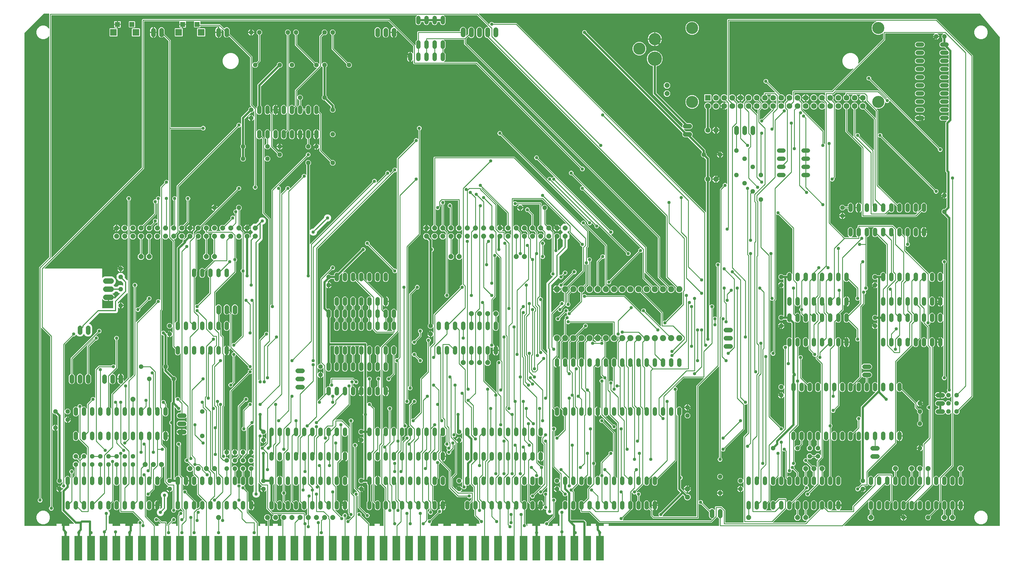
<source format=gtl>
G04 EAGLE Gerber RS-274X export*
G75*
%MOMM*%
%FSLAX34Y34*%
%LPD*%
%INTop Copper*%
%IPPOS*%
%AMOC8*
5,1,8,0,0,1.08239X$1,22.5*%
G01*
%ADD10R,2.362200X7.620000*%
%ADD11C,1.320800*%
%ADD12P,1.539592X8X22.500000*%
%ADD13C,1.905000*%
%ADD14C,1.422400*%
%ADD15C,1.524000*%
%ADD16P,1.429621X8X292.500000*%
%ADD17P,1.429621X8X202.500000*%
%ADD18P,1.429621X8X112.500000*%
%ADD19R,1.524000X1.524000*%
%ADD20R,2.095500X2.095500*%
%ADD21P,1.649562X8X22.500000*%
%ADD22P,1.649562X8X202.500000*%
%ADD23R,1.778000X1.778000*%
%ADD24C,1.778000*%
%ADD25C,3.766000*%
%ADD26P,1.732040X8X112.500000*%
%ADD27C,1.600200*%
%ADD28P,1.732040X8X22.500000*%
%ADD29P,1.429621X8X22.500000*%
%ADD30P,1.539592X8X292.500000*%
%ADD31C,4.445000*%
%ADD32C,3.810000*%
%ADD33C,1.676400*%
%ADD34P,1.649562X8X112.500000*%
%ADD35P,1.539592X8X112.500000*%
%ADD36C,0.254000*%
%ADD37C,1.016000*%
%ADD38C,0.711200*%
%ADD39C,0.304800*%

G36*
X1118599Y237666D02*
X1118599Y237666D01*
X1118670Y237672D01*
X1118718Y237692D01*
X1118769Y237703D01*
X1118830Y237740D01*
X1118896Y237768D01*
X1118952Y237813D01*
X1118980Y237830D01*
X1118995Y237847D01*
X1119027Y237873D01*
X1119630Y238476D01*
X1126303Y245149D01*
X1126372Y245245D01*
X1126441Y245338D01*
X1126443Y245344D01*
X1126447Y245349D01*
X1126481Y245461D01*
X1126518Y245572D01*
X1126518Y245578D01*
X1126519Y245584D01*
X1126516Y245701D01*
X1126515Y245818D01*
X1126513Y245825D01*
X1126513Y245830D01*
X1126507Y245847D01*
X1126468Y245979D01*
X1126362Y246235D01*
X1126362Y249065D01*
X1127445Y251679D01*
X1129446Y253680D01*
X1132060Y254763D01*
X1134721Y254763D01*
X1134767Y254770D01*
X1134813Y254768D01*
X1134887Y254790D01*
X1134964Y254802D01*
X1135005Y254824D01*
X1135049Y254837D01*
X1135113Y254881D01*
X1135182Y254918D01*
X1135213Y254951D01*
X1135251Y254977D01*
X1135297Y255040D01*
X1135351Y255096D01*
X1135370Y255138D01*
X1135398Y255174D01*
X1135422Y255248D01*
X1135455Y255319D01*
X1135460Y255365D01*
X1135474Y255408D01*
X1135473Y255486D01*
X1135482Y255563D01*
X1135472Y255608D01*
X1135472Y255654D01*
X1135433Y255786D01*
X1135429Y255804D01*
X1135427Y255808D01*
X1135425Y255815D01*
X1134363Y258378D01*
X1134363Y275022D01*
X1135678Y278196D01*
X1138108Y280626D01*
X1141282Y281941D01*
X1143476Y281941D01*
X1143546Y281952D01*
X1143618Y281954D01*
X1143667Y281972D01*
X1143718Y281980D01*
X1143782Y282014D01*
X1143849Y282039D01*
X1143890Y282071D01*
X1143936Y282096D01*
X1143985Y282148D01*
X1144041Y282192D01*
X1144069Y282236D01*
X1144105Y282274D01*
X1144135Y282339D01*
X1144174Y282399D01*
X1144187Y282450D01*
X1144209Y282497D01*
X1144217Y282568D01*
X1144234Y282638D01*
X1144230Y282690D01*
X1144236Y282741D01*
X1144221Y282812D01*
X1144215Y282883D01*
X1144195Y282931D01*
X1144184Y282982D01*
X1144147Y283043D01*
X1144119Y283109D01*
X1144074Y283165D01*
X1144057Y283193D01*
X1144040Y283208D01*
X1144014Y283240D01*
X1139697Y287557D01*
X1139697Y350618D01*
X1141855Y352776D01*
X1148528Y359449D01*
X1148597Y359545D01*
X1148666Y359638D01*
X1148668Y359644D01*
X1148672Y359649D01*
X1148706Y359761D01*
X1148743Y359872D01*
X1148743Y359878D01*
X1148744Y359884D01*
X1148741Y360001D01*
X1148740Y360118D01*
X1148738Y360125D01*
X1148738Y360130D01*
X1148732Y360147D01*
X1148693Y360279D01*
X1148587Y360535D01*
X1148587Y363365D01*
X1149670Y365979D01*
X1151671Y367980D01*
X1154285Y369063D01*
X1157115Y369063D01*
X1159729Y367980D01*
X1161730Y365979D01*
X1162813Y363365D01*
X1162813Y360535D01*
X1161730Y357921D01*
X1159729Y355920D01*
X1157115Y354837D01*
X1154285Y354837D01*
X1154029Y354943D01*
X1153916Y354970D01*
X1153802Y354999D01*
X1153795Y354998D01*
X1153789Y355000D01*
X1153673Y354989D01*
X1153556Y354980D01*
X1153551Y354977D01*
X1153544Y354977D01*
X1153437Y354929D01*
X1153330Y354883D01*
X1153324Y354879D01*
X1153320Y354877D01*
X1153306Y354864D01*
X1153199Y354778D01*
X1146526Y348105D01*
X1146473Y348031D01*
X1146413Y347962D01*
X1146401Y347931D01*
X1146382Y347905D01*
X1146355Y347818D01*
X1146321Y347733D01*
X1146317Y347692D01*
X1146310Y347670D01*
X1146311Y347638D01*
X1146303Y347567D01*
X1146303Y307299D01*
X1146314Y307229D01*
X1146316Y307157D01*
X1146334Y307108D01*
X1146342Y307057D01*
X1146376Y306993D01*
X1146401Y306926D01*
X1146433Y306885D01*
X1146458Y306839D01*
X1146510Y306790D01*
X1146554Y306734D01*
X1146598Y306706D01*
X1146636Y306670D01*
X1146701Y306640D01*
X1146761Y306601D01*
X1146812Y306588D01*
X1146859Y306566D01*
X1146930Y306558D01*
X1147000Y306541D01*
X1147052Y306545D01*
X1147103Y306539D01*
X1147174Y306554D01*
X1147245Y306560D01*
X1147293Y306580D01*
X1147344Y306591D01*
X1147405Y306628D01*
X1147471Y306656D01*
X1147527Y306701D01*
X1147555Y306718D01*
X1147570Y306735D01*
X1147602Y306761D01*
X1148496Y307655D01*
X1151110Y308738D01*
X1153940Y308738D01*
X1154196Y308632D01*
X1154309Y308605D01*
X1154423Y308576D01*
X1154430Y308577D01*
X1154436Y308575D01*
X1154552Y308586D01*
X1154669Y308595D01*
X1154674Y308598D01*
X1154681Y308598D01*
X1154788Y308646D01*
X1154895Y308692D01*
X1154901Y308696D01*
X1154905Y308698D01*
X1154919Y308711D01*
X1155026Y308797D01*
X1174399Y328170D01*
X1174452Y328244D01*
X1174512Y328313D01*
X1174524Y328344D01*
X1174543Y328370D01*
X1174570Y328457D01*
X1174604Y328542D01*
X1174608Y328583D01*
X1174615Y328605D01*
X1174614Y328637D01*
X1174622Y328708D01*
X1174622Y433168D01*
X1196624Y455170D01*
X1196671Y455235D01*
X1196716Y455282D01*
X1196722Y455296D01*
X1196737Y455313D01*
X1196749Y455344D01*
X1196768Y455370D01*
X1196790Y455443D01*
X1196819Y455505D01*
X1196821Y455522D01*
X1196829Y455542D01*
X1196833Y455583D01*
X1196840Y455605D01*
X1196839Y455637D01*
X1196847Y455708D01*
X1196847Y545611D01*
X1196829Y545725D01*
X1196811Y545842D01*
X1196809Y545847D01*
X1196808Y545853D01*
X1196753Y545956D01*
X1196700Y546061D01*
X1196695Y546065D01*
X1196692Y546071D01*
X1196608Y546151D01*
X1196524Y546233D01*
X1196518Y546237D01*
X1196514Y546240D01*
X1196497Y546248D01*
X1196377Y546314D01*
X1196121Y546420D01*
X1194120Y548421D01*
X1193037Y551035D01*
X1193037Y553865D01*
X1194120Y556479D01*
X1196121Y558480D01*
X1198735Y559563D01*
X1201565Y559563D01*
X1204179Y558480D01*
X1206180Y556479D01*
X1207263Y553865D01*
X1207263Y551035D01*
X1206180Y548421D01*
X1204179Y546420D01*
X1203923Y546314D01*
X1203824Y546253D01*
X1203723Y546192D01*
X1203719Y546188D01*
X1203714Y546184D01*
X1203640Y546095D01*
X1203563Y546006D01*
X1203561Y546000D01*
X1203557Y545995D01*
X1203515Y545887D01*
X1203471Y545777D01*
X1203470Y545770D01*
X1203469Y545765D01*
X1203468Y545747D01*
X1203453Y545611D01*
X1203453Y533686D01*
X1203464Y533616D01*
X1203466Y533544D01*
X1203484Y533495D01*
X1203492Y533444D01*
X1203526Y533380D01*
X1203551Y533313D01*
X1203583Y533272D01*
X1203608Y533226D01*
X1203659Y533177D01*
X1203704Y533121D01*
X1203748Y533093D01*
X1203786Y533057D01*
X1203851Y533027D01*
X1203911Y532988D01*
X1203962Y532975D01*
X1204009Y532953D01*
X1204080Y532945D01*
X1204150Y532928D01*
X1204202Y532932D01*
X1204253Y532926D01*
X1204324Y532941D01*
X1204395Y532947D01*
X1204443Y532967D01*
X1204494Y532978D01*
X1204555Y533015D01*
X1204621Y533043D01*
X1204677Y533088D01*
X1204705Y533105D01*
X1204720Y533122D01*
X1204752Y533148D01*
X1205355Y533751D01*
X1215674Y544070D01*
X1215727Y544144D01*
X1215787Y544213D01*
X1215799Y544244D01*
X1215818Y544270D01*
X1215845Y544357D01*
X1215879Y544442D01*
X1215883Y544483D01*
X1215890Y544505D01*
X1215889Y544537D01*
X1215897Y544608D01*
X1215897Y566127D01*
X1215886Y566198D01*
X1215884Y566269D01*
X1215866Y566318D01*
X1215858Y566370D01*
X1215824Y566433D01*
X1215799Y566500D01*
X1215767Y566541D01*
X1215742Y566587D01*
X1215690Y566636D01*
X1215646Y566692D01*
X1215602Y566721D01*
X1215564Y566756D01*
X1215499Y566787D01*
X1215439Y566825D01*
X1215388Y566838D01*
X1215341Y566860D01*
X1215270Y566868D01*
X1215200Y566885D01*
X1215148Y566881D01*
X1215097Y566887D01*
X1215026Y566872D01*
X1214955Y566866D01*
X1214907Y566846D01*
X1214856Y566835D01*
X1214795Y566798D01*
X1214729Y566770D01*
X1214673Y566725D01*
X1214645Y566709D01*
X1214630Y566691D01*
X1214598Y566665D01*
X1210288Y562355D01*
X1208023Y562355D01*
X1208023Y570738D01*
X1208020Y570758D01*
X1208022Y570777D01*
X1208000Y570879D01*
X1207983Y570981D01*
X1207974Y570998D01*
X1207970Y571018D01*
X1207917Y571107D01*
X1207868Y571198D01*
X1207854Y571212D01*
X1207844Y571229D01*
X1207765Y571296D01*
X1207690Y571367D01*
X1207672Y571376D01*
X1207657Y571389D01*
X1207561Y571427D01*
X1207467Y571471D01*
X1207447Y571473D01*
X1207429Y571481D01*
X1207262Y571499D01*
X1206499Y571499D01*
X1206499Y571501D01*
X1207262Y571501D01*
X1207282Y571504D01*
X1207301Y571502D01*
X1207403Y571524D01*
X1207505Y571541D01*
X1207522Y571550D01*
X1207542Y571554D01*
X1207631Y571607D01*
X1207722Y571656D01*
X1207736Y571670D01*
X1207753Y571680D01*
X1207820Y571759D01*
X1207891Y571834D01*
X1207900Y571852D01*
X1207913Y571867D01*
X1207952Y571963D01*
X1207995Y572057D01*
X1207997Y572077D01*
X1208005Y572095D01*
X1208023Y572262D01*
X1208023Y580645D01*
X1210288Y580645D01*
X1214598Y576335D01*
X1214656Y576293D01*
X1214708Y576244D01*
X1214755Y576222D01*
X1214797Y576191D01*
X1214866Y576170D01*
X1214931Y576140D01*
X1214983Y576134D01*
X1215033Y576119D01*
X1215104Y576121D01*
X1215175Y576113D01*
X1215226Y576124D01*
X1215278Y576125D01*
X1215346Y576150D01*
X1215416Y576165D01*
X1215461Y576192D01*
X1215509Y576210D01*
X1215565Y576255D01*
X1215627Y576291D01*
X1215661Y576331D01*
X1215701Y576363D01*
X1215740Y576424D01*
X1215787Y576478D01*
X1215806Y576527D01*
X1215834Y576570D01*
X1215852Y576640D01*
X1215879Y576706D01*
X1215887Y576778D01*
X1215895Y576809D01*
X1215893Y576832D01*
X1215897Y576873D01*
X1215897Y592245D01*
X1215886Y592316D01*
X1215884Y592388D01*
X1215866Y592437D01*
X1215858Y592488D01*
X1215824Y592551D01*
X1215799Y592619D01*
X1215767Y592659D01*
X1215742Y592705D01*
X1215690Y592755D01*
X1215646Y592811D01*
X1215602Y592839D01*
X1215564Y592875D01*
X1215499Y592905D01*
X1215439Y592944D01*
X1215388Y592956D01*
X1215341Y592978D01*
X1215270Y592986D01*
X1215200Y593004D01*
X1215148Y593000D01*
X1215097Y593006D01*
X1215026Y592990D01*
X1214955Y592985D01*
X1214907Y592964D01*
X1214856Y592953D01*
X1214795Y592916D01*
X1214729Y592888D01*
X1214673Y592844D01*
X1214645Y592827D01*
X1214630Y592809D01*
X1214598Y592784D01*
X1210077Y588263D01*
X1202923Y588263D01*
X1197863Y593323D01*
X1197863Y600477D01*
X1200688Y603302D01*
X1200741Y603376D01*
X1200801Y603446D01*
X1200813Y603476D01*
X1200832Y603502D01*
X1200859Y603589D01*
X1200893Y603674D01*
X1200897Y603715D01*
X1200904Y603737D01*
X1200903Y603769D01*
X1200911Y603841D01*
X1200911Y860970D01*
X1200897Y861060D01*
X1200889Y861151D01*
X1200877Y861181D01*
X1200872Y861212D01*
X1200829Y861293D01*
X1200793Y861377D01*
X1200767Y861409D01*
X1200756Y861430D01*
X1200733Y861452D01*
X1200688Y861508D01*
X1195772Y866424D01*
X1195698Y866477D01*
X1195629Y866537D01*
X1195599Y866549D01*
X1195572Y866568D01*
X1195485Y866595D01*
X1195400Y866629D01*
X1195360Y866633D01*
X1195337Y866640D01*
X1195305Y866639D01*
X1195234Y866647D01*
X1189802Y866647D01*
X1184147Y872302D01*
X1184147Y880298D01*
X1189802Y885953D01*
X1197798Y885953D01*
X1203453Y880298D01*
X1203453Y874866D01*
X1203467Y874776D01*
X1203475Y874685D01*
X1203487Y874655D01*
X1203492Y874623D01*
X1203535Y874543D01*
X1203571Y874459D01*
X1203597Y874427D01*
X1203608Y874406D01*
X1203631Y874384D01*
X1203676Y874328D01*
X1209559Y868445D01*
X1211238Y866766D01*
X1212089Y864712D01*
X1212089Y842233D01*
X1212108Y842118D01*
X1212125Y842002D01*
X1212127Y841996D01*
X1212128Y841990D01*
X1212183Y841887D01*
X1212236Y841782D01*
X1212241Y841778D01*
X1212244Y841772D01*
X1212328Y841693D01*
X1212412Y841610D01*
X1212418Y841607D01*
X1212422Y841603D01*
X1212439Y841595D01*
X1212559Y841529D01*
X1213704Y841055D01*
X1215705Y839054D01*
X1216788Y836440D01*
X1216788Y833610D01*
X1215705Y830996D01*
X1213704Y828995D01*
X1212559Y828521D01*
X1212459Y828459D01*
X1212359Y828399D01*
X1212355Y828394D01*
X1212350Y828391D01*
X1212275Y828301D01*
X1212199Y828212D01*
X1212197Y828206D01*
X1212193Y828202D01*
X1212151Y828093D01*
X1212107Y827984D01*
X1212106Y827977D01*
X1212105Y827972D01*
X1212104Y827954D01*
X1212089Y827817D01*
X1212089Y603841D01*
X1212103Y603751D01*
X1212111Y603660D01*
X1212123Y603630D01*
X1212128Y603598D01*
X1212171Y603518D01*
X1212207Y603433D01*
X1212233Y603401D01*
X1212244Y603381D01*
X1212267Y603359D01*
X1212312Y603302D01*
X1214598Y601016D01*
X1214656Y600975D01*
X1214708Y600925D01*
X1214755Y600903D01*
X1214797Y600873D01*
X1214866Y600852D01*
X1214931Y600822D01*
X1214983Y600816D01*
X1215033Y600801D01*
X1215104Y600802D01*
X1215175Y600794D01*
X1215226Y600806D01*
X1215278Y600807D01*
X1215346Y600832D01*
X1215416Y600847D01*
X1215461Y600873D01*
X1215509Y600891D01*
X1215565Y600936D01*
X1215627Y600973D01*
X1215661Y601012D01*
X1215701Y601045D01*
X1215740Y601105D01*
X1215787Y601160D01*
X1215806Y601208D01*
X1215834Y601252D01*
X1215852Y601321D01*
X1215879Y601388D01*
X1215887Y601459D01*
X1215895Y601490D01*
X1215893Y601514D01*
X1215897Y601555D01*
X1215897Y633193D01*
X1218055Y635351D01*
X1297753Y715049D01*
X1297822Y715144D01*
X1297891Y715238D01*
X1297893Y715244D01*
X1297897Y715249D01*
X1297931Y715360D01*
X1297968Y715472D01*
X1297968Y715478D01*
X1297969Y715484D01*
X1297966Y715601D01*
X1297965Y715718D01*
X1297963Y715725D01*
X1297963Y715730D01*
X1297957Y715748D01*
X1297918Y715879D01*
X1297812Y716135D01*
X1297812Y718965D01*
X1298895Y721579D01*
X1300896Y723580D01*
X1303510Y724663D01*
X1304036Y724663D01*
X1304056Y724666D01*
X1304075Y724664D01*
X1304177Y724686D01*
X1304279Y724702D01*
X1304296Y724712D01*
X1304316Y724716D01*
X1304405Y724769D01*
X1304496Y724818D01*
X1304510Y724832D01*
X1304527Y724842D01*
X1304594Y724921D01*
X1304666Y724996D01*
X1304674Y725014D01*
X1304687Y725029D01*
X1304726Y725125D01*
X1304769Y725219D01*
X1304771Y725239D01*
X1304779Y725257D01*
X1304797Y725424D01*
X1304797Y806708D01*
X1304786Y806779D01*
X1304784Y806851D01*
X1304766Y806900D01*
X1304758Y806951D01*
X1304724Y807015D01*
X1304699Y807082D01*
X1304667Y807123D01*
X1304642Y807169D01*
X1304590Y807218D01*
X1304546Y807274D01*
X1304502Y807302D01*
X1304464Y807338D01*
X1304399Y807368D01*
X1304339Y807407D01*
X1304288Y807420D01*
X1304241Y807442D01*
X1304170Y807449D01*
X1304100Y807467D01*
X1304048Y807463D01*
X1303997Y807469D01*
X1303926Y807453D01*
X1303855Y807448D01*
X1303807Y807428D01*
X1303756Y807416D01*
X1303695Y807380D01*
X1303629Y807352D01*
X1303573Y807307D01*
X1303545Y807290D01*
X1303530Y807272D01*
X1303498Y807247D01*
X1299398Y803147D01*
X1291402Y803147D01*
X1285747Y808802D01*
X1285747Y816798D01*
X1291410Y822461D01*
X1291477Y822476D01*
X1291579Y822492D01*
X1291596Y822502D01*
X1291616Y822506D01*
X1291705Y822559D01*
X1291796Y822608D01*
X1291810Y822622D01*
X1291827Y822632D01*
X1291894Y822711D01*
X1291966Y822786D01*
X1291974Y822804D01*
X1291987Y822819D01*
X1292026Y822915D01*
X1292069Y823009D01*
X1292071Y823029D01*
X1292079Y823047D01*
X1292097Y823214D01*
X1292097Y865886D01*
X1292094Y865906D01*
X1292096Y865925D01*
X1292074Y866027D01*
X1292058Y866129D01*
X1292048Y866146D01*
X1292044Y866166D01*
X1291991Y866255D01*
X1291942Y866346D01*
X1291928Y866360D01*
X1291918Y866377D01*
X1291839Y866444D01*
X1291764Y866516D01*
X1291746Y866524D01*
X1291731Y866537D01*
X1291635Y866576D01*
X1291541Y866619D01*
X1291521Y866621D01*
X1291503Y866629D01*
X1291410Y866639D01*
X1285747Y872302D01*
X1285747Y880298D01*
X1291402Y885953D01*
X1299398Y885953D01*
X1303498Y881853D01*
X1303556Y881811D01*
X1303608Y881762D01*
X1303655Y881740D01*
X1303697Y881710D01*
X1303766Y881689D01*
X1303831Y881658D01*
X1303883Y881653D01*
X1303933Y881637D01*
X1304004Y881639D01*
X1304075Y881631D01*
X1304126Y881642D01*
X1304178Y881644D01*
X1304246Y881668D01*
X1304316Y881684D01*
X1304361Y881710D01*
X1304409Y881728D01*
X1304465Y881773D01*
X1304527Y881810D01*
X1304561Y881849D01*
X1304601Y881882D01*
X1304640Y881942D01*
X1304687Y881997D01*
X1304706Y882045D01*
X1304734Y882089D01*
X1304752Y882158D01*
X1304779Y882225D01*
X1304787Y882296D01*
X1304795Y882327D01*
X1304793Y882351D01*
X1304797Y882392D01*
X1304797Y895608D01*
X1304786Y895679D01*
X1304784Y895751D01*
X1304766Y895800D01*
X1304758Y895851D01*
X1304724Y895915D01*
X1304699Y895982D01*
X1304667Y896023D01*
X1304642Y896069D01*
X1304590Y896118D01*
X1304546Y896174D01*
X1304502Y896202D01*
X1304464Y896238D01*
X1304399Y896268D01*
X1304339Y896307D01*
X1304288Y896320D01*
X1304241Y896342D01*
X1304170Y896349D01*
X1304100Y896367D01*
X1304048Y896363D01*
X1303997Y896369D01*
X1303926Y896353D01*
X1303855Y896348D01*
X1303807Y896328D01*
X1303756Y896316D01*
X1303695Y896280D01*
X1303629Y896252D01*
X1303573Y896207D01*
X1303545Y896190D01*
X1303530Y896172D01*
X1303498Y896147D01*
X1299398Y892047D01*
X1291402Y892047D01*
X1285747Y897702D01*
X1285747Y905698D01*
X1291410Y911361D01*
X1291477Y911376D01*
X1291579Y911392D01*
X1291596Y911402D01*
X1291616Y911406D01*
X1291705Y911459D01*
X1291796Y911508D01*
X1291810Y911522D01*
X1291827Y911532D01*
X1291894Y911611D01*
X1291966Y911686D01*
X1291974Y911704D01*
X1291987Y911719D01*
X1292026Y911815D01*
X1292069Y911909D01*
X1292071Y911929D01*
X1292079Y911947D01*
X1292097Y912114D01*
X1292097Y986536D01*
X1292094Y986556D01*
X1292096Y986575D01*
X1292074Y986677D01*
X1292058Y986779D01*
X1292048Y986796D01*
X1292044Y986816D01*
X1291991Y986905D01*
X1291942Y986996D01*
X1291928Y987010D01*
X1291918Y987027D01*
X1291839Y987094D01*
X1291764Y987166D01*
X1291746Y987174D01*
X1291731Y987187D01*
X1291635Y987226D01*
X1291541Y987269D01*
X1291521Y987271D01*
X1291503Y987279D01*
X1291336Y987297D01*
X1250274Y987297D01*
X1250204Y987286D01*
X1250132Y987284D01*
X1250083Y987266D01*
X1250032Y987258D01*
X1249968Y987224D01*
X1249901Y987199D01*
X1249860Y987167D01*
X1249814Y987142D01*
X1249765Y987090D01*
X1249709Y987046D01*
X1249681Y987002D01*
X1249645Y986964D01*
X1249615Y986899D01*
X1249576Y986839D01*
X1249563Y986788D01*
X1249541Y986741D01*
X1249533Y986670D01*
X1249516Y986600D01*
X1249520Y986548D01*
X1249514Y986497D01*
X1249529Y986426D01*
X1249535Y986355D01*
X1249555Y986307D01*
X1249566Y986256D01*
X1249603Y986195D01*
X1249631Y986129D01*
X1249676Y986073D01*
X1249693Y986045D01*
X1249710Y986030D01*
X1249736Y985998D01*
X1250630Y985104D01*
X1251713Y982490D01*
X1251713Y979660D01*
X1250630Y977046D01*
X1248629Y975045D01*
X1248373Y974939D01*
X1248274Y974878D01*
X1248173Y974817D01*
X1248169Y974813D01*
X1248164Y974809D01*
X1248090Y974720D01*
X1248013Y974631D01*
X1248011Y974625D01*
X1248007Y974620D01*
X1247965Y974512D01*
X1247921Y974402D01*
X1247920Y974395D01*
X1247919Y974390D01*
X1247918Y974372D01*
X1247903Y974236D01*
X1247903Y912114D01*
X1247906Y912094D01*
X1247904Y912075D01*
X1247926Y911973D01*
X1247942Y911871D01*
X1247952Y911854D01*
X1247956Y911834D01*
X1248009Y911745D01*
X1248058Y911654D01*
X1248072Y911640D01*
X1248082Y911623D01*
X1248161Y911556D01*
X1248236Y911484D01*
X1248254Y911476D01*
X1248269Y911463D01*
X1248365Y911424D01*
X1248459Y911381D01*
X1248479Y911379D01*
X1248497Y911371D01*
X1248590Y911361D01*
X1254253Y905698D01*
X1254253Y897690D01*
X1254241Y897672D01*
X1254233Y897663D01*
X1254226Y897648D01*
X1254216Y897633D01*
X1254156Y897548D01*
X1254150Y897529D01*
X1254139Y897513D01*
X1254114Y897412D01*
X1254083Y897313D01*
X1254084Y897293D01*
X1254079Y897274D01*
X1254087Y897171D01*
X1254090Y897068D01*
X1254096Y897049D01*
X1254098Y897029D01*
X1254138Y896934D01*
X1254174Y896837D01*
X1254187Y896821D01*
X1254194Y896803D01*
X1254299Y896672D01*
X1260603Y890368D01*
X1260603Y882392D01*
X1260614Y882321D01*
X1260616Y882249D01*
X1260634Y882200D01*
X1260642Y882149D01*
X1260676Y882085D01*
X1260701Y882018D01*
X1260733Y881977D01*
X1260758Y881931D01*
X1260810Y881882D01*
X1260854Y881826D01*
X1260898Y881798D01*
X1260936Y881762D01*
X1261001Y881732D01*
X1261061Y881693D01*
X1261112Y881680D01*
X1261159Y881658D01*
X1261230Y881651D01*
X1261300Y881633D01*
X1261352Y881637D01*
X1261403Y881631D01*
X1261474Y881647D01*
X1261545Y881652D01*
X1261593Y881672D01*
X1261644Y881684D01*
X1261705Y881720D01*
X1261771Y881748D01*
X1261827Y881793D01*
X1261855Y881810D01*
X1261870Y881828D01*
X1261902Y881853D01*
X1266002Y885953D01*
X1273998Y885953D01*
X1279653Y880298D01*
X1279653Y872302D01*
X1273990Y866639D01*
X1273923Y866624D01*
X1273821Y866608D01*
X1273804Y866598D01*
X1273784Y866594D01*
X1273695Y866541D01*
X1273604Y866492D01*
X1273590Y866478D01*
X1273573Y866468D01*
X1273506Y866389D01*
X1273434Y866314D01*
X1273426Y866296D01*
X1273413Y866281D01*
X1273374Y866185D01*
X1273331Y866091D01*
X1273329Y866071D01*
X1273321Y866053D01*
X1273303Y865886D01*
X1273303Y823214D01*
X1273306Y823194D01*
X1273304Y823175D01*
X1273326Y823073D01*
X1273342Y822971D01*
X1273352Y822954D01*
X1273356Y822934D01*
X1273409Y822845D01*
X1273458Y822754D01*
X1273472Y822740D01*
X1273482Y822723D01*
X1273561Y822656D01*
X1273636Y822584D01*
X1273654Y822576D01*
X1273669Y822563D01*
X1273765Y822524D01*
X1273859Y822481D01*
X1273879Y822479D01*
X1273897Y822471D01*
X1273990Y822461D01*
X1279653Y816798D01*
X1279653Y808802D01*
X1273998Y803147D01*
X1266002Y803147D01*
X1261902Y807247D01*
X1261844Y807289D01*
X1261792Y807338D01*
X1261745Y807360D01*
X1261703Y807390D01*
X1261634Y807411D01*
X1261569Y807442D01*
X1261517Y807447D01*
X1261467Y807463D01*
X1261396Y807461D01*
X1261325Y807469D01*
X1261274Y807458D01*
X1261222Y807456D01*
X1261154Y807432D01*
X1261084Y807416D01*
X1261039Y807390D01*
X1260991Y807372D01*
X1260935Y807327D01*
X1260873Y807290D01*
X1260839Y807251D01*
X1260799Y807218D01*
X1260760Y807158D01*
X1260713Y807103D01*
X1260694Y807055D01*
X1260666Y807011D01*
X1260648Y806942D01*
X1260621Y806875D01*
X1260613Y806804D01*
X1260605Y806773D01*
X1260607Y806749D01*
X1260603Y806708D01*
X1260603Y698989D01*
X1260621Y698875D01*
X1260639Y698758D01*
X1260641Y698753D01*
X1260642Y698747D01*
X1260697Y698644D01*
X1260750Y698539D01*
X1260755Y698535D01*
X1260758Y698529D01*
X1260842Y698449D01*
X1260926Y698367D01*
X1260932Y698363D01*
X1260936Y698360D01*
X1260953Y698352D01*
X1261073Y698286D01*
X1261329Y698180D01*
X1263330Y696179D01*
X1264413Y693565D01*
X1264413Y690735D01*
X1263330Y688121D01*
X1261329Y686120D01*
X1258715Y685037D01*
X1255885Y685037D01*
X1253271Y686120D01*
X1251270Y688121D01*
X1250187Y690735D01*
X1250187Y693565D01*
X1251270Y696179D01*
X1253271Y698180D01*
X1253527Y698286D01*
X1253626Y698347D01*
X1253727Y698408D01*
X1253731Y698412D01*
X1253736Y698416D01*
X1253810Y698505D01*
X1253887Y698594D01*
X1253889Y698600D01*
X1253893Y698605D01*
X1253935Y698713D01*
X1253979Y698823D01*
X1253980Y698830D01*
X1253981Y698835D01*
X1253982Y698853D01*
X1253997Y698989D01*
X1253997Y870208D01*
X1253986Y870279D01*
X1253984Y870351D01*
X1253966Y870400D01*
X1253958Y870451D01*
X1253924Y870515D01*
X1253899Y870582D01*
X1253867Y870623D01*
X1253842Y870669D01*
X1253790Y870718D01*
X1253746Y870774D01*
X1253702Y870802D01*
X1253664Y870838D01*
X1253599Y870868D01*
X1253539Y870907D01*
X1253488Y870920D01*
X1253441Y870942D01*
X1253370Y870949D01*
X1253300Y870967D01*
X1253248Y870963D01*
X1253197Y870969D01*
X1253126Y870953D01*
X1253055Y870948D01*
X1253007Y870928D01*
X1252956Y870916D01*
X1252895Y870880D01*
X1252829Y870852D01*
X1252773Y870807D01*
X1252745Y870790D01*
X1252730Y870772D01*
X1252698Y870747D01*
X1248598Y866647D01*
X1240602Y866647D01*
X1234947Y872302D01*
X1234947Y880298D01*
X1240602Y885953D01*
X1248598Y885953D01*
X1252698Y881853D01*
X1252756Y881811D01*
X1252808Y881762D01*
X1252855Y881740D01*
X1252897Y881710D01*
X1252966Y881689D01*
X1253031Y881658D01*
X1253083Y881653D01*
X1253133Y881637D01*
X1253204Y881639D01*
X1253275Y881631D01*
X1253326Y881642D01*
X1253378Y881644D01*
X1253446Y881668D01*
X1253516Y881684D01*
X1253561Y881710D01*
X1253609Y881728D01*
X1253665Y881773D01*
X1253727Y881810D01*
X1253761Y881849D01*
X1253801Y881882D01*
X1253840Y881942D01*
X1253887Y881997D01*
X1253906Y882045D01*
X1253934Y882089D01*
X1253952Y882158D01*
X1253979Y882225D01*
X1253987Y882296D01*
X1253995Y882327D01*
X1253993Y882351D01*
X1253997Y882392D01*
X1253997Y887317D01*
X1253983Y887407D01*
X1253975Y887498D01*
X1253963Y887527D01*
X1253958Y887559D01*
X1253915Y887640D01*
X1253879Y887724D01*
X1253853Y887756D01*
X1253842Y887777D01*
X1253819Y887799D01*
X1253799Y887824D01*
X1253796Y887830D01*
X1253792Y887833D01*
X1253774Y887855D01*
X1249628Y892001D01*
X1249612Y892012D01*
X1249600Y892028D01*
X1249513Y892084D01*
X1249429Y892144D01*
X1249410Y892150D01*
X1249393Y892161D01*
X1249292Y892186D01*
X1249194Y892217D01*
X1249174Y892216D01*
X1249154Y892221D01*
X1249051Y892213D01*
X1248948Y892210D01*
X1248929Y892204D01*
X1248909Y892202D01*
X1248814Y892162D01*
X1248717Y892126D01*
X1248701Y892113D01*
X1248683Y892106D01*
X1248610Y892047D01*
X1240602Y892047D01*
X1234947Y897702D01*
X1234947Y905698D01*
X1240610Y911361D01*
X1240677Y911376D01*
X1240779Y911392D01*
X1240796Y911402D01*
X1240816Y911406D01*
X1240905Y911459D01*
X1240996Y911508D01*
X1241010Y911522D01*
X1241027Y911532D01*
X1241094Y911611D01*
X1241166Y911686D01*
X1241174Y911704D01*
X1241187Y911719D01*
X1241226Y911815D01*
X1241269Y911909D01*
X1241271Y911929D01*
X1241279Y911947D01*
X1241297Y912114D01*
X1241297Y974236D01*
X1241279Y974350D01*
X1241261Y974467D01*
X1241259Y974472D01*
X1241258Y974478D01*
X1241203Y974581D01*
X1241150Y974686D01*
X1241145Y974690D01*
X1241142Y974696D01*
X1241058Y974776D01*
X1240974Y974858D01*
X1240968Y974862D01*
X1240964Y974865D01*
X1240947Y974873D01*
X1240827Y974939D01*
X1240571Y975045D01*
X1239677Y975939D01*
X1239619Y975981D01*
X1239567Y976030D01*
X1239520Y976052D01*
X1239478Y976082D01*
X1239409Y976103D01*
X1239344Y976134D01*
X1239292Y976139D01*
X1239242Y976155D01*
X1239171Y976153D01*
X1239100Y976161D01*
X1239049Y976150D01*
X1238997Y976148D01*
X1238929Y976124D01*
X1238859Y976109D01*
X1238814Y976082D01*
X1238766Y976064D01*
X1238710Y976019D01*
X1238648Y975982D01*
X1238614Y975943D01*
X1238574Y975910D01*
X1238535Y975850D01*
X1238488Y975795D01*
X1238469Y975747D01*
X1238441Y975703D01*
X1238423Y975634D01*
X1238396Y975567D01*
X1238388Y975496D01*
X1238380Y975465D01*
X1238382Y975441D01*
X1238378Y975401D01*
X1238378Y970182D01*
X1235897Y967701D01*
X1235828Y967605D01*
X1235759Y967512D01*
X1235757Y967506D01*
X1235753Y967501D01*
X1235719Y967389D01*
X1235682Y967278D01*
X1235682Y967272D01*
X1235681Y967266D01*
X1235684Y967149D01*
X1235685Y967032D01*
X1235687Y967025D01*
X1235687Y967020D01*
X1235693Y967003D01*
X1235732Y966871D01*
X1235838Y966615D01*
X1235838Y963785D01*
X1234755Y961171D01*
X1232754Y959170D01*
X1230140Y958087D01*
X1227310Y958087D01*
X1224696Y959170D01*
X1223802Y960064D01*
X1223744Y960106D01*
X1223692Y960155D01*
X1223645Y960177D01*
X1223603Y960207D01*
X1223534Y960228D01*
X1223469Y960259D01*
X1223417Y960264D01*
X1223367Y960280D01*
X1223296Y960278D01*
X1223225Y960286D01*
X1223174Y960275D01*
X1223122Y960273D01*
X1223054Y960249D01*
X1222984Y960234D01*
X1222939Y960207D01*
X1222891Y960189D01*
X1222835Y960144D01*
X1222773Y960107D01*
X1222739Y960068D01*
X1222699Y960035D01*
X1222660Y959975D01*
X1222613Y959920D01*
X1222594Y959872D01*
X1222566Y959828D01*
X1222548Y959759D01*
X1222521Y959692D01*
X1222513Y959621D01*
X1222505Y959590D01*
X1222507Y959566D01*
X1222503Y959526D01*
X1222503Y912114D01*
X1222506Y912094D01*
X1222504Y912075D01*
X1222526Y911973D01*
X1222542Y911871D01*
X1222552Y911854D01*
X1222556Y911834D01*
X1222609Y911745D01*
X1222658Y911654D01*
X1222672Y911640D01*
X1222682Y911623D01*
X1222761Y911556D01*
X1222836Y911484D01*
X1222854Y911476D01*
X1222869Y911463D01*
X1222965Y911424D01*
X1223059Y911381D01*
X1223079Y911379D01*
X1223097Y911371D01*
X1223190Y911361D01*
X1228853Y905698D01*
X1228853Y897702D01*
X1223198Y892047D01*
X1215202Y892047D01*
X1209547Y897702D01*
X1209547Y905698D01*
X1215210Y911361D01*
X1215277Y911376D01*
X1215379Y911392D01*
X1215396Y911402D01*
X1215416Y911406D01*
X1215505Y911459D01*
X1215596Y911508D01*
X1215610Y911522D01*
X1215627Y911532D01*
X1215694Y911611D01*
X1215766Y911686D01*
X1215774Y911704D01*
X1215787Y911719D01*
X1215826Y911815D01*
X1215869Y911909D01*
X1215871Y911929D01*
X1215879Y911947D01*
X1215897Y912114D01*
X1215897Y1122143D01*
X1217832Y1124078D01*
X1468218Y1124078D01*
X1470376Y1121920D01*
X1674338Y917958D01*
X1674396Y917916D01*
X1674448Y917867D01*
X1674495Y917845D01*
X1674537Y917814D01*
X1674606Y917793D01*
X1674671Y917763D01*
X1674723Y917757D01*
X1674773Y917742D01*
X1674844Y917744D01*
X1674915Y917736D01*
X1674966Y917747D01*
X1675018Y917748D01*
X1675086Y917773D01*
X1675156Y917788D01*
X1675200Y917815D01*
X1675249Y917833D01*
X1675305Y917878D01*
X1675367Y917915D01*
X1675401Y917954D01*
X1675441Y917987D01*
X1675480Y918047D01*
X1675527Y918101D01*
X1675546Y918150D01*
X1675574Y918194D01*
X1675592Y918263D01*
X1675619Y918330D01*
X1675627Y918401D01*
X1675635Y918432D01*
X1675633Y918455D01*
X1675637Y918496D01*
X1675637Y918990D01*
X1676720Y921604D01*
X1678721Y923605D01*
X1681335Y924688D01*
X1684165Y924688D01*
X1686779Y923605D01*
X1688780Y921604D01*
X1689863Y918990D01*
X1689863Y916160D01*
X1689757Y915904D01*
X1689730Y915791D01*
X1689701Y915677D01*
X1689702Y915670D01*
X1689700Y915664D01*
X1689711Y915548D01*
X1689720Y915431D01*
X1689723Y915426D01*
X1689723Y915419D01*
X1689771Y915312D01*
X1689817Y915205D01*
X1689821Y915199D01*
X1689823Y915195D01*
X1689836Y915181D01*
X1689922Y915074D01*
X1755903Y849093D01*
X1755903Y739099D01*
X1755914Y739029D01*
X1755916Y738957D01*
X1755934Y738908D01*
X1755942Y738857D01*
X1755976Y738793D01*
X1756001Y738726D01*
X1756033Y738685D01*
X1756058Y738639D01*
X1756110Y738590D01*
X1756154Y738534D01*
X1756198Y738506D01*
X1756236Y738470D01*
X1756301Y738440D01*
X1756361Y738401D01*
X1756412Y738388D01*
X1756459Y738366D01*
X1756530Y738358D01*
X1756600Y738341D01*
X1756652Y738345D01*
X1756703Y738339D01*
X1756774Y738354D01*
X1756845Y738360D01*
X1756893Y738380D01*
X1756944Y738391D01*
X1757005Y738428D01*
X1757071Y738456D01*
X1757127Y738501D01*
X1757155Y738518D01*
X1757170Y738535D01*
X1757202Y738561D01*
X1758096Y739455D01*
X1760710Y740538D01*
X1763540Y740538D01*
X1763796Y740432D01*
X1763909Y740405D01*
X1764023Y740376D01*
X1764030Y740377D01*
X1764036Y740375D01*
X1764152Y740386D01*
X1764269Y740395D01*
X1764274Y740398D01*
X1764281Y740398D01*
X1764388Y740446D01*
X1764495Y740492D01*
X1764501Y740496D01*
X1764505Y740498D01*
X1764519Y740511D01*
X1764626Y740597D01*
X1853378Y829349D01*
X1853447Y829444D01*
X1853516Y829538D01*
X1853518Y829544D01*
X1853522Y829549D01*
X1853556Y829660D01*
X1853593Y829772D01*
X1853593Y829778D01*
X1853594Y829784D01*
X1853591Y829901D01*
X1853590Y830018D01*
X1853588Y830025D01*
X1853588Y830030D01*
X1853582Y830048D01*
X1853543Y830179D01*
X1853437Y830435D01*
X1853437Y833265D01*
X1854520Y835879D01*
X1856521Y837880D01*
X1859135Y838963D01*
X1859629Y838963D01*
X1859699Y838974D01*
X1859771Y838976D01*
X1859820Y838994D01*
X1859871Y839002D01*
X1859935Y839036D01*
X1860002Y839061D01*
X1860043Y839093D01*
X1860089Y839118D01*
X1860138Y839169D01*
X1860194Y839214D01*
X1860222Y839258D01*
X1860258Y839296D01*
X1860288Y839361D01*
X1860327Y839421D01*
X1860340Y839472D01*
X1860362Y839519D01*
X1860370Y839590D01*
X1860387Y839660D01*
X1860383Y839712D01*
X1860389Y839763D01*
X1860374Y839834D01*
X1860368Y839905D01*
X1860348Y839953D01*
X1860337Y840004D01*
X1860300Y840065D01*
X1860272Y840131D01*
X1860227Y840187D01*
X1860210Y840215D01*
X1860193Y840230D01*
X1860167Y840262D01*
X1682076Y1018353D01*
X1681981Y1018422D01*
X1681887Y1018491D01*
X1681881Y1018493D01*
X1681876Y1018497D01*
X1681765Y1018531D01*
X1681653Y1018568D01*
X1681647Y1018568D01*
X1681641Y1018569D01*
X1681524Y1018566D01*
X1681407Y1018565D01*
X1681400Y1018563D01*
X1681395Y1018563D01*
X1681377Y1018557D01*
X1681246Y1018518D01*
X1680990Y1018412D01*
X1678160Y1018412D01*
X1675546Y1019495D01*
X1673545Y1021496D01*
X1672462Y1024110D01*
X1672462Y1026940D01*
X1673545Y1029554D01*
X1675546Y1031555D01*
X1678160Y1032638D01*
X1678654Y1032638D01*
X1678724Y1032649D01*
X1678796Y1032651D01*
X1678845Y1032669D01*
X1678896Y1032677D01*
X1678960Y1032711D01*
X1679027Y1032736D01*
X1679068Y1032768D01*
X1679114Y1032793D01*
X1679163Y1032844D01*
X1679219Y1032889D01*
X1679247Y1032933D01*
X1679283Y1032971D01*
X1679313Y1033036D01*
X1679352Y1033096D01*
X1679365Y1033147D01*
X1679387Y1033194D01*
X1679395Y1033265D01*
X1679412Y1033335D01*
X1679408Y1033387D01*
X1679414Y1033438D01*
X1679399Y1033509D01*
X1679393Y1033580D01*
X1679373Y1033628D01*
X1679362Y1033679D01*
X1679325Y1033740D01*
X1679297Y1033806D01*
X1679252Y1033862D01*
X1679235Y1033890D01*
X1679218Y1033905D01*
X1679192Y1033937D01*
X1647151Y1065978D01*
X1647057Y1066046D01*
X1646962Y1066116D01*
X1646956Y1066118D01*
X1646951Y1066122D01*
X1646840Y1066156D01*
X1646728Y1066193D01*
X1646722Y1066193D01*
X1646716Y1066194D01*
X1646599Y1066191D01*
X1646482Y1066190D01*
X1646475Y1066188D01*
X1646470Y1066188D01*
X1646452Y1066182D01*
X1646321Y1066143D01*
X1646065Y1066037D01*
X1643235Y1066037D01*
X1640621Y1067120D01*
X1638620Y1069121D01*
X1637537Y1071735D01*
X1637537Y1074565D01*
X1638620Y1077179D01*
X1640621Y1079180D01*
X1643235Y1080263D01*
X1646065Y1080263D01*
X1648679Y1079180D01*
X1650680Y1077179D01*
X1651763Y1074565D01*
X1651763Y1071735D01*
X1651657Y1071479D01*
X1651630Y1071366D01*
X1651601Y1071252D01*
X1651602Y1071245D01*
X1651600Y1071239D01*
X1651611Y1071123D01*
X1651620Y1071006D01*
X1651623Y1071001D01*
X1651623Y1070994D01*
X1651671Y1070887D01*
X1651717Y1070780D01*
X1651721Y1070774D01*
X1651723Y1070770D01*
X1651736Y1070756D01*
X1651822Y1070649D01*
X1879728Y842743D01*
X1879728Y766858D01*
X1879742Y766768D01*
X1879750Y766677D01*
X1879762Y766648D01*
X1879767Y766616D01*
X1879810Y766535D01*
X1879846Y766451D01*
X1879872Y766419D01*
X1879883Y766398D01*
X1879906Y766376D01*
X1879951Y766320D01*
X1924497Y721774D01*
X1924591Y721706D01*
X1924686Y721636D01*
X1924692Y721634D01*
X1924697Y721630D01*
X1924808Y721596D01*
X1924920Y721559D01*
X1924926Y721560D01*
X1924932Y721558D01*
X1925049Y721561D01*
X1925166Y721562D01*
X1925173Y721564D01*
X1925178Y721564D01*
X1925195Y721570D01*
X1925327Y721609D01*
X1928101Y722758D01*
X1932699Y722758D01*
X1936947Y720998D01*
X1940198Y717747D01*
X1941958Y713499D01*
X1941958Y708901D01*
X1940198Y704653D01*
X1936947Y701402D01*
X1932699Y699642D01*
X1928101Y699642D01*
X1923853Y701402D01*
X1920602Y704653D01*
X1918842Y708901D01*
X1918842Y713499D01*
X1919991Y716273D01*
X1920018Y716387D01*
X1920047Y716500D01*
X1920046Y716507D01*
X1920048Y716513D01*
X1920037Y716629D01*
X1920028Y716746D01*
X1920025Y716751D01*
X1920024Y716758D01*
X1919977Y716865D01*
X1919931Y716972D01*
X1919927Y716978D01*
X1919924Y716982D01*
X1919912Y716996D01*
X1919826Y717103D01*
X1875280Y761649D01*
X1874677Y762252D01*
X1874619Y762294D01*
X1874567Y762343D01*
X1874520Y762365D01*
X1874478Y762396D01*
X1874409Y762417D01*
X1874344Y762447D01*
X1874292Y762453D01*
X1874242Y762468D01*
X1874171Y762466D01*
X1874100Y762474D01*
X1874049Y762463D01*
X1873997Y762462D01*
X1873929Y762437D01*
X1873859Y762422D01*
X1873814Y762395D01*
X1873766Y762377D01*
X1873710Y762332D01*
X1873648Y762295D01*
X1873614Y762256D01*
X1873574Y762223D01*
X1873535Y762163D01*
X1873488Y762109D01*
X1873469Y762060D01*
X1873441Y762016D01*
X1873423Y761947D01*
X1873396Y761880D01*
X1873388Y761809D01*
X1873380Y761778D01*
X1873382Y761755D01*
X1873378Y761714D01*
X1873378Y747808D01*
X1873392Y747718D01*
X1873400Y747627D01*
X1873412Y747598D01*
X1873417Y747566D01*
X1873460Y747485D01*
X1873496Y747401D01*
X1873522Y747369D01*
X1873533Y747348D01*
X1873556Y747326D01*
X1873601Y747270D01*
X1899097Y721774D01*
X1899191Y721706D01*
X1899286Y721636D01*
X1899292Y721634D01*
X1899297Y721630D01*
X1899408Y721596D01*
X1899520Y721559D01*
X1899526Y721560D01*
X1899532Y721558D01*
X1899649Y721561D01*
X1899766Y721562D01*
X1899773Y721564D01*
X1899778Y721564D01*
X1899795Y721570D01*
X1899927Y721609D01*
X1902701Y722758D01*
X1907299Y722758D01*
X1911547Y720998D01*
X1914798Y717747D01*
X1916558Y713499D01*
X1916558Y708901D01*
X1914798Y704653D01*
X1911547Y701402D01*
X1907299Y699642D01*
X1902701Y699642D01*
X1898453Y701402D01*
X1895202Y704653D01*
X1893442Y708901D01*
X1893442Y713499D01*
X1894591Y716273D01*
X1894618Y716387D01*
X1894647Y716500D01*
X1894646Y716507D01*
X1894648Y716513D01*
X1894637Y716629D01*
X1894628Y716746D01*
X1894625Y716751D01*
X1894624Y716758D01*
X1894577Y716865D01*
X1894531Y716972D01*
X1894527Y716978D01*
X1894524Y716982D01*
X1894512Y716996D01*
X1894426Y717103D01*
X1868930Y742599D01*
X1866772Y744757D01*
X1866772Y826176D01*
X1866761Y826246D01*
X1866759Y826318D01*
X1866741Y826367D01*
X1866733Y826418D01*
X1866699Y826482D01*
X1866674Y826549D01*
X1866642Y826590D01*
X1866617Y826636D01*
X1866565Y826685D01*
X1866521Y826741D01*
X1866477Y826769D01*
X1866439Y826805D01*
X1866374Y826835D01*
X1866314Y826874D01*
X1866263Y826887D01*
X1866216Y826909D01*
X1866145Y826917D01*
X1866075Y826934D01*
X1866023Y826930D01*
X1865972Y826936D01*
X1865901Y826921D01*
X1865830Y826915D01*
X1865782Y826895D01*
X1865731Y826884D01*
X1865670Y826847D01*
X1865604Y826819D01*
X1865548Y826774D01*
X1865520Y826757D01*
X1865505Y826740D01*
X1865473Y826714D01*
X1864579Y825820D01*
X1861965Y824737D01*
X1859135Y824737D01*
X1858879Y824843D01*
X1858766Y824870D01*
X1858652Y824899D01*
X1858645Y824898D01*
X1858639Y824900D01*
X1858523Y824889D01*
X1858406Y824880D01*
X1858401Y824877D01*
X1858394Y824877D01*
X1858287Y824829D01*
X1858180Y824783D01*
X1858174Y824779D01*
X1858170Y824777D01*
X1858156Y824764D01*
X1858049Y824678D01*
X1769297Y735926D01*
X1769228Y735831D01*
X1769159Y735737D01*
X1769157Y735731D01*
X1769153Y735726D01*
X1769119Y735615D01*
X1769082Y735503D01*
X1769082Y735497D01*
X1769081Y735491D01*
X1769084Y735374D01*
X1769085Y735257D01*
X1769087Y735250D01*
X1769087Y735245D01*
X1769093Y735227D01*
X1769132Y735096D01*
X1769238Y734840D01*
X1769238Y732010D01*
X1768155Y729396D01*
X1766154Y727395D01*
X1763540Y726312D01*
X1760710Y726312D01*
X1758096Y727395D01*
X1757202Y728289D01*
X1757144Y728331D01*
X1757092Y728380D01*
X1757045Y728402D01*
X1757003Y728432D01*
X1756934Y728453D01*
X1756869Y728484D01*
X1756817Y728489D01*
X1756767Y728505D01*
X1756696Y728503D01*
X1756625Y728511D01*
X1756574Y728500D01*
X1756522Y728498D01*
X1756454Y728474D01*
X1756384Y728459D01*
X1756339Y728432D01*
X1756291Y728414D01*
X1756235Y728369D01*
X1756173Y728332D01*
X1756139Y728293D01*
X1756099Y728260D01*
X1756060Y728200D01*
X1756013Y728145D01*
X1755994Y728097D01*
X1755966Y728053D01*
X1755948Y727984D01*
X1755921Y727917D01*
X1755913Y727846D01*
X1755905Y727815D01*
X1755907Y727791D01*
X1755903Y727751D01*
X1755903Y722851D01*
X1755922Y722736D01*
X1755939Y722620D01*
X1755941Y722614D01*
X1755942Y722608D01*
X1755997Y722505D01*
X1756050Y722400D01*
X1756055Y722396D01*
X1756058Y722390D01*
X1756142Y722311D01*
X1756226Y722228D01*
X1756232Y722225D01*
X1756236Y722221D01*
X1756253Y722213D01*
X1756373Y722147D01*
X1759147Y720998D01*
X1762398Y717747D01*
X1764158Y713499D01*
X1764158Y708901D01*
X1762398Y704653D01*
X1759147Y701402D01*
X1754899Y699642D01*
X1750301Y699642D01*
X1746053Y701402D01*
X1742802Y704653D01*
X1741042Y708901D01*
X1741042Y713499D01*
X1742802Y717747D01*
X1746053Y720998D01*
X1748827Y722147D01*
X1748927Y722209D01*
X1749027Y722269D01*
X1749031Y722274D01*
X1749036Y722277D01*
X1749111Y722367D01*
X1749187Y722456D01*
X1749189Y722462D01*
X1749193Y722466D01*
X1749235Y722575D01*
X1749279Y722684D01*
X1749280Y722691D01*
X1749281Y722696D01*
X1749282Y722714D01*
X1749297Y722851D01*
X1749297Y807126D01*
X1749286Y807196D01*
X1749284Y807268D01*
X1749266Y807317D01*
X1749258Y807368D01*
X1749224Y807432D01*
X1749199Y807499D01*
X1749167Y807540D01*
X1749142Y807586D01*
X1749090Y807635D01*
X1749046Y807691D01*
X1749002Y807719D01*
X1748964Y807755D01*
X1748899Y807785D01*
X1748839Y807824D01*
X1748788Y807837D01*
X1748741Y807859D01*
X1748670Y807867D01*
X1748600Y807884D01*
X1748548Y807880D01*
X1748497Y807886D01*
X1748426Y807871D01*
X1748355Y807865D01*
X1748307Y807845D01*
X1748256Y807834D01*
X1748195Y807797D01*
X1748129Y807769D01*
X1748073Y807724D01*
X1748045Y807707D01*
X1748030Y807690D01*
X1747998Y807664D01*
X1747104Y806770D01*
X1744490Y805687D01*
X1741660Y805687D01*
X1741404Y805793D01*
X1741291Y805820D01*
X1741177Y805849D01*
X1741170Y805848D01*
X1741164Y805850D01*
X1741048Y805839D01*
X1740931Y805830D01*
X1740926Y805827D01*
X1740919Y805827D01*
X1740812Y805779D01*
X1740705Y805733D01*
X1740699Y805729D01*
X1740695Y805727D01*
X1740681Y805714D01*
X1740574Y805628D01*
X1730726Y795780D01*
X1730673Y795706D01*
X1730613Y795637D01*
X1730601Y795606D01*
X1730582Y795580D01*
X1730555Y795493D01*
X1730531Y795434D01*
X1730531Y795433D01*
X1730531Y795432D01*
X1730521Y795408D01*
X1730517Y795367D01*
X1730510Y795345D01*
X1730511Y795313D01*
X1730503Y795242D01*
X1730503Y722851D01*
X1730522Y722736D01*
X1730539Y722620D01*
X1730541Y722614D01*
X1730542Y722608D01*
X1730597Y722505D01*
X1730650Y722400D01*
X1730655Y722396D01*
X1730658Y722390D01*
X1730742Y722311D01*
X1730826Y722228D01*
X1730832Y722225D01*
X1730836Y722221D01*
X1730853Y722213D01*
X1730973Y722147D01*
X1733747Y720998D01*
X1736998Y717747D01*
X1738758Y713499D01*
X1738758Y708901D01*
X1736998Y704653D01*
X1733747Y701402D01*
X1729499Y699642D01*
X1724901Y699642D01*
X1720653Y701402D01*
X1717402Y704653D01*
X1715642Y708901D01*
X1715642Y713499D01*
X1717402Y717747D01*
X1720653Y720998D01*
X1723427Y722147D01*
X1723527Y722209D01*
X1723627Y722269D01*
X1723631Y722274D01*
X1723636Y722277D01*
X1723711Y722367D01*
X1723787Y722456D01*
X1723789Y722462D01*
X1723793Y722466D01*
X1723835Y722575D01*
X1723879Y722684D01*
X1723880Y722691D01*
X1723881Y722696D01*
X1723882Y722714D01*
X1723897Y722851D01*
X1723897Y798293D01*
X1726055Y800451D01*
X1735903Y810299D01*
X1735972Y810395D01*
X1736041Y810488D01*
X1736043Y810494D01*
X1736047Y810499D01*
X1736081Y810611D01*
X1736118Y810722D01*
X1736118Y810728D01*
X1736119Y810734D01*
X1736116Y810851D01*
X1736115Y810968D01*
X1736113Y810975D01*
X1736113Y810980D01*
X1736107Y810997D01*
X1736068Y811129D01*
X1735962Y811385D01*
X1735962Y814215D01*
X1737045Y816829D01*
X1739046Y818830D01*
X1741660Y819913D01*
X1744490Y819913D01*
X1747104Y818830D01*
X1747998Y817936D01*
X1748056Y817894D01*
X1748108Y817845D01*
X1748155Y817823D01*
X1748197Y817793D01*
X1748266Y817772D01*
X1748331Y817741D01*
X1748383Y817736D01*
X1748433Y817720D01*
X1748504Y817722D01*
X1748575Y817714D01*
X1748626Y817725D01*
X1748678Y817727D01*
X1748746Y817751D01*
X1748816Y817766D01*
X1748861Y817793D01*
X1748909Y817811D01*
X1748965Y817856D01*
X1749027Y817893D01*
X1749061Y817932D01*
X1749101Y817965D01*
X1749140Y818025D01*
X1749187Y818080D01*
X1749206Y818128D01*
X1749234Y818172D01*
X1749252Y818241D01*
X1749279Y818308D01*
X1749287Y818379D01*
X1749295Y818410D01*
X1749293Y818434D01*
X1749297Y818474D01*
X1749297Y846042D01*
X1749283Y846132D01*
X1749275Y846223D01*
X1749263Y846252D01*
X1749258Y846284D01*
X1749215Y846365D01*
X1749179Y846449D01*
X1749153Y846481D01*
X1749142Y846502D01*
X1749119Y846524D01*
X1749074Y846580D01*
X1685251Y910403D01*
X1685156Y910472D01*
X1685062Y910541D01*
X1685056Y910543D01*
X1685051Y910547D01*
X1684940Y910581D01*
X1684828Y910618D01*
X1684822Y910618D01*
X1684816Y910619D01*
X1684699Y910616D01*
X1684582Y910615D01*
X1684575Y910613D01*
X1684570Y910613D01*
X1684553Y910607D01*
X1684421Y910568D01*
X1684165Y910462D01*
X1683671Y910462D01*
X1683601Y910451D01*
X1683529Y910449D01*
X1683480Y910431D01*
X1683429Y910423D01*
X1683365Y910389D01*
X1683298Y910364D01*
X1683257Y910332D01*
X1683211Y910307D01*
X1683162Y910255D01*
X1683106Y910211D01*
X1683078Y910167D01*
X1683042Y910129D01*
X1683012Y910064D01*
X1682973Y910004D01*
X1682960Y909953D01*
X1682938Y909906D01*
X1682930Y909835D01*
X1682913Y909765D01*
X1682917Y909713D01*
X1682911Y909662D01*
X1682926Y909591D01*
X1682932Y909520D01*
X1682952Y909472D01*
X1682963Y909421D01*
X1683000Y909360D01*
X1683028Y909294D01*
X1683073Y909238D01*
X1683090Y909210D01*
X1683107Y909195D01*
X1683133Y909163D01*
X1698753Y893543D01*
X1698753Y843182D01*
X1695801Y840230D01*
X1695748Y840156D01*
X1695688Y840087D01*
X1695676Y840056D01*
X1695657Y840030D01*
X1695630Y839943D01*
X1695596Y839858D01*
X1695592Y839817D01*
X1695585Y839795D01*
X1695586Y839763D01*
X1695578Y839692D01*
X1695578Y808949D01*
X1695589Y808879D01*
X1695591Y808807D01*
X1695609Y808758D01*
X1695617Y808707D01*
X1695651Y808643D01*
X1695676Y808576D01*
X1695708Y808535D01*
X1695733Y808489D01*
X1695785Y808440D01*
X1695829Y808384D01*
X1695873Y808356D01*
X1695911Y808320D01*
X1695976Y808290D01*
X1696036Y808251D01*
X1696087Y808238D01*
X1696134Y808216D01*
X1696205Y808208D01*
X1696275Y808191D01*
X1696327Y808195D01*
X1696378Y808189D01*
X1696449Y808204D01*
X1696520Y808210D01*
X1696568Y808230D01*
X1696619Y808241D01*
X1696680Y808278D01*
X1696746Y808306D01*
X1696802Y808351D01*
X1696830Y808368D01*
X1696845Y808385D01*
X1696877Y808411D01*
X1697771Y809305D01*
X1700385Y810388D01*
X1703215Y810388D01*
X1705829Y809305D01*
X1707830Y807304D01*
X1708913Y804690D01*
X1708913Y801860D01*
X1707830Y799246D01*
X1705829Y797245D01*
X1705573Y797139D01*
X1705474Y797078D01*
X1705373Y797017D01*
X1705369Y797013D01*
X1705364Y797009D01*
X1705290Y796920D01*
X1705213Y796831D01*
X1705211Y796825D01*
X1705207Y796820D01*
X1705165Y796712D01*
X1705121Y796602D01*
X1705120Y796595D01*
X1705119Y796590D01*
X1705118Y796572D01*
X1705103Y796436D01*
X1705103Y722851D01*
X1705122Y722736D01*
X1705139Y722620D01*
X1705141Y722614D01*
X1705142Y722608D01*
X1705197Y722505D01*
X1705250Y722400D01*
X1705255Y722396D01*
X1705258Y722390D01*
X1705342Y722311D01*
X1705426Y722228D01*
X1705432Y722225D01*
X1705436Y722221D01*
X1705453Y722213D01*
X1705573Y722147D01*
X1708347Y720998D01*
X1711598Y717747D01*
X1713358Y713499D01*
X1713358Y708901D01*
X1711598Y704653D01*
X1708347Y701402D01*
X1704099Y699642D01*
X1699501Y699642D01*
X1695253Y701402D01*
X1692002Y704653D01*
X1690242Y708901D01*
X1690242Y713499D01*
X1692002Y717747D01*
X1695253Y720998D01*
X1698027Y722147D01*
X1698127Y722209D01*
X1698227Y722269D01*
X1698231Y722274D01*
X1698236Y722277D01*
X1698311Y722367D01*
X1698387Y722456D01*
X1698389Y722462D01*
X1698393Y722466D01*
X1698435Y722575D01*
X1698479Y722684D01*
X1698480Y722691D01*
X1698481Y722696D01*
X1698482Y722714D01*
X1698497Y722851D01*
X1698497Y788076D01*
X1698486Y788146D01*
X1698484Y788218D01*
X1698466Y788267D01*
X1698458Y788318D01*
X1698424Y788382D01*
X1698399Y788449D01*
X1698367Y788490D01*
X1698342Y788536D01*
X1698290Y788585D01*
X1698246Y788641D01*
X1698202Y788669D01*
X1698164Y788705D01*
X1698099Y788735D01*
X1698039Y788774D01*
X1697988Y788787D01*
X1697941Y788809D01*
X1697870Y788817D01*
X1697800Y788834D01*
X1697748Y788830D01*
X1697697Y788836D01*
X1697626Y788821D01*
X1697555Y788815D01*
X1697507Y788795D01*
X1697456Y788784D01*
X1697395Y788747D01*
X1697329Y788719D01*
X1697273Y788674D01*
X1697245Y788657D01*
X1697230Y788640D01*
X1697198Y788614D01*
X1696304Y787720D01*
X1696048Y787614D01*
X1695949Y787553D01*
X1695848Y787492D01*
X1695844Y787488D01*
X1695839Y787484D01*
X1695765Y787395D01*
X1695688Y787306D01*
X1695686Y787300D01*
X1695682Y787295D01*
X1695640Y787187D01*
X1695596Y787077D01*
X1695595Y787070D01*
X1695594Y787065D01*
X1695593Y787047D01*
X1695578Y786911D01*
X1695578Y725707D01*
X1693420Y723549D01*
X1686974Y717103D01*
X1686906Y717008D01*
X1686836Y716914D01*
X1686834Y716908D01*
X1686830Y716903D01*
X1686796Y716792D01*
X1686759Y716680D01*
X1686760Y716674D01*
X1686758Y716668D01*
X1686761Y716551D01*
X1686762Y716434D01*
X1686764Y716427D01*
X1686764Y716422D01*
X1686770Y716405D01*
X1686809Y716273D01*
X1687958Y713499D01*
X1687958Y708901D01*
X1686198Y704653D01*
X1682947Y701402D01*
X1680173Y700253D01*
X1680073Y700191D01*
X1679973Y700131D01*
X1679969Y700126D01*
X1679964Y700123D01*
X1679889Y700033D01*
X1679813Y699944D01*
X1679811Y699938D01*
X1679807Y699934D01*
X1679765Y699825D01*
X1679721Y699716D01*
X1679720Y699709D01*
X1679719Y699704D01*
X1679718Y699686D01*
X1679703Y699549D01*
X1679703Y694649D01*
X1679714Y694579D01*
X1679716Y694507D01*
X1679734Y694458D01*
X1679742Y694407D01*
X1679776Y694343D01*
X1679801Y694276D01*
X1679833Y694235D01*
X1679858Y694189D01*
X1679910Y694140D01*
X1679954Y694084D01*
X1679998Y694056D01*
X1680036Y694020D01*
X1680101Y693990D01*
X1680161Y693951D01*
X1680212Y693938D01*
X1680259Y693916D01*
X1680330Y693908D01*
X1680400Y693891D01*
X1680452Y693895D01*
X1680503Y693889D01*
X1680574Y693904D01*
X1680645Y693910D01*
X1680693Y693930D01*
X1680744Y693941D01*
X1680805Y693978D01*
X1680871Y694006D01*
X1680927Y694051D01*
X1680955Y694068D01*
X1680970Y694085D01*
X1681002Y694111D01*
X1681896Y695005D01*
X1684510Y696088D01*
X1687340Y696088D01*
X1689954Y695005D01*
X1691955Y693004D01*
X1692061Y692748D01*
X1692122Y692649D01*
X1692183Y692548D01*
X1692187Y692544D01*
X1692191Y692539D01*
X1692280Y692465D01*
X1692369Y692388D01*
X1692375Y692386D01*
X1692380Y692382D01*
X1692488Y692340D01*
X1692598Y692296D01*
X1692605Y692295D01*
X1692610Y692294D01*
X1692628Y692293D01*
X1692764Y692278D01*
X1811118Y692278D01*
X1813276Y690120D01*
X1862149Y641247D01*
X1862228Y641190D01*
X1862303Y641128D01*
X1862327Y641119D01*
X1862349Y641103D01*
X1862442Y641075D01*
X1862533Y641040D01*
X1862559Y641039D01*
X1862584Y641031D01*
X1862681Y641033D01*
X1862778Y641029D01*
X1862803Y641037D01*
X1862830Y641037D01*
X1862921Y641071D01*
X1863015Y641098D01*
X1863036Y641113D01*
X1863061Y641122D01*
X1863137Y641183D01*
X1863217Y641238D01*
X1863232Y641259D01*
X1863253Y641275D01*
X1863305Y641358D01*
X1863363Y641436D01*
X1863371Y641460D01*
X1863386Y641482D01*
X1863409Y641577D01*
X1863440Y641669D01*
X1863439Y641696D01*
X1863446Y641721D01*
X1863438Y641818D01*
X1863437Y641915D01*
X1863428Y641947D01*
X1863427Y641966D01*
X1863414Y641996D01*
X1863390Y642076D01*
X1862962Y643110D01*
X1862962Y645940D01*
X1864045Y648554D01*
X1866046Y650555D01*
X1868660Y651638D01*
X1871490Y651638D01*
X1874104Y650555D01*
X1876105Y648554D01*
X1877188Y645940D01*
X1877188Y643110D01*
X1877082Y642854D01*
X1877055Y642741D01*
X1877026Y642627D01*
X1877027Y642620D01*
X1877025Y642614D01*
X1877036Y642498D01*
X1877045Y642381D01*
X1877048Y642376D01*
X1877048Y642369D01*
X1877096Y642262D01*
X1877142Y642155D01*
X1877146Y642149D01*
X1877148Y642145D01*
X1877161Y642131D01*
X1877247Y642024D01*
X1922623Y596648D01*
X1922681Y596606D01*
X1922733Y596557D01*
X1922780Y596535D01*
X1922822Y596504D01*
X1922891Y596483D01*
X1922956Y596453D01*
X1923008Y596447D01*
X1923058Y596432D01*
X1923129Y596434D01*
X1923200Y596426D01*
X1923251Y596437D01*
X1923303Y596438D01*
X1923371Y596463D01*
X1923441Y596478D01*
X1923485Y596505D01*
X1923534Y596523D01*
X1923590Y596568D01*
X1923652Y596605D01*
X1923686Y596644D01*
X1923726Y596677D01*
X1923765Y596737D01*
X1923812Y596791D01*
X1923831Y596840D01*
X1923859Y596884D01*
X1923877Y596953D01*
X1923904Y597020D01*
X1923912Y597091D01*
X1923920Y597122D01*
X1923918Y597145D01*
X1923922Y597186D01*
X1923922Y636492D01*
X1923908Y636582D01*
X1923900Y636673D01*
X1923888Y636702D01*
X1923883Y636734D01*
X1923840Y636815D01*
X1923804Y636899D01*
X1923778Y636931D01*
X1923767Y636952D01*
X1923744Y636974D01*
X1923699Y637030D01*
X1860103Y700626D01*
X1860011Y700692D01*
X1859976Y700722D01*
X1859965Y700727D01*
X1859914Y700764D01*
X1859908Y700766D01*
X1859903Y700770D01*
X1859792Y700804D01*
X1859680Y700841D01*
X1859674Y700840D01*
X1859668Y700842D01*
X1859551Y700839D01*
X1859434Y700838D01*
X1859427Y700836D01*
X1859422Y700836D01*
X1859405Y700830D01*
X1859273Y700791D01*
X1856499Y699642D01*
X1851901Y699642D01*
X1847653Y701402D01*
X1844402Y704653D01*
X1842642Y708901D01*
X1842642Y713499D01*
X1844402Y717747D01*
X1847653Y720998D01*
X1851901Y722758D01*
X1856499Y722758D01*
X1860747Y720998D01*
X1863998Y717747D01*
X1865758Y713499D01*
X1865758Y708901D01*
X1864609Y706127D01*
X1864582Y706013D01*
X1864553Y705900D01*
X1864554Y705893D01*
X1864552Y705887D01*
X1864563Y705771D01*
X1864572Y705654D01*
X1864575Y705649D01*
X1864576Y705642D01*
X1864623Y705535D01*
X1864669Y705428D01*
X1864673Y705422D01*
X1864676Y705418D01*
X1864688Y705404D01*
X1864774Y705297D01*
X1930528Y639543D01*
X1930528Y612099D01*
X1930539Y612029D01*
X1930541Y611957D01*
X1930559Y611908D01*
X1930567Y611857D01*
X1930601Y611793D01*
X1930626Y611726D01*
X1930658Y611685D01*
X1930683Y611639D01*
X1930735Y611590D01*
X1930779Y611534D01*
X1930823Y611506D01*
X1930861Y611470D01*
X1930926Y611440D01*
X1930986Y611401D01*
X1931037Y611388D01*
X1931084Y611366D01*
X1931155Y611358D01*
X1931225Y611341D01*
X1931277Y611345D01*
X1931328Y611339D01*
X1931399Y611354D01*
X1931470Y611360D01*
X1931518Y611380D01*
X1931569Y611391D01*
X1931630Y611428D01*
X1931696Y611456D01*
X1931752Y611501D01*
X1931780Y611518D01*
X1931795Y611535D01*
X1931827Y611561D01*
X1932721Y612455D01*
X1935335Y613538D01*
X1938165Y613538D01*
X1938421Y613432D01*
X1938534Y613405D01*
X1938648Y613376D01*
X1938655Y613377D01*
X1938661Y613375D01*
X1938777Y613386D01*
X1938894Y613395D01*
X1938899Y613398D01*
X1938906Y613398D01*
X1939013Y613446D01*
X1939120Y613492D01*
X1939126Y613496D01*
X1939130Y613498D01*
X1939144Y613511D01*
X1939251Y613597D01*
X1990374Y664720D01*
X1990427Y664794D01*
X1990487Y664863D01*
X1990499Y664894D01*
X1990518Y664920D01*
X1990545Y665007D01*
X1990579Y665092D01*
X1990583Y665133D01*
X1990590Y665155D01*
X1990589Y665187D01*
X1990597Y665258D01*
X1990597Y702414D01*
X1990586Y702485D01*
X1990584Y702557D01*
X1990566Y702606D01*
X1990558Y702657D01*
X1990524Y702720D01*
X1990499Y702788D01*
X1990467Y702828D01*
X1990442Y702874D01*
X1990390Y702924D01*
X1990346Y702980D01*
X1990302Y703008D01*
X1990264Y703044D01*
X1990199Y703074D01*
X1990139Y703113D01*
X1990088Y703126D01*
X1990041Y703147D01*
X1989970Y703155D01*
X1989900Y703173D01*
X1989848Y703169D01*
X1989797Y703175D01*
X1989726Y703159D01*
X1989655Y703154D01*
X1989607Y703133D01*
X1989556Y703122D01*
X1989495Y703086D01*
X1989429Y703057D01*
X1989373Y703013D01*
X1989345Y702996D01*
X1989330Y702978D01*
X1989298Y702953D01*
X1987747Y701402D01*
X1983499Y699642D01*
X1978901Y699642D01*
X1974653Y701402D01*
X1971402Y704653D01*
X1969642Y708901D01*
X1969642Y713499D01*
X1970791Y716273D01*
X1970818Y716387D01*
X1970847Y716500D01*
X1970846Y716507D01*
X1970848Y716513D01*
X1970837Y716629D01*
X1970828Y716746D01*
X1970825Y716751D01*
X1970824Y716758D01*
X1970777Y716865D01*
X1970731Y716972D01*
X1970727Y716978D01*
X1970724Y716982D01*
X1970712Y716996D01*
X1970626Y717103D01*
X1941955Y745774D01*
X1939797Y747932D01*
X1939797Y938117D01*
X1939783Y938207D01*
X1939775Y938298D01*
X1939763Y938327D01*
X1939758Y938359D01*
X1939715Y938440D01*
X1939679Y938524D01*
X1939653Y938556D01*
X1939642Y938577D01*
X1939619Y938599D01*
X1939574Y938655D01*
X1384425Y1493804D01*
X1384351Y1493857D01*
X1384282Y1493917D01*
X1384251Y1493929D01*
X1384225Y1493948D01*
X1384138Y1493975D01*
X1384053Y1494009D01*
X1384012Y1494013D01*
X1383990Y1494020D01*
X1383958Y1494019D01*
X1383887Y1494027D01*
X1382380Y1494027D01*
X1378832Y1495497D01*
X1376117Y1498212D01*
X1374647Y1501760D01*
X1374647Y1520840D01*
X1376117Y1524388D01*
X1378832Y1527103D01*
X1382380Y1528573D01*
X1385919Y1528573D01*
X1385989Y1528584D01*
X1386061Y1528586D01*
X1386110Y1528604D01*
X1386161Y1528612D01*
X1386225Y1528646D01*
X1386292Y1528671D01*
X1386333Y1528703D01*
X1386379Y1528728D01*
X1386428Y1528780D01*
X1386484Y1528824D01*
X1386512Y1528868D01*
X1386548Y1528906D01*
X1386578Y1528971D01*
X1386617Y1529031D01*
X1386630Y1529082D01*
X1386652Y1529129D01*
X1386660Y1529200D01*
X1386677Y1529270D01*
X1386673Y1529322D01*
X1386679Y1529373D01*
X1386664Y1529444D01*
X1386658Y1529515D01*
X1386638Y1529563D01*
X1386627Y1529614D01*
X1386590Y1529675D01*
X1386562Y1529741D01*
X1386517Y1529797D01*
X1386500Y1529825D01*
X1386483Y1529840D01*
X1386457Y1529872D01*
X1351405Y1564924D01*
X1351331Y1564977D01*
X1351262Y1565037D01*
X1351231Y1565049D01*
X1351205Y1565068D01*
X1351118Y1565095D01*
X1351033Y1565129D01*
X1350992Y1565133D01*
X1350970Y1565140D01*
X1350938Y1565139D01*
X1350867Y1565147D01*
X1248922Y1565147D01*
X1248826Y1565132D01*
X1248729Y1565122D01*
X1248705Y1565112D01*
X1248679Y1565108D01*
X1248593Y1565062D01*
X1248504Y1565022D01*
X1248485Y1565005D01*
X1248462Y1564992D01*
X1248395Y1564922D01*
X1248323Y1564856D01*
X1248311Y1564833D01*
X1248293Y1564814D01*
X1248252Y1564726D01*
X1248205Y1564640D01*
X1248200Y1564615D01*
X1248189Y1564591D01*
X1248178Y1564494D01*
X1248161Y1564398D01*
X1248165Y1564372D01*
X1248162Y1564347D01*
X1248183Y1564251D01*
X1248197Y1564155D01*
X1248209Y1564132D01*
X1248214Y1564106D01*
X1248264Y1564022D01*
X1248308Y1563936D01*
X1248327Y1563918D01*
X1248340Y1563895D01*
X1248414Y1563832D01*
X1248484Y1563764D01*
X1248512Y1563748D01*
X1248527Y1563735D01*
X1248558Y1563723D01*
X1248631Y1563683D01*
X1249492Y1563326D01*
X1251922Y1560896D01*
X1253237Y1557722D01*
X1253237Y1541078D01*
X1251922Y1537904D01*
X1249492Y1535474D01*
X1246318Y1534159D01*
X1242882Y1534159D01*
X1239708Y1535474D01*
X1237278Y1537904D01*
X1235963Y1541078D01*
X1235963Y1543050D01*
X1235960Y1543070D01*
X1235962Y1543089D01*
X1235940Y1543191D01*
X1235924Y1543293D01*
X1235914Y1543310D01*
X1235910Y1543330D01*
X1235857Y1543419D01*
X1235808Y1543510D01*
X1235794Y1543524D01*
X1235784Y1543541D01*
X1235705Y1543608D01*
X1235630Y1543680D01*
X1235612Y1543688D01*
X1235597Y1543701D01*
X1235501Y1543740D01*
X1235407Y1543783D01*
X1235387Y1543785D01*
X1235369Y1543793D01*
X1235202Y1543811D01*
X1228598Y1543811D01*
X1228578Y1543808D01*
X1228559Y1543810D01*
X1228457Y1543788D01*
X1228355Y1543772D01*
X1228338Y1543762D01*
X1228318Y1543758D01*
X1228229Y1543705D01*
X1228138Y1543656D01*
X1228124Y1543642D01*
X1228107Y1543632D01*
X1228040Y1543553D01*
X1227968Y1543478D01*
X1227960Y1543460D01*
X1227947Y1543445D01*
X1227908Y1543349D01*
X1227865Y1543255D01*
X1227863Y1543235D01*
X1227855Y1543217D01*
X1227837Y1543050D01*
X1227837Y1541078D01*
X1226522Y1537904D01*
X1224092Y1535474D01*
X1220918Y1534159D01*
X1217482Y1534159D01*
X1214308Y1535474D01*
X1211878Y1537904D01*
X1210563Y1541078D01*
X1210563Y1543050D01*
X1210560Y1543070D01*
X1210562Y1543089D01*
X1210540Y1543191D01*
X1210524Y1543293D01*
X1210514Y1543310D01*
X1210510Y1543330D01*
X1210457Y1543419D01*
X1210408Y1543510D01*
X1210394Y1543524D01*
X1210384Y1543541D01*
X1210305Y1543608D01*
X1210230Y1543680D01*
X1210212Y1543688D01*
X1210197Y1543701D01*
X1210101Y1543740D01*
X1210007Y1543783D01*
X1209987Y1543785D01*
X1209969Y1543793D01*
X1209802Y1543811D01*
X1203198Y1543811D01*
X1203178Y1543808D01*
X1203159Y1543810D01*
X1203057Y1543788D01*
X1202955Y1543772D01*
X1202938Y1543762D01*
X1202918Y1543758D01*
X1202829Y1543705D01*
X1202738Y1543656D01*
X1202724Y1543642D01*
X1202707Y1543632D01*
X1202640Y1543553D01*
X1202568Y1543478D01*
X1202560Y1543460D01*
X1202547Y1543445D01*
X1202508Y1543349D01*
X1202465Y1543255D01*
X1202463Y1543235D01*
X1202455Y1543217D01*
X1202437Y1543050D01*
X1202437Y1541078D01*
X1201122Y1537904D01*
X1198692Y1535474D01*
X1195518Y1534159D01*
X1192082Y1534159D01*
X1188908Y1535474D01*
X1186478Y1537904D01*
X1185163Y1541078D01*
X1185163Y1543050D01*
X1185160Y1543070D01*
X1185162Y1543089D01*
X1185140Y1543191D01*
X1185124Y1543293D01*
X1185114Y1543310D01*
X1185110Y1543330D01*
X1185057Y1543419D01*
X1185008Y1543510D01*
X1184994Y1543524D01*
X1184984Y1543541D01*
X1184905Y1543608D01*
X1184830Y1543680D01*
X1184812Y1543688D01*
X1184797Y1543701D01*
X1184701Y1543740D01*
X1184607Y1543783D01*
X1184587Y1543785D01*
X1184569Y1543793D01*
X1184402Y1543811D01*
X1177798Y1543811D01*
X1177778Y1543808D01*
X1177759Y1543810D01*
X1177657Y1543788D01*
X1177555Y1543772D01*
X1177538Y1543762D01*
X1177518Y1543758D01*
X1177429Y1543705D01*
X1177338Y1543656D01*
X1177324Y1543642D01*
X1177307Y1543632D01*
X1177240Y1543553D01*
X1177168Y1543478D01*
X1177160Y1543460D01*
X1177147Y1543445D01*
X1177108Y1543349D01*
X1177065Y1543255D01*
X1177063Y1543235D01*
X1177055Y1543217D01*
X1177037Y1543050D01*
X1177037Y1541078D01*
X1175722Y1537904D01*
X1173292Y1535474D01*
X1170118Y1534159D01*
X1166682Y1534159D01*
X1163508Y1535474D01*
X1161078Y1537904D01*
X1159763Y1541078D01*
X1159763Y1557722D01*
X1161078Y1560896D01*
X1163508Y1563326D01*
X1164369Y1563683D01*
X1164452Y1563734D01*
X1164538Y1563780D01*
X1164556Y1563799D01*
X1164578Y1563812D01*
X1164640Y1563887D01*
X1164707Y1563958D01*
X1164718Y1563982D01*
X1164735Y1564002D01*
X1164770Y1564093D01*
X1164811Y1564181D01*
X1164814Y1564207D01*
X1164823Y1564231D01*
X1164827Y1564329D01*
X1164838Y1564425D01*
X1164833Y1564451D01*
X1164834Y1564477D01*
X1164807Y1564571D01*
X1164786Y1564666D01*
X1164772Y1564688D01*
X1164765Y1564713D01*
X1164710Y1564793D01*
X1164660Y1564877D01*
X1164640Y1564894D01*
X1164625Y1564915D01*
X1164547Y1564974D01*
X1164473Y1565037D01*
X1164448Y1565047D01*
X1164428Y1565062D01*
X1164335Y1565092D01*
X1164245Y1565129D01*
X1164212Y1565132D01*
X1164194Y1565138D01*
X1164161Y1565138D01*
X1164078Y1565147D01*
X26289Y1565147D01*
X26269Y1565144D01*
X26250Y1565146D01*
X26148Y1565124D01*
X26046Y1565108D01*
X26029Y1565098D01*
X26009Y1565094D01*
X25920Y1565041D01*
X25829Y1564992D01*
X25815Y1564978D01*
X25798Y1564968D01*
X25731Y1564889D01*
X25659Y1564814D01*
X25651Y1564796D01*
X25638Y1564781D01*
X25599Y1564685D01*
X25556Y1564591D01*
X25554Y1564571D01*
X25546Y1564553D01*
X25528Y1564386D01*
X25528Y809911D01*
X25539Y809841D01*
X25541Y809769D01*
X25559Y809720D01*
X25567Y809669D01*
X25601Y809605D01*
X25626Y809538D01*
X25658Y809497D01*
X25683Y809451D01*
X25735Y809402D01*
X25779Y809346D01*
X25823Y809318D01*
X25861Y809282D01*
X25926Y809252D01*
X25986Y809213D01*
X26037Y809200D01*
X26084Y809178D01*
X26155Y809170D01*
X26225Y809153D01*
X26277Y809157D01*
X26328Y809151D01*
X26399Y809166D01*
X26470Y809172D01*
X26518Y809192D01*
X26569Y809203D01*
X26630Y809240D01*
X26696Y809268D01*
X26752Y809313D01*
X26780Y809330D01*
X26795Y809347D01*
X26827Y809373D01*
X307624Y1090170D01*
X307677Y1090244D01*
X307737Y1090313D01*
X307749Y1090344D01*
X307768Y1090370D01*
X307795Y1090457D01*
X307829Y1090542D01*
X307833Y1090583D01*
X307840Y1090605D01*
X307839Y1090637D01*
X307847Y1090708D01*
X307847Y1550768D01*
X309782Y1552703D01*
X1077693Y1552703D01*
X1079851Y1550545D01*
X1158464Y1471932D01*
X1158522Y1471890D01*
X1158574Y1471841D01*
X1158621Y1471819D01*
X1158663Y1471788D01*
X1158732Y1471767D01*
X1158797Y1471737D01*
X1158849Y1471731D01*
X1158899Y1471716D01*
X1158970Y1471718D01*
X1159041Y1471710D01*
X1159092Y1471721D01*
X1159144Y1471722D01*
X1159212Y1471747D01*
X1159282Y1471762D01*
X1159326Y1471789D01*
X1159375Y1471807D01*
X1159431Y1471852D01*
X1159493Y1471889D01*
X1159527Y1471928D01*
X1159567Y1471961D01*
X1159606Y1472021D01*
X1159653Y1472075D01*
X1159672Y1472124D01*
X1159700Y1472168D01*
X1159718Y1472237D01*
X1159745Y1472304D01*
X1159753Y1472375D01*
X1159761Y1472406D01*
X1159759Y1472429D01*
X1159763Y1472470D01*
X1159763Y1481522D01*
X1161078Y1484696D01*
X1163508Y1487126D01*
X1164627Y1487590D01*
X1164727Y1487651D01*
X1164827Y1487711D01*
X1164831Y1487716D01*
X1164836Y1487719D01*
X1164911Y1487809D01*
X1164987Y1487898D01*
X1164989Y1487904D01*
X1164993Y1487909D01*
X1165035Y1488017D01*
X1165079Y1488126D01*
X1165080Y1488134D01*
X1165081Y1488138D01*
X1165082Y1488157D01*
X1165097Y1488293D01*
X1165097Y1512668D01*
X1167032Y1514603D01*
X1297686Y1514603D01*
X1297706Y1514606D01*
X1297725Y1514604D01*
X1297827Y1514626D01*
X1297929Y1514642D01*
X1297946Y1514652D01*
X1297966Y1514656D01*
X1298055Y1514709D01*
X1298146Y1514758D01*
X1298160Y1514772D01*
X1298177Y1514782D01*
X1298244Y1514861D01*
X1298316Y1514936D01*
X1298324Y1514954D01*
X1298337Y1514969D01*
X1298376Y1515065D01*
X1298419Y1515159D01*
X1298421Y1515179D01*
X1298429Y1515197D01*
X1298447Y1515364D01*
X1298447Y1520840D01*
X1299917Y1524388D01*
X1302632Y1527103D01*
X1306180Y1528573D01*
X1310020Y1528573D01*
X1313568Y1527103D01*
X1316283Y1524388D01*
X1317753Y1520840D01*
X1317753Y1502061D01*
X1317764Y1501991D01*
X1317766Y1501919D01*
X1317784Y1501870D01*
X1317792Y1501819D01*
X1317826Y1501755D01*
X1317851Y1501688D01*
X1317883Y1501647D01*
X1317908Y1501601D01*
X1317959Y1501552D01*
X1318004Y1501496D01*
X1318048Y1501468D01*
X1318086Y1501432D01*
X1318151Y1501402D01*
X1318211Y1501363D01*
X1318262Y1501350D01*
X1318309Y1501328D01*
X1318380Y1501320D01*
X1318450Y1501303D01*
X1318502Y1501307D01*
X1318553Y1501301D01*
X1318624Y1501316D01*
X1318695Y1501322D01*
X1318743Y1501342D01*
X1318794Y1501353D01*
X1318855Y1501390D01*
X1318921Y1501418D01*
X1318977Y1501463D01*
X1319005Y1501480D01*
X1319020Y1501497D01*
X1319052Y1501523D01*
X1323624Y1506095D01*
X1323677Y1506169D01*
X1323737Y1506238D01*
X1323749Y1506269D01*
X1323768Y1506295D01*
X1323795Y1506382D01*
X1323829Y1506467D01*
X1323833Y1506508D01*
X1323840Y1506530D01*
X1323839Y1506562D01*
X1323847Y1506633D01*
X1323847Y1520840D01*
X1325317Y1524388D01*
X1328032Y1527103D01*
X1331580Y1528573D01*
X1335420Y1528573D01*
X1338968Y1527103D01*
X1341683Y1524388D01*
X1343153Y1520840D01*
X1343153Y1501760D01*
X1341683Y1498212D01*
X1338968Y1495497D01*
X1335420Y1494027D01*
X1331580Y1494027D01*
X1328032Y1495497D01*
X1325738Y1497791D01*
X1325722Y1497802D01*
X1325710Y1497818D01*
X1325622Y1497874D01*
X1325538Y1497934D01*
X1325519Y1497940D01*
X1325503Y1497951D01*
X1325402Y1497976D01*
X1325303Y1498007D01*
X1325283Y1498006D01*
X1325264Y1498011D01*
X1325161Y1498003D01*
X1325057Y1498000D01*
X1325039Y1497993D01*
X1325019Y1497992D01*
X1324924Y1497952D01*
X1324826Y1497916D01*
X1324811Y1497903D01*
X1324793Y1497896D01*
X1324662Y1497791D01*
X1317976Y1491105D01*
X1317923Y1491031D01*
X1317863Y1490962D01*
X1317851Y1490931D01*
X1317832Y1490905D01*
X1317805Y1490818D01*
X1317771Y1490733D01*
X1317767Y1490692D01*
X1317760Y1490670D01*
X1317761Y1490638D01*
X1317753Y1490567D01*
X1317753Y1478058D01*
X1317755Y1478043D01*
X1317754Y1478029D01*
X1317768Y1477965D01*
X1317775Y1477877D01*
X1317787Y1477848D01*
X1317792Y1477816D01*
X1317806Y1477791D01*
X1317806Y1477789D01*
X1317811Y1477780D01*
X1317835Y1477735D01*
X1317871Y1477651D01*
X1317897Y1477619D01*
X1317908Y1477598D01*
X1317931Y1477576D01*
X1317976Y1477520D01*
X1921003Y874493D01*
X1921003Y750983D01*
X1921017Y750893D01*
X1921025Y750802D01*
X1921037Y750773D01*
X1921042Y750741D01*
X1921085Y750660D01*
X1921121Y750576D01*
X1921147Y750544D01*
X1921158Y750523D01*
X1921181Y750501D01*
X1921226Y750445D01*
X1949897Y721774D01*
X1949991Y721706D01*
X1950086Y721636D01*
X1950092Y721634D01*
X1950097Y721630D01*
X1950208Y721596D01*
X1950320Y721559D01*
X1950326Y721560D01*
X1950332Y721558D01*
X1950449Y721561D01*
X1950566Y721562D01*
X1950573Y721564D01*
X1950578Y721564D01*
X1950595Y721570D01*
X1950727Y721609D01*
X1953501Y722758D01*
X1958099Y722758D01*
X1962347Y720998D01*
X1965598Y717747D01*
X1967358Y713499D01*
X1967358Y708901D01*
X1965598Y704653D01*
X1962347Y701402D01*
X1958099Y699642D01*
X1953501Y699642D01*
X1949253Y701402D01*
X1946002Y704653D01*
X1944242Y708901D01*
X1944242Y713499D01*
X1945391Y716273D01*
X1945418Y716387D01*
X1945447Y716500D01*
X1945446Y716507D01*
X1945448Y716513D01*
X1945437Y716629D01*
X1945428Y716746D01*
X1945425Y716751D01*
X1945424Y716758D01*
X1945377Y716865D01*
X1945331Y716972D01*
X1945327Y716978D01*
X1945324Y716982D01*
X1945312Y716996D01*
X1945226Y717103D01*
X1916555Y745774D01*
X1914397Y747932D01*
X1914397Y871442D01*
X1914383Y871532D01*
X1914375Y871623D01*
X1914363Y871652D01*
X1914358Y871684D01*
X1914315Y871765D01*
X1914279Y871849D01*
X1914253Y871881D01*
X1914242Y871902D01*
X1914219Y871924D01*
X1914174Y871980D01*
X1311147Y1475007D01*
X1311147Y1488186D01*
X1311144Y1488206D01*
X1311146Y1488225D01*
X1311124Y1488327D01*
X1311108Y1488429D01*
X1311098Y1488446D01*
X1311094Y1488466D01*
X1311041Y1488555D01*
X1310992Y1488646D01*
X1310978Y1488660D01*
X1310968Y1488677D01*
X1310889Y1488744D01*
X1310814Y1488816D01*
X1310796Y1488824D01*
X1310781Y1488837D01*
X1310685Y1488876D01*
X1310591Y1488919D01*
X1310571Y1488921D01*
X1310553Y1488929D01*
X1310386Y1488947D01*
X1248922Y1488947D01*
X1248826Y1488932D01*
X1248729Y1488922D01*
X1248705Y1488912D01*
X1248679Y1488908D01*
X1248593Y1488862D01*
X1248504Y1488822D01*
X1248485Y1488805D01*
X1248462Y1488792D01*
X1248395Y1488722D01*
X1248323Y1488656D01*
X1248311Y1488633D01*
X1248293Y1488614D01*
X1248252Y1488526D01*
X1248205Y1488440D01*
X1248200Y1488415D01*
X1248189Y1488391D01*
X1248178Y1488294D01*
X1248161Y1488198D01*
X1248165Y1488172D01*
X1248162Y1488147D01*
X1248183Y1488051D01*
X1248197Y1487955D01*
X1248209Y1487932D01*
X1248214Y1487906D01*
X1248264Y1487822D01*
X1248308Y1487736D01*
X1248327Y1487718D01*
X1248340Y1487695D01*
X1248414Y1487632D01*
X1248484Y1487564D01*
X1248512Y1487548D01*
X1248527Y1487535D01*
X1248558Y1487523D01*
X1248631Y1487483D01*
X1249492Y1487126D01*
X1251922Y1484696D01*
X1253237Y1481522D01*
X1253237Y1464878D01*
X1251922Y1461704D01*
X1249492Y1459274D01*
X1248373Y1458810D01*
X1248273Y1458749D01*
X1248173Y1458689D01*
X1248169Y1458684D01*
X1248164Y1458681D01*
X1248089Y1458591D01*
X1248013Y1458502D01*
X1248011Y1458496D01*
X1248007Y1458491D01*
X1247965Y1458383D01*
X1247921Y1458274D01*
X1247920Y1458266D01*
X1247919Y1458262D01*
X1247918Y1458243D01*
X1247903Y1458107D01*
X1247903Y1450193D01*
X1247922Y1450078D01*
X1247939Y1449962D01*
X1247941Y1449956D01*
X1247942Y1449950D01*
X1247997Y1449848D01*
X1248050Y1449743D01*
X1248055Y1449738D01*
X1248058Y1449733D01*
X1248142Y1449653D01*
X1248226Y1449571D01*
X1248232Y1449567D01*
X1248236Y1449563D01*
X1248253Y1449556D01*
X1248373Y1449490D01*
X1249492Y1449026D01*
X1251922Y1446596D01*
X1253237Y1443422D01*
X1253237Y1426778D01*
X1251922Y1423604D01*
X1249492Y1421174D01*
X1248631Y1420817D01*
X1248548Y1420766D01*
X1248462Y1420720D01*
X1248444Y1420701D01*
X1248422Y1420688D01*
X1248360Y1420613D01*
X1248293Y1420542D01*
X1248282Y1420518D01*
X1248265Y1420498D01*
X1248230Y1420407D01*
X1248189Y1420319D01*
X1248186Y1420293D01*
X1248177Y1420269D01*
X1248173Y1420171D01*
X1248162Y1420075D01*
X1248167Y1420049D01*
X1248166Y1420023D01*
X1248193Y1419929D01*
X1248214Y1419834D01*
X1248228Y1419812D01*
X1248235Y1419787D01*
X1248290Y1419707D01*
X1248340Y1419623D01*
X1248360Y1419606D01*
X1248375Y1419585D01*
X1248453Y1419526D01*
X1248527Y1419463D01*
X1248552Y1419453D01*
X1248572Y1419438D01*
X1248665Y1419408D01*
X1248755Y1419371D01*
X1248788Y1419368D01*
X1248806Y1419362D01*
X1248839Y1419362D01*
X1248922Y1419353D01*
X1350743Y1419353D01*
X1352901Y1417195D01*
X1677074Y1093022D01*
X1677169Y1092953D01*
X1677263Y1092884D01*
X1677269Y1092882D01*
X1677274Y1092878D01*
X1677385Y1092844D01*
X1677497Y1092807D01*
X1677503Y1092807D01*
X1677509Y1092806D01*
X1677626Y1092809D01*
X1677743Y1092810D01*
X1677750Y1092812D01*
X1677755Y1092812D01*
X1677773Y1092818D01*
X1677904Y1092857D01*
X1678160Y1092963D01*
X1680990Y1092963D01*
X1683604Y1091880D01*
X1685605Y1089879D01*
X1686688Y1087265D01*
X1686688Y1084435D01*
X1685605Y1081821D01*
X1683604Y1079820D01*
X1680990Y1078737D01*
X1678160Y1078737D01*
X1675546Y1079820D01*
X1673545Y1081821D01*
X1672462Y1084435D01*
X1672462Y1087265D01*
X1672568Y1087521D01*
X1672595Y1087634D01*
X1672624Y1087748D01*
X1672623Y1087755D01*
X1672625Y1087761D01*
X1672614Y1087877D01*
X1672605Y1087994D01*
X1672602Y1087999D01*
X1672602Y1088006D01*
X1672554Y1088113D01*
X1672508Y1088220D01*
X1672504Y1088226D01*
X1672502Y1088230D01*
X1672489Y1088244D01*
X1672403Y1088351D01*
X1348230Y1412524D01*
X1348156Y1412577D01*
X1348087Y1412637D01*
X1348056Y1412649D01*
X1348030Y1412668D01*
X1347943Y1412695D01*
X1347858Y1412729D01*
X1347817Y1412733D01*
X1347795Y1412740D01*
X1347763Y1412739D01*
X1347692Y1412747D01*
X1154332Y1412747D01*
X1152397Y1414682D01*
X1152397Y1423590D01*
X1152394Y1423613D01*
X1152396Y1423636D01*
X1152374Y1423734D01*
X1152358Y1423833D01*
X1152347Y1423853D01*
X1152342Y1423876D01*
X1152289Y1423962D01*
X1152242Y1424051D01*
X1152226Y1424066D01*
X1152214Y1424086D01*
X1152137Y1424151D01*
X1152064Y1424220D01*
X1152043Y1424230D01*
X1152026Y1424244D01*
X1151932Y1424281D01*
X1151841Y1424324D01*
X1151818Y1424326D01*
X1151797Y1424335D01*
X1151696Y1424340D01*
X1151597Y1424351D01*
X1151574Y1424346D01*
X1151551Y1424347D01*
X1151454Y1424320D01*
X1151356Y1424298D01*
X1151336Y1424287D01*
X1151314Y1424280D01*
X1151231Y1424224D01*
X1151145Y1424172D01*
X1151130Y1424155D01*
X1151111Y1424142D01*
X1151003Y1424013D01*
X1150103Y1422666D01*
X1148830Y1421393D01*
X1147332Y1420392D01*
X1145667Y1419703D01*
X1144523Y1419475D01*
X1144523Y1434338D01*
X1144520Y1434358D01*
X1144522Y1434377D01*
X1144500Y1434479D01*
X1144483Y1434581D01*
X1144474Y1434598D01*
X1144470Y1434618D01*
X1144417Y1434707D01*
X1144368Y1434798D01*
X1144354Y1434812D01*
X1144344Y1434829D01*
X1144265Y1434896D01*
X1144190Y1434967D01*
X1144172Y1434976D01*
X1144157Y1434989D01*
X1144061Y1435027D01*
X1143967Y1435071D01*
X1143947Y1435073D01*
X1143929Y1435081D01*
X1143762Y1435099D01*
X1142999Y1435099D01*
X1142999Y1435101D01*
X1143762Y1435101D01*
X1143782Y1435104D01*
X1143801Y1435102D01*
X1143903Y1435124D01*
X1144005Y1435141D01*
X1144022Y1435150D01*
X1144042Y1435154D01*
X1144131Y1435207D01*
X1144222Y1435256D01*
X1144236Y1435270D01*
X1144253Y1435280D01*
X1144320Y1435359D01*
X1144391Y1435434D01*
X1144400Y1435452D01*
X1144413Y1435467D01*
X1144452Y1435563D01*
X1144495Y1435657D01*
X1144497Y1435677D01*
X1144505Y1435695D01*
X1144523Y1435862D01*
X1144523Y1450725D01*
X1145667Y1450497D01*
X1147332Y1449808D01*
X1148830Y1448807D01*
X1150103Y1447534D01*
X1151003Y1446187D01*
X1151019Y1446170D01*
X1151030Y1446149D01*
X1151102Y1446081D01*
X1151171Y1446007D01*
X1151191Y1445996D01*
X1151208Y1445980D01*
X1151299Y1445938D01*
X1151387Y1445890D01*
X1151410Y1445886D01*
X1151431Y1445876D01*
X1151531Y1445865D01*
X1151630Y1445848D01*
X1151653Y1445852D01*
X1151675Y1445849D01*
X1151774Y1445871D01*
X1151873Y1445886D01*
X1151893Y1445897D01*
X1151916Y1445902D01*
X1152002Y1445953D01*
X1152091Y1445999D01*
X1152107Y1446016D01*
X1152127Y1446028D01*
X1152192Y1446104D01*
X1152262Y1446176D01*
X1152272Y1446197D01*
X1152287Y1446215D01*
X1152324Y1446308D01*
X1152367Y1446399D01*
X1152370Y1446421D01*
X1152379Y1446443D01*
X1152397Y1446610D01*
X1152397Y1468342D01*
X1152383Y1468432D01*
X1152375Y1468523D01*
X1152363Y1468552D01*
X1152358Y1468584D01*
X1152315Y1468665D01*
X1152279Y1468749D01*
X1152253Y1468781D01*
X1152242Y1468802D01*
X1152219Y1468824D01*
X1152174Y1468880D01*
X1103152Y1517902D01*
X1103094Y1517944D01*
X1103042Y1517993D01*
X1102995Y1518015D01*
X1102953Y1518046D01*
X1102884Y1518067D01*
X1102819Y1518097D01*
X1102767Y1518103D01*
X1102717Y1518118D01*
X1102646Y1518116D01*
X1102575Y1518124D01*
X1102524Y1518113D01*
X1102472Y1518112D01*
X1102404Y1518087D01*
X1102334Y1518072D01*
X1102289Y1518045D01*
X1102241Y1518027D01*
X1102185Y1517982D01*
X1102123Y1517945D01*
X1102089Y1517906D01*
X1102049Y1517873D01*
X1102010Y1517813D01*
X1101963Y1517759D01*
X1101944Y1517710D01*
X1101916Y1517666D01*
X1101898Y1517597D01*
X1101871Y1517530D01*
X1101863Y1517459D01*
X1101855Y1517428D01*
X1101857Y1517405D01*
X1101853Y1517364D01*
X1101853Y1512823D01*
X1092962Y1512823D01*
X1092942Y1512820D01*
X1092923Y1512822D01*
X1092821Y1512800D01*
X1092719Y1512783D01*
X1092702Y1512774D01*
X1092682Y1512770D01*
X1092593Y1512717D01*
X1092502Y1512668D01*
X1092488Y1512654D01*
X1092471Y1512644D01*
X1092404Y1512565D01*
X1092333Y1512490D01*
X1092324Y1512472D01*
X1092311Y1512457D01*
X1092273Y1512361D01*
X1092229Y1512267D01*
X1092227Y1512247D01*
X1092219Y1512229D01*
X1092201Y1512062D01*
X1092201Y1511299D01*
X1092199Y1511299D01*
X1092199Y1512062D01*
X1092196Y1512082D01*
X1092198Y1512101D01*
X1092176Y1512203D01*
X1092159Y1512305D01*
X1092150Y1512322D01*
X1092146Y1512342D01*
X1092093Y1512431D01*
X1092044Y1512522D01*
X1092030Y1512536D01*
X1092020Y1512553D01*
X1091941Y1512620D01*
X1091866Y1512691D01*
X1091848Y1512700D01*
X1091833Y1512713D01*
X1091737Y1512752D01*
X1091643Y1512795D01*
X1091623Y1512797D01*
X1091605Y1512805D01*
X1091438Y1512823D01*
X1082547Y1512823D01*
X1082547Y1519172D01*
X1082785Y1520672D01*
X1083254Y1522117D01*
X1083944Y1523471D01*
X1084837Y1524700D01*
X1085912Y1525775D01*
X1087141Y1526668D01*
X1088495Y1527358D01*
X1089940Y1527827D01*
X1091302Y1528043D01*
X1091313Y1528047D01*
X1091325Y1528047D01*
X1091430Y1528085D01*
X1091536Y1528120D01*
X1091545Y1528127D01*
X1091556Y1528131D01*
X1091643Y1528201D01*
X1091732Y1528268D01*
X1091739Y1528278D01*
X1091748Y1528285D01*
X1091809Y1528379D01*
X1091872Y1528470D01*
X1091875Y1528482D01*
X1091881Y1528492D01*
X1091909Y1528600D01*
X1091939Y1528707D01*
X1091939Y1528719D01*
X1091942Y1528730D01*
X1091933Y1528841D01*
X1091928Y1528953D01*
X1091923Y1528964D01*
X1091922Y1528976D01*
X1091879Y1529077D01*
X1091838Y1529182D01*
X1091831Y1529191D01*
X1091826Y1529202D01*
X1091721Y1529333D01*
X1075180Y1545874D01*
X1075106Y1545927D01*
X1075037Y1545987D01*
X1075006Y1545999D01*
X1074980Y1546018D01*
X1074893Y1546045D01*
X1074808Y1546079D01*
X1074767Y1546083D01*
X1074745Y1546090D01*
X1074713Y1546089D01*
X1074642Y1546097D01*
X489980Y1546097D01*
X489909Y1546086D01*
X489838Y1546084D01*
X489789Y1546066D01*
X489738Y1546058D01*
X489674Y1546024D01*
X489607Y1545999D01*
X489566Y1545967D01*
X489520Y1545942D01*
X489471Y1545890D01*
X489415Y1545846D01*
X489387Y1545802D01*
X489351Y1545764D01*
X489321Y1545699D01*
X489282Y1545639D01*
X489269Y1545588D01*
X489247Y1545541D01*
X489239Y1545470D01*
X489222Y1545400D01*
X489226Y1545348D01*
X489220Y1545297D01*
X489235Y1545226D01*
X489241Y1545155D01*
X489261Y1545107D01*
X489272Y1545056D01*
X489309Y1544995D01*
X489332Y1544941D01*
X489332Y1537589D01*
X489335Y1537569D01*
X489333Y1537550D01*
X489355Y1537448D01*
X489371Y1537346D01*
X489381Y1537329D01*
X489385Y1537309D01*
X489438Y1537220D01*
X489487Y1537129D01*
X489501Y1537115D01*
X489511Y1537098D01*
X489590Y1537031D01*
X489665Y1536959D01*
X489683Y1536951D01*
X489698Y1536938D01*
X489794Y1536899D01*
X489888Y1536856D01*
X489908Y1536854D01*
X489926Y1536846D01*
X490093Y1536828D01*
X550643Y1536828D01*
X552801Y1534670D01*
X563275Y1524196D01*
X563291Y1524184D01*
X563303Y1524169D01*
X563391Y1524113D01*
X563475Y1524052D01*
X563494Y1524047D01*
X563510Y1524036D01*
X563611Y1524010D01*
X563710Y1523980D01*
X563730Y1523981D01*
X563749Y1523976D01*
X563852Y1523984D01*
X563955Y1523986D01*
X563974Y1523993D01*
X563994Y1523995D01*
X564089Y1524035D01*
X564187Y1524071D01*
X564202Y1524083D01*
X564220Y1524091D01*
X564351Y1524196D01*
X566320Y1526165D01*
X569681Y1527557D01*
X573319Y1527557D01*
X576680Y1526165D01*
X579253Y1523592D01*
X580645Y1520231D01*
X580645Y1507141D01*
X580659Y1507051D01*
X580667Y1506960D01*
X580679Y1506931D01*
X580684Y1506899D01*
X580727Y1506818D01*
X580763Y1506734D01*
X580789Y1506702D01*
X580800Y1506681D01*
X580823Y1506659D01*
X580868Y1506603D01*
X651003Y1436468D01*
X651003Y1414355D01*
X651014Y1414284D01*
X651016Y1414212D01*
X651034Y1414163D01*
X651042Y1414112D01*
X651076Y1414049D01*
X651101Y1413981D01*
X651133Y1413941D01*
X651158Y1413895D01*
X651210Y1413845D01*
X651254Y1413789D01*
X651298Y1413761D01*
X651336Y1413725D01*
X651401Y1413695D01*
X651461Y1413656D01*
X651512Y1413644D01*
X651559Y1413622D01*
X651630Y1413614D01*
X651700Y1413596D01*
X651752Y1413600D01*
X651803Y1413594D01*
X651874Y1413610D01*
X651945Y1413615D01*
X651993Y1413636D01*
X652044Y1413647D01*
X652105Y1413684D01*
X652171Y1413712D01*
X652227Y1413756D01*
X652255Y1413773D01*
X652270Y1413791D01*
X652302Y1413816D01*
X656823Y1418337D01*
X664051Y1418337D01*
X664141Y1418351D01*
X664232Y1418359D01*
X664261Y1418371D01*
X664293Y1418376D01*
X664374Y1418419D01*
X664458Y1418455D01*
X664490Y1418481D01*
X664511Y1418492D01*
X664533Y1418515D01*
X664589Y1418560D01*
X669574Y1423545D01*
X669627Y1423619D01*
X669687Y1423688D01*
X669699Y1423719D01*
X669718Y1423745D01*
X669745Y1423832D01*
X669779Y1423917D01*
X669783Y1423958D01*
X669790Y1423980D01*
X669789Y1424012D01*
X669797Y1424083D01*
X669797Y1502073D01*
X669783Y1502163D01*
X669775Y1502254D01*
X669763Y1502284D01*
X669758Y1502316D01*
X669715Y1502397D01*
X669679Y1502481D01*
X669653Y1502513D01*
X669642Y1502533D01*
X669619Y1502556D01*
X669574Y1502612D01*
X664463Y1507723D01*
X664463Y1514877D01*
X669523Y1519937D01*
X676677Y1519937D01*
X681737Y1514877D01*
X681737Y1507723D01*
X676626Y1502612D01*
X676573Y1502538D01*
X676513Y1502468D01*
X676501Y1502438D01*
X676482Y1502412D01*
X676455Y1502325D01*
X676421Y1502240D01*
X676417Y1502199D01*
X676410Y1502177D01*
X676411Y1502145D01*
X676403Y1502073D01*
X676403Y1421032D01*
X674245Y1418874D01*
X669260Y1413889D01*
X669216Y1413828D01*
X669180Y1413791D01*
X669174Y1413777D01*
X669147Y1413746D01*
X669135Y1413715D01*
X669116Y1413689D01*
X669089Y1413602D01*
X669055Y1413517D01*
X669051Y1413476D01*
X669044Y1413454D01*
X669045Y1413422D01*
X669037Y1413351D01*
X669037Y1406123D01*
X663977Y1401063D01*
X656823Y1401063D01*
X652302Y1405584D01*
X652244Y1405625D01*
X652192Y1405675D01*
X652145Y1405697D01*
X652103Y1405727D01*
X652034Y1405748D01*
X651969Y1405778D01*
X651917Y1405784D01*
X651867Y1405799D01*
X651796Y1405798D01*
X651725Y1405806D01*
X651674Y1405794D01*
X651622Y1405793D01*
X651554Y1405768D01*
X651484Y1405753D01*
X651439Y1405727D01*
X651391Y1405709D01*
X651335Y1405664D01*
X651273Y1405627D01*
X651239Y1405588D01*
X651199Y1405555D01*
X651160Y1405495D01*
X651113Y1405440D01*
X651094Y1405392D01*
X651066Y1405348D01*
X651048Y1405279D01*
X651021Y1405212D01*
X651013Y1405141D01*
X651005Y1405110D01*
X651007Y1405086D01*
X651003Y1405045D01*
X651003Y1287558D01*
X651017Y1287468D01*
X651025Y1287377D01*
X651037Y1287348D01*
X651042Y1287316D01*
X651085Y1287235D01*
X651121Y1287151D01*
X651147Y1287119D01*
X651158Y1287098D01*
X651181Y1287076D01*
X651226Y1287020D01*
X661545Y1276701D01*
X663164Y1275082D01*
X663222Y1275040D01*
X663274Y1274991D01*
X663321Y1274969D01*
X663363Y1274938D01*
X663432Y1274917D01*
X663497Y1274887D01*
X663549Y1274881D01*
X663599Y1274866D01*
X663670Y1274868D01*
X663741Y1274860D01*
X663792Y1274871D01*
X663844Y1274872D01*
X663912Y1274897D01*
X663982Y1274912D01*
X664027Y1274939D01*
X664075Y1274957D01*
X664131Y1275002D01*
X664193Y1275039D01*
X664227Y1275078D01*
X664267Y1275111D01*
X664306Y1275171D01*
X664353Y1275225D01*
X664372Y1275274D01*
X664400Y1275318D01*
X664418Y1275387D01*
X664445Y1275454D01*
X664453Y1275525D01*
X664461Y1275556D01*
X664459Y1275579D01*
X664463Y1275620D01*
X664463Y1278322D01*
X665778Y1281496D01*
X667288Y1283007D01*
X667341Y1283080D01*
X667401Y1283150D01*
X667413Y1283180D01*
X667432Y1283206D01*
X667459Y1283293D01*
X667493Y1283378D01*
X667497Y1283419D01*
X667504Y1283441D01*
X667503Y1283474D01*
X667511Y1283545D01*
X667511Y1347312D01*
X668362Y1349366D01*
X670041Y1351045D01*
X727740Y1408744D01*
X727793Y1408818D01*
X727853Y1408887D01*
X727865Y1408918D01*
X727884Y1408944D01*
X727911Y1409031D01*
X727945Y1409116D01*
X727949Y1409156D01*
X727956Y1409179D01*
X727955Y1409211D01*
X727963Y1409282D01*
X727963Y1413277D01*
X733023Y1418337D01*
X740177Y1418337D01*
X745237Y1413277D01*
X745237Y1406123D01*
X740177Y1401063D01*
X736182Y1401063D01*
X736092Y1401049D01*
X736001Y1401041D01*
X735971Y1401029D01*
X735939Y1401024D01*
X735859Y1400981D01*
X735775Y1400945D01*
X735743Y1400919D01*
X735722Y1400908D01*
X735700Y1400885D01*
X735644Y1400840D01*
X678912Y1344108D01*
X678859Y1344034D01*
X678799Y1343965D01*
X678787Y1343934D01*
X678768Y1343908D01*
X678741Y1343821D01*
X678707Y1343736D01*
X678703Y1343696D01*
X678696Y1343673D01*
X678697Y1343641D01*
X678689Y1343570D01*
X678689Y1283545D01*
X678703Y1283455D01*
X678711Y1283364D01*
X678723Y1283334D01*
X678728Y1283302D01*
X678771Y1283221D01*
X678807Y1283137D01*
X678833Y1283105D01*
X678844Y1283085D01*
X678867Y1283062D01*
X678912Y1283007D01*
X680422Y1281496D01*
X681737Y1278322D01*
X681737Y1261678D01*
X680422Y1258504D01*
X677992Y1256074D01*
X674818Y1254759D01*
X671382Y1254759D01*
X668208Y1256074D01*
X665778Y1258504D01*
X665167Y1259978D01*
X665116Y1260061D01*
X665070Y1260147D01*
X665052Y1260165D01*
X665038Y1260187D01*
X664962Y1260250D01*
X664892Y1260317D01*
X664868Y1260328D01*
X664848Y1260344D01*
X664757Y1260379D01*
X664669Y1260420D01*
X664643Y1260423D01*
X664619Y1260432D01*
X664521Y1260437D01*
X664425Y1260447D01*
X664399Y1260442D01*
X664373Y1260443D01*
X664279Y1260416D01*
X664184Y1260395D01*
X664162Y1260382D01*
X664137Y1260374D01*
X664057Y1260319D01*
X663973Y1260269D01*
X663956Y1260249D01*
X663935Y1260234D01*
X663876Y1260156D01*
X663813Y1260082D01*
X663803Y1260058D01*
X663788Y1260037D01*
X663758Y1259944D01*
X663721Y1259854D01*
X663718Y1259821D01*
X663712Y1259803D01*
X663712Y1259770D01*
X663703Y1259687D01*
X663703Y1204113D01*
X663718Y1204017D01*
X663728Y1203920D01*
X663738Y1203896D01*
X663742Y1203870D01*
X663788Y1203784D01*
X663828Y1203695D01*
X663845Y1203676D01*
X663858Y1203653D01*
X663928Y1203586D01*
X663994Y1203514D01*
X664017Y1203501D01*
X664036Y1203483D01*
X664124Y1203442D01*
X664210Y1203395D01*
X664235Y1203391D01*
X664259Y1203380D01*
X664356Y1203369D01*
X664452Y1203352D01*
X664478Y1203356D01*
X664503Y1203353D01*
X664599Y1203373D01*
X664695Y1203388D01*
X664718Y1203399D01*
X664744Y1203405D01*
X664827Y1203455D01*
X664914Y1203499D01*
X664933Y1203518D01*
X664955Y1203531D01*
X665018Y1203605D01*
X665086Y1203675D01*
X665102Y1203703D01*
X665115Y1203718D01*
X665127Y1203749D01*
X665167Y1203822D01*
X665778Y1205296D01*
X668208Y1207726D01*
X671382Y1209041D01*
X674818Y1209041D01*
X677992Y1207726D01*
X680422Y1205296D01*
X681737Y1202122D01*
X681737Y1190149D01*
X681751Y1190059D01*
X681759Y1189968D01*
X681771Y1189939D01*
X681776Y1189907D01*
X681819Y1189826D01*
X681855Y1189742D01*
X681881Y1189710D01*
X681892Y1189689D01*
X681915Y1189667D01*
X681960Y1189611D01*
X689103Y1182468D01*
X689103Y1160355D01*
X689114Y1160284D01*
X689116Y1160212D01*
X689134Y1160163D01*
X689142Y1160112D01*
X689176Y1160049D01*
X689201Y1159981D01*
X689233Y1159941D01*
X689258Y1159895D01*
X689310Y1159845D01*
X689354Y1159789D01*
X689398Y1159761D01*
X689436Y1159725D01*
X689501Y1159695D01*
X689561Y1159656D01*
X689612Y1159644D01*
X689659Y1159622D01*
X689730Y1159614D01*
X689800Y1159596D01*
X689852Y1159600D01*
X689903Y1159594D01*
X689974Y1159610D01*
X690045Y1159615D01*
X690093Y1159636D01*
X690144Y1159647D01*
X690205Y1159684D01*
X690271Y1159712D01*
X690327Y1159756D01*
X690355Y1159773D01*
X690370Y1159791D01*
X690402Y1159816D01*
X694974Y1164388D01*
X695027Y1164462D01*
X695087Y1164532D01*
X695099Y1164562D01*
X695118Y1164588D01*
X695145Y1164675D01*
X695179Y1164760D01*
X695183Y1164801D01*
X695190Y1164823D01*
X695189Y1164855D01*
X695197Y1164927D01*
X695197Y1178707D01*
X695178Y1178822D01*
X695161Y1178938D01*
X695159Y1178944D01*
X695158Y1178950D01*
X695103Y1179052D01*
X695050Y1179157D01*
X695045Y1179162D01*
X695042Y1179167D01*
X694958Y1179247D01*
X694874Y1179329D01*
X694868Y1179333D01*
X694864Y1179337D01*
X694847Y1179344D01*
X694727Y1179410D01*
X693608Y1179874D01*
X691178Y1182304D01*
X689863Y1185478D01*
X689863Y1202122D01*
X691178Y1205296D01*
X693608Y1207726D01*
X696782Y1209041D01*
X700218Y1209041D01*
X703392Y1207726D01*
X705822Y1205296D01*
X706433Y1203822D01*
X706484Y1203739D01*
X706530Y1203653D01*
X706548Y1203635D01*
X706562Y1203613D01*
X706638Y1203550D01*
X706708Y1203483D01*
X706732Y1203472D01*
X706752Y1203456D01*
X706843Y1203421D01*
X706931Y1203380D01*
X706957Y1203377D01*
X706981Y1203368D01*
X707079Y1203363D01*
X707175Y1203353D01*
X707201Y1203358D01*
X707227Y1203357D01*
X707321Y1203384D01*
X707416Y1203405D01*
X707438Y1203418D01*
X707463Y1203426D01*
X707543Y1203481D01*
X707627Y1203531D01*
X707644Y1203551D01*
X707665Y1203566D01*
X707724Y1203644D01*
X707787Y1203718D01*
X707797Y1203742D01*
X707812Y1203763D01*
X707842Y1203856D01*
X707879Y1203946D01*
X707882Y1203979D01*
X707888Y1203997D01*
X707888Y1204030D01*
X707897Y1204113D01*
X707897Y1255617D01*
X707883Y1255707D01*
X707875Y1255798D01*
X707863Y1255827D01*
X707858Y1255859D01*
X707815Y1255940D01*
X707779Y1256024D01*
X707753Y1256056D01*
X707742Y1256077D01*
X707719Y1256099D01*
X707674Y1256155D01*
X706112Y1257717D01*
X706096Y1257729D01*
X706083Y1257744D01*
X705996Y1257800D01*
X705912Y1257861D01*
X705893Y1257867D01*
X705876Y1257877D01*
X705776Y1257903D01*
X705677Y1257933D01*
X705657Y1257933D01*
X705638Y1257937D01*
X705535Y1257929D01*
X705431Y1257927D01*
X705413Y1257920D01*
X705393Y1257918D01*
X705298Y1257878D01*
X705200Y1257842D01*
X705185Y1257830D01*
X705166Y1257822D01*
X705035Y1257717D01*
X703392Y1256074D01*
X700218Y1254759D01*
X696782Y1254759D01*
X693608Y1256074D01*
X691178Y1258504D01*
X689863Y1261678D01*
X689863Y1278322D01*
X691178Y1281496D01*
X693608Y1283926D01*
X696782Y1285241D01*
X700218Y1285241D01*
X703392Y1283926D01*
X705822Y1281496D01*
X707137Y1278322D01*
X707137Y1266349D01*
X707151Y1266259D01*
X707159Y1266168D01*
X707171Y1266139D01*
X707176Y1266107D01*
X707219Y1266026D01*
X707255Y1265942D01*
X707281Y1265910D01*
X707292Y1265889D01*
X707315Y1265867D01*
X707360Y1265811D01*
X714285Y1258886D01*
X714364Y1258829D01*
X714439Y1258767D01*
X714463Y1258758D01*
X714484Y1258743D01*
X714543Y1258724D01*
X714533Y1258701D01*
X714530Y1258679D01*
X714521Y1258657D01*
X714503Y1258490D01*
X714503Y1204113D01*
X714518Y1204017D01*
X714528Y1203920D01*
X714538Y1203896D01*
X714542Y1203870D01*
X714588Y1203784D01*
X714628Y1203695D01*
X714645Y1203676D01*
X714658Y1203653D01*
X714728Y1203586D01*
X714794Y1203514D01*
X714817Y1203501D01*
X714836Y1203483D01*
X714924Y1203442D01*
X715010Y1203395D01*
X715035Y1203391D01*
X715059Y1203380D01*
X715156Y1203369D01*
X715252Y1203352D01*
X715278Y1203356D01*
X715303Y1203353D01*
X715399Y1203373D01*
X715495Y1203388D01*
X715518Y1203399D01*
X715544Y1203405D01*
X715627Y1203455D01*
X715714Y1203499D01*
X715733Y1203518D01*
X715755Y1203531D01*
X715818Y1203605D01*
X715886Y1203675D01*
X715902Y1203703D01*
X715915Y1203718D01*
X715927Y1203749D01*
X715967Y1203822D01*
X716578Y1205296D01*
X719008Y1207726D01*
X722182Y1209041D01*
X725618Y1209041D01*
X728792Y1207726D01*
X731222Y1205296D01*
X732537Y1202122D01*
X732537Y1185478D01*
X731222Y1182304D01*
X728792Y1179874D01*
X725618Y1178559D01*
X722182Y1178559D01*
X719008Y1179874D01*
X716578Y1182304D01*
X715967Y1183778D01*
X715916Y1183861D01*
X715870Y1183947D01*
X715852Y1183965D01*
X715838Y1183987D01*
X715762Y1184050D01*
X715692Y1184117D01*
X715668Y1184128D01*
X715648Y1184144D01*
X715557Y1184179D01*
X715469Y1184220D01*
X715443Y1184223D01*
X715419Y1184232D01*
X715321Y1184237D01*
X715225Y1184247D01*
X715199Y1184242D01*
X715173Y1184243D01*
X715079Y1184216D01*
X714984Y1184195D01*
X714962Y1184182D01*
X714937Y1184174D01*
X714857Y1184119D01*
X714773Y1184069D01*
X714756Y1184049D01*
X714735Y1184034D01*
X714676Y1183956D01*
X714613Y1183882D01*
X714603Y1183858D01*
X714588Y1183837D01*
X714558Y1183744D01*
X714521Y1183654D01*
X714518Y1183621D01*
X714512Y1183603D01*
X714512Y1183570D01*
X714503Y1183487D01*
X714503Y1157383D01*
X714517Y1157293D01*
X714525Y1157202D01*
X714537Y1157173D01*
X714542Y1157141D01*
X714585Y1157060D01*
X714621Y1156976D01*
X714647Y1156944D01*
X714658Y1156923D01*
X714681Y1156901D01*
X714726Y1156845D01*
X732411Y1139160D01*
X732485Y1139107D01*
X732554Y1139047D01*
X732585Y1139035D01*
X732611Y1139016D01*
X732698Y1138989D01*
X732783Y1138955D01*
X732824Y1138951D01*
X732846Y1138944D01*
X732878Y1138945D01*
X732949Y1138937D01*
X740177Y1138937D01*
X745237Y1133877D01*
X745237Y1126723D01*
X740177Y1121663D01*
X733023Y1121663D01*
X727963Y1126723D01*
X727963Y1133951D01*
X727949Y1134041D01*
X727941Y1134132D01*
X727929Y1134161D01*
X727924Y1134193D01*
X727881Y1134274D01*
X727845Y1134358D01*
X727819Y1134390D01*
X727808Y1134411D01*
X727785Y1134433D01*
X727740Y1134489D01*
X708436Y1153793D01*
X708378Y1153835D01*
X708326Y1153884D01*
X708279Y1153906D01*
X708237Y1153937D01*
X708168Y1153958D01*
X708103Y1153988D01*
X708051Y1153994D01*
X708001Y1154009D01*
X707930Y1154007D01*
X707859Y1154015D01*
X707808Y1154004D01*
X707756Y1154003D01*
X707688Y1153978D01*
X707618Y1153963D01*
X707573Y1153936D01*
X707525Y1153918D01*
X707469Y1153873D01*
X707407Y1153836D01*
X707373Y1153797D01*
X707333Y1153764D01*
X707294Y1153704D01*
X707247Y1153650D01*
X707228Y1153601D01*
X707200Y1153557D01*
X707182Y1153488D01*
X707155Y1153421D01*
X707147Y1153350D01*
X707139Y1153319D01*
X707141Y1153296D01*
X707137Y1153255D01*
X707137Y1152123D01*
X702077Y1147063D01*
X694923Y1147063D01*
X690402Y1151584D01*
X690344Y1151625D01*
X690292Y1151675D01*
X690245Y1151697D01*
X690203Y1151727D01*
X690134Y1151748D01*
X690069Y1151778D01*
X690017Y1151784D01*
X689967Y1151799D01*
X689896Y1151798D01*
X689825Y1151806D01*
X689774Y1151794D01*
X689722Y1151793D01*
X689654Y1151768D01*
X689584Y1151753D01*
X689539Y1151727D01*
X689491Y1151709D01*
X689435Y1151664D01*
X689373Y1151627D01*
X689339Y1151588D01*
X689299Y1151555D01*
X689260Y1151495D01*
X689213Y1151440D01*
X689194Y1151392D01*
X689166Y1151348D01*
X689148Y1151279D01*
X689121Y1151212D01*
X689113Y1151141D01*
X689105Y1151110D01*
X689107Y1151086D01*
X689103Y1151045D01*
X689103Y1122255D01*
X689114Y1122184D01*
X689116Y1122112D01*
X689134Y1122063D01*
X689142Y1122012D01*
X689176Y1121949D01*
X689201Y1121881D01*
X689233Y1121841D01*
X689258Y1121795D01*
X689310Y1121745D01*
X689354Y1121689D01*
X689398Y1121661D01*
X689436Y1121625D01*
X689501Y1121595D01*
X689561Y1121556D01*
X689612Y1121544D01*
X689659Y1121522D01*
X689730Y1121514D01*
X689800Y1121496D01*
X689852Y1121500D01*
X689903Y1121494D01*
X689974Y1121510D01*
X690045Y1121515D01*
X690093Y1121536D01*
X690144Y1121547D01*
X690205Y1121584D01*
X690271Y1121612D01*
X690327Y1121656D01*
X690355Y1121673D01*
X690370Y1121691D01*
X690402Y1121716D01*
X694923Y1126237D01*
X702077Y1126237D01*
X707137Y1121177D01*
X707137Y1114023D01*
X702077Y1108963D01*
X694923Y1108963D01*
X690402Y1113484D01*
X690344Y1113525D01*
X690292Y1113575D01*
X690245Y1113597D01*
X690203Y1113627D01*
X690134Y1113648D01*
X690069Y1113678D01*
X690017Y1113684D01*
X689967Y1113699D01*
X689896Y1113698D01*
X689825Y1113706D01*
X689774Y1113694D01*
X689722Y1113693D01*
X689654Y1113668D01*
X689584Y1113653D01*
X689539Y1113627D01*
X689491Y1113609D01*
X689435Y1113564D01*
X689373Y1113527D01*
X689339Y1113488D01*
X689299Y1113455D01*
X689260Y1113395D01*
X689213Y1113340D01*
X689194Y1113292D01*
X689166Y1113248D01*
X689148Y1113179D01*
X689121Y1113112D01*
X689113Y1113041D01*
X689105Y1113010D01*
X689107Y1112986D01*
X689103Y1112945D01*
X689103Y951008D01*
X689117Y950918D01*
X689125Y950827D01*
X689137Y950798D01*
X689142Y950766D01*
X689185Y950685D01*
X689221Y950601D01*
X689247Y950569D01*
X689258Y950548D01*
X689281Y950526D01*
X689326Y950470D01*
X708153Y931643D01*
X708153Y662899D01*
X708164Y662829D01*
X708166Y662757D01*
X708184Y662708D01*
X708192Y662657D01*
X708226Y662593D01*
X708251Y662526D01*
X708283Y662485D01*
X708308Y662439D01*
X708360Y662390D01*
X708404Y662334D01*
X708448Y662306D01*
X708486Y662270D01*
X708551Y662240D01*
X708611Y662201D01*
X708662Y662188D01*
X708709Y662166D01*
X708780Y662158D01*
X708850Y662141D01*
X708902Y662145D01*
X708953Y662139D01*
X709024Y662154D01*
X709095Y662160D01*
X709143Y662180D01*
X709194Y662191D01*
X709255Y662228D01*
X709321Y662256D01*
X709377Y662301D01*
X709405Y662318D01*
X709420Y662335D01*
X709452Y662361D01*
X710346Y663255D01*
X710602Y663361D01*
X710701Y663422D01*
X710802Y663483D01*
X710806Y663487D01*
X710811Y663491D01*
X710885Y663580D01*
X710962Y663669D01*
X710964Y663675D01*
X710968Y663680D01*
X711010Y663788D01*
X711054Y663898D01*
X711055Y663905D01*
X711056Y663910D01*
X711057Y663928D01*
X711072Y664064D01*
X711072Y1020543D01*
X818328Y1127799D01*
X818396Y1127893D01*
X818466Y1127988D01*
X818468Y1127994D01*
X818472Y1127999D01*
X818506Y1128110D01*
X818543Y1128222D01*
X818543Y1128228D01*
X818544Y1128234D01*
X818541Y1128351D01*
X818540Y1128468D01*
X818538Y1128475D01*
X818538Y1128480D01*
X818532Y1128497D01*
X818493Y1128629D01*
X818387Y1128885D01*
X818387Y1131715D01*
X819470Y1134329D01*
X821471Y1136330D01*
X824085Y1137413D01*
X826915Y1137413D01*
X829529Y1136330D01*
X831530Y1134329D01*
X832613Y1131715D01*
X832613Y1128885D01*
X831530Y1126271D01*
X829529Y1124270D01*
X826915Y1123187D01*
X824085Y1123187D01*
X823829Y1123293D01*
X823716Y1123320D01*
X823602Y1123349D01*
X823595Y1123348D01*
X823589Y1123350D01*
X823473Y1123339D01*
X823357Y1123330D01*
X823351Y1123327D01*
X823345Y1123327D01*
X823237Y1123279D01*
X823130Y1123233D01*
X823124Y1123229D01*
X823120Y1123227D01*
X823106Y1123214D01*
X823054Y1123173D01*
X823052Y1123171D01*
X823050Y1123169D01*
X822999Y1123128D01*
X733808Y1033937D01*
X733766Y1033879D01*
X733717Y1033827D01*
X733695Y1033780D01*
X733664Y1033738D01*
X733643Y1033669D01*
X733613Y1033604D01*
X733607Y1033552D01*
X733592Y1033502D01*
X733594Y1033431D01*
X733586Y1033360D01*
X733597Y1033309D01*
X733598Y1033257D01*
X733623Y1033189D01*
X733638Y1033119D01*
X733665Y1033075D01*
X733683Y1033026D01*
X733728Y1032970D01*
X733765Y1032908D01*
X733804Y1032874D01*
X733837Y1032834D01*
X733897Y1032795D01*
X733951Y1032748D01*
X734000Y1032729D01*
X734044Y1032701D01*
X734113Y1032683D01*
X734180Y1032656D01*
X734251Y1032648D01*
X734282Y1032640D01*
X734305Y1032642D01*
X734346Y1032638D01*
X734840Y1032638D01*
X737454Y1031555D01*
X739455Y1029554D01*
X740538Y1026940D01*
X740538Y1024110D01*
X739961Y1022717D01*
X739946Y1022653D01*
X739921Y1022592D01*
X739912Y1022510D01*
X739905Y1022478D01*
X739906Y1022458D01*
X739903Y1022426D01*
X739903Y1009936D01*
X739914Y1009866D01*
X739916Y1009794D01*
X739934Y1009745D01*
X739942Y1009694D01*
X739976Y1009630D01*
X740001Y1009563D01*
X740033Y1009522D01*
X740058Y1009476D01*
X740109Y1009427D01*
X740154Y1009371D01*
X740198Y1009343D01*
X740236Y1009307D01*
X740301Y1009277D01*
X740361Y1009238D01*
X740412Y1009225D01*
X740459Y1009203D01*
X740530Y1009195D01*
X740600Y1009178D01*
X740652Y1009182D01*
X740703Y1009176D01*
X740774Y1009191D01*
X740845Y1009197D01*
X740893Y1009217D01*
X740944Y1009228D01*
X741005Y1009265D01*
X741071Y1009293D01*
X741127Y1009338D01*
X741155Y1009355D01*
X741170Y1009372D01*
X741202Y1009398D01*
X741805Y1010001D01*
X754828Y1023024D01*
X754897Y1023119D01*
X754966Y1023213D01*
X754968Y1023219D01*
X754972Y1023224D01*
X755006Y1023335D01*
X755043Y1023447D01*
X755043Y1023453D01*
X755044Y1023459D01*
X755041Y1023576D01*
X755040Y1023693D01*
X755038Y1023700D01*
X755038Y1023705D01*
X755032Y1023722D01*
X754993Y1023854D01*
X754887Y1024110D01*
X754887Y1026940D01*
X755970Y1029554D01*
X757971Y1031555D01*
X760585Y1032638D01*
X763415Y1032638D01*
X766029Y1031555D01*
X768030Y1029554D01*
X769113Y1026940D01*
X769113Y1026446D01*
X769124Y1026376D01*
X769126Y1026304D01*
X769144Y1026255D01*
X769152Y1026204D01*
X769186Y1026140D01*
X769211Y1026073D01*
X769243Y1026032D01*
X769268Y1025986D01*
X769319Y1025937D01*
X769364Y1025881D01*
X769408Y1025853D01*
X769446Y1025817D01*
X769511Y1025787D01*
X769571Y1025748D01*
X769622Y1025735D01*
X769669Y1025713D01*
X769740Y1025705D01*
X769810Y1025688D01*
X769862Y1025692D01*
X769913Y1025686D01*
X769984Y1025701D01*
X770055Y1025707D01*
X770103Y1025727D01*
X770154Y1025738D01*
X770215Y1025775D01*
X770281Y1025803D01*
X770337Y1025848D01*
X770365Y1025865D01*
X770380Y1025882D01*
X770412Y1025908D01*
X805628Y1061124D01*
X805681Y1061197D01*
X805719Y1061237D01*
X805733Y1061268D01*
X805766Y1061313D01*
X805768Y1061319D01*
X805772Y1061324D01*
X805797Y1061407D01*
X805822Y1061460D01*
X805826Y1061497D01*
X805843Y1061547D01*
X805843Y1061553D01*
X805844Y1061559D01*
X805842Y1061641D01*
X805849Y1061704D01*
X805841Y1061744D01*
X805840Y1061793D01*
X805838Y1061800D01*
X805838Y1061805D01*
X805832Y1061823D01*
X805800Y1061931D01*
X805797Y1061945D01*
X805795Y1061948D01*
X805793Y1061954D01*
X805687Y1062210D01*
X805687Y1065040D01*
X806770Y1067654D01*
X808771Y1069655D01*
X811385Y1070738D01*
X814215Y1070738D01*
X816829Y1069655D01*
X818612Y1067872D01*
X818670Y1067830D01*
X818722Y1067781D01*
X818769Y1067759D01*
X818811Y1067729D01*
X818880Y1067708D01*
X818945Y1067677D01*
X818997Y1067672D01*
X819047Y1067656D01*
X819118Y1067658D01*
X819189Y1067650D01*
X819240Y1067661D01*
X819292Y1067663D01*
X819360Y1067687D01*
X819430Y1067702D01*
X819475Y1067729D01*
X819523Y1067747D01*
X819579Y1067792D01*
X819641Y1067829D01*
X819675Y1067868D01*
X819715Y1067901D01*
X819754Y1067961D01*
X819801Y1068016D01*
X819820Y1068064D01*
X819848Y1068108D01*
X819866Y1068177D01*
X819893Y1068244D01*
X819901Y1068315D01*
X819909Y1068346D01*
X819907Y1068370D01*
X819911Y1068410D01*
X819911Y1097959D01*
X819897Y1098049D01*
X819889Y1098140D01*
X819877Y1098170D01*
X819872Y1098202D01*
X819829Y1098283D01*
X819793Y1098367D01*
X819767Y1098399D01*
X819756Y1098419D01*
X819733Y1098442D01*
X819688Y1098498D01*
X816863Y1101323D01*
X816863Y1108477D01*
X821923Y1113537D01*
X829077Y1113537D01*
X834137Y1108477D01*
X834137Y1101323D01*
X831312Y1098498D01*
X831259Y1098424D01*
X831199Y1098354D01*
X831187Y1098324D01*
X831168Y1098298D01*
X831141Y1098211D01*
X831107Y1098126D01*
X831103Y1098085D01*
X831096Y1098063D01*
X831097Y1098031D01*
X831089Y1097959D01*
X831089Y896358D01*
X831100Y896287D01*
X831102Y896215D01*
X831120Y896166D01*
X831128Y896115D01*
X831162Y896052D01*
X831187Y895984D01*
X831219Y895944D01*
X831244Y895898D01*
X831296Y895848D01*
X831340Y895792D01*
X831384Y895764D01*
X831422Y895728D01*
X831487Y895698D01*
X831547Y895659D01*
X831598Y895647D01*
X831645Y895625D01*
X831716Y895617D01*
X831786Y895599D01*
X831838Y895603D01*
X831889Y895598D01*
X831960Y895613D01*
X832031Y895618D01*
X832079Y895639D01*
X832130Y895650D01*
X832191Y895687D01*
X832257Y895715D01*
X832313Y895760D01*
X832341Y895776D01*
X832356Y895794D01*
X832388Y895820D01*
X835044Y898475D01*
X839152Y900177D01*
X841459Y900177D01*
X841549Y900191D01*
X841640Y900199D01*
X841670Y900211D01*
X841702Y900216D01*
X841783Y900259D01*
X841866Y900295D01*
X841899Y900321D01*
X841919Y900332D01*
X841941Y900355D01*
X841997Y900400D01*
X874425Y932828D01*
X874478Y932902D01*
X874538Y932971D01*
X874550Y933001D01*
X874569Y933027D01*
X874596Y933114D01*
X874630Y933199D01*
X874634Y933240D01*
X874641Y933262D01*
X874640Y933295D01*
X874648Y933366D01*
X874648Y935673D01*
X876350Y939781D01*
X879494Y942925D01*
X883602Y944627D01*
X888048Y944627D01*
X892156Y942925D01*
X895300Y939781D01*
X897002Y935673D01*
X897002Y931227D01*
X895300Y927119D01*
X892156Y923975D01*
X888048Y922273D01*
X885741Y922273D01*
X885651Y922259D01*
X885560Y922251D01*
X885530Y922239D01*
X885498Y922234D01*
X885417Y922191D01*
X885334Y922155D01*
X885301Y922129D01*
X885281Y922118D01*
X885259Y922095D01*
X885203Y922050D01*
X852775Y889622D01*
X852722Y889548D01*
X852662Y889479D01*
X852650Y889449D01*
X852631Y889423D01*
X852604Y889336D01*
X852570Y889251D01*
X852566Y889210D01*
X852559Y889188D01*
X852560Y889155D01*
X852552Y889084D01*
X852552Y886777D01*
X850850Y882669D01*
X847706Y879525D01*
X843598Y877823D01*
X839152Y877823D01*
X835044Y879525D01*
X832388Y882180D01*
X832330Y882222D01*
X832278Y882272D01*
X832231Y882294D01*
X832189Y882324D01*
X832120Y882345D01*
X832055Y882375D01*
X832003Y882381D01*
X831953Y882396D01*
X831882Y882394D01*
X831811Y882402D01*
X831760Y882391D01*
X831708Y882390D01*
X831640Y882365D01*
X831570Y882350D01*
X831525Y882323D01*
X831477Y882306D01*
X831421Y882261D01*
X831359Y882224D01*
X831325Y882184D01*
X831285Y882152D01*
X831246Y882092D01*
X831199Y882037D01*
X831180Y881989D01*
X831152Y881945D01*
X831134Y881875D01*
X831107Y881809D01*
X831099Y881738D01*
X831091Y881706D01*
X831093Y881683D01*
X831089Y881642D01*
X831089Y853472D01*
X831100Y853402D01*
X831102Y853330D01*
X831120Y853281D01*
X831128Y853230D01*
X831162Y853166D01*
X831187Y853099D01*
X831219Y853058D01*
X831244Y853012D01*
X831296Y852963D01*
X831340Y852907D01*
X831384Y852879D01*
X831422Y852843D01*
X831487Y852813D01*
X831547Y852774D01*
X831598Y852761D01*
X831645Y852739D01*
X831716Y852731D01*
X831786Y852714D01*
X831838Y852718D01*
X831889Y852712D01*
X831960Y852727D01*
X832031Y852733D01*
X832079Y852753D01*
X832130Y852764D01*
X832191Y852801D01*
X832257Y852829D01*
X832313Y852874D01*
X832341Y852891D01*
X832356Y852908D01*
X832388Y852934D01*
X833880Y854426D01*
X1024703Y1045249D01*
X1024772Y1045344D01*
X1024841Y1045438D01*
X1024843Y1045444D01*
X1024847Y1045449D01*
X1024881Y1045560D01*
X1024918Y1045672D01*
X1024918Y1045678D01*
X1024919Y1045684D01*
X1024916Y1045801D01*
X1024915Y1045918D01*
X1024913Y1045925D01*
X1024913Y1045930D01*
X1024907Y1045948D01*
X1024868Y1046079D01*
X1024762Y1046335D01*
X1024762Y1049165D01*
X1025845Y1051779D01*
X1027846Y1053780D01*
X1030460Y1054863D01*
X1033290Y1054863D01*
X1035904Y1053780D01*
X1037905Y1051779D01*
X1038988Y1049165D01*
X1038988Y1046335D01*
X1038560Y1045301D01*
X1038537Y1045207D01*
X1038509Y1045114D01*
X1038509Y1045087D01*
X1038503Y1045062D01*
X1038513Y1044965D01*
X1038515Y1044868D01*
X1038524Y1044843D01*
X1038526Y1044817D01*
X1038566Y1044728D01*
X1038599Y1044637D01*
X1038616Y1044616D01*
X1038626Y1044592D01*
X1038692Y1044521D01*
X1038753Y1044445D01*
X1038775Y1044431D01*
X1038793Y1044411D01*
X1038878Y1044364D01*
X1038960Y1044312D01*
X1038985Y1044305D01*
X1039008Y1044293D01*
X1039104Y1044275D01*
X1039199Y1044252D01*
X1039225Y1044254D01*
X1039250Y1044249D01*
X1039347Y1044263D01*
X1039444Y1044271D01*
X1039468Y1044281D01*
X1039494Y1044285D01*
X1039581Y1044329D01*
X1039670Y1044367D01*
X1039696Y1044387D01*
X1039713Y1044396D01*
X1039736Y1044420D01*
X1039801Y1044472D01*
X1065978Y1070649D01*
X1066047Y1070744D01*
X1066116Y1070838D01*
X1066118Y1070844D01*
X1066122Y1070849D01*
X1066156Y1070960D01*
X1066193Y1071072D01*
X1066193Y1071078D01*
X1066194Y1071084D01*
X1066191Y1071201D01*
X1066190Y1071318D01*
X1066188Y1071325D01*
X1066188Y1071330D01*
X1066182Y1071348D01*
X1066143Y1071479D01*
X1066037Y1071735D01*
X1066037Y1074565D01*
X1067120Y1077179D01*
X1069121Y1079180D01*
X1071735Y1080263D01*
X1074565Y1080263D01*
X1077179Y1079180D01*
X1079180Y1077179D01*
X1080263Y1074565D01*
X1080263Y1074071D01*
X1080274Y1074001D01*
X1080276Y1073929D01*
X1080294Y1073880D01*
X1080302Y1073829D01*
X1080336Y1073765D01*
X1080361Y1073698D01*
X1080393Y1073657D01*
X1080418Y1073611D01*
X1080469Y1073562D01*
X1080514Y1073506D01*
X1080558Y1073478D01*
X1080596Y1073442D01*
X1080661Y1073412D01*
X1080721Y1073373D01*
X1080772Y1073360D01*
X1080819Y1073338D01*
X1080890Y1073330D01*
X1080960Y1073313D01*
X1081012Y1073317D01*
X1081063Y1073311D01*
X1081134Y1073326D01*
X1081205Y1073332D01*
X1081253Y1073352D01*
X1081304Y1073363D01*
X1081365Y1073400D01*
X1081431Y1073428D01*
X1081487Y1073473D01*
X1081515Y1073490D01*
X1081530Y1073507D01*
X1081562Y1073533D01*
X1088203Y1080174D01*
X1088248Y1080236D01*
X1088278Y1080268D01*
X1088291Y1080295D01*
X1088341Y1080363D01*
X1088343Y1080369D01*
X1088347Y1080374D01*
X1088381Y1080485D01*
X1088418Y1080597D01*
X1088418Y1080603D01*
X1088419Y1080609D01*
X1088416Y1080726D01*
X1088415Y1080843D01*
X1088413Y1080850D01*
X1088413Y1080855D01*
X1088407Y1080873D01*
X1088368Y1081004D01*
X1088262Y1081260D01*
X1088262Y1084090D01*
X1089345Y1086704D01*
X1091346Y1088705D01*
X1093960Y1089788D01*
X1096790Y1089788D01*
X1099404Y1088705D01*
X1100298Y1087811D01*
X1100356Y1087769D01*
X1100408Y1087720D01*
X1100455Y1087698D01*
X1100497Y1087668D01*
X1100566Y1087647D01*
X1100631Y1087616D01*
X1100683Y1087611D01*
X1100733Y1087595D01*
X1100804Y1087597D01*
X1100875Y1087589D01*
X1100926Y1087600D01*
X1100978Y1087602D01*
X1101046Y1087626D01*
X1101116Y1087641D01*
X1101161Y1087668D01*
X1101209Y1087686D01*
X1101265Y1087731D01*
X1101327Y1087768D01*
X1101361Y1087807D01*
X1101401Y1087840D01*
X1101440Y1087900D01*
X1101487Y1087955D01*
X1101506Y1088003D01*
X1101534Y1088047D01*
X1101552Y1088116D01*
X1101579Y1088183D01*
X1101587Y1088254D01*
X1101595Y1088285D01*
X1101593Y1088309D01*
X1101597Y1088349D01*
X1101597Y1118968D01*
X1103755Y1121126D01*
X1154878Y1172249D01*
X1154947Y1172344D01*
X1155016Y1172438D01*
X1155018Y1172444D01*
X1155022Y1172449D01*
X1155056Y1172560D01*
X1155093Y1172672D01*
X1155093Y1172678D01*
X1155094Y1172684D01*
X1155091Y1172801D01*
X1155091Y1172837D01*
X1155092Y1172847D01*
X1155091Y1172853D01*
X1155090Y1172918D01*
X1155088Y1172925D01*
X1155088Y1172930D01*
X1155082Y1172947D01*
X1155043Y1173079D01*
X1154937Y1173335D01*
X1154937Y1176165D01*
X1156020Y1178779D01*
X1158021Y1180780D01*
X1160635Y1181863D01*
X1163465Y1181863D01*
X1166079Y1180780D01*
X1166973Y1179886D01*
X1167031Y1179844D01*
X1167083Y1179795D01*
X1167130Y1179773D01*
X1167172Y1179743D01*
X1167241Y1179722D01*
X1167306Y1179691D01*
X1167358Y1179686D01*
X1167408Y1179670D01*
X1167479Y1179672D01*
X1167550Y1179664D01*
X1167601Y1179675D01*
X1167653Y1179677D01*
X1167721Y1179701D01*
X1167791Y1179716D01*
X1167836Y1179743D01*
X1167884Y1179761D01*
X1167940Y1179806D01*
X1168002Y1179843D01*
X1168036Y1179882D01*
X1168076Y1179915D01*
X1168115Y1179975D01*
X1168162Y1180030D01*
X1168181Y1180078D01*
X1168209Y1180122D01*
X1168227Y1180191D01*
X1168254Y1180258D01*
X1168262Y1180329D01*
X1168270Y1180360D01*
X1168268Y1180384D01*
X1168272Y1180424D01*
X1168272Y1206011D01*
X1168254Y1206125D01*
X1168236Y1206242D01*
X1168234Y1206247D01*
X1168233Y1206253D01*
X1168178Y1206356D01*
X1168125Y1206461D01*
X1168120Y1206465D01*
X1168117Y1206471D01*
X1168033Y1206551D01*
X1167949Y1206633D01*
X1167943Y1206637D01*
X1167939Y1206640D01*
X1167922Y1206648D01*
X1167802Y1206714D01*
X1167546Y1206820D01*
X1165545Y1208821D01*
X1164462Y1211435D01*
X1164462Y1214265D01*
X1165545Y1216879D01*
X1167546Y1218880D01*
X1170160Y1219963D01*
X1172990Y1219963D01*
X1175604Y1218880D01*
X1177605Y1216879D01*
X1178688Y1214265D01*
X1178688Y1211435D01*
X1177605Y1208821D01*
X1175604Y1206820D01*
X1175348Y1206714D01*
X1175249Y1206653D01*
X1175148Y1206592D01*
X1175144Y1206588D01*
X1175139Y1206584D01*
X1175065Y1206495D01*
X1174988Y1206406D01*
X1174986Y1206400D01*
X1174982Y1206395D01*
X1174940Y1206287D01*
X1174896Y1206177D01*
X1174895Y1206170D01*
X1174894Y1206165D01*
X1174893Y1206147D01*
X1174878Y1206011D01*
X1174878Y881282D01*
X1137001Y843405D01*
X1136948Y843331D01*
X1136888Y843262D01*
X1136876Y843231D01*
X1136857Y843205D01*
X1136830Y843118D01*
X1136796Y843033D01*
X1136792Y842992D01*
X1136785Y842970D01*
X1136786Y842938D01*
X1136778Y842867D01*
X1136778Y408899D01*
X1136789Y408829D01*
X1136791Y408757D01*
X1136809Y408708D01*
X1136817Y408657D01*
X1136851Y408593D01*
X1136876Y408526D01*
X1136908Y408485D01*
X1136933Y408439D01*
X1136985Y408390D01*
X1137029Y408334D01*
X1137073Y408306D01*
X1137111Y408270D01*
X1137176Y408240D01*
X1137236Y408201D01*
X1137287Y408188D01*
X1137334Y408166D01*
X1137405Y408158D01*
X1137475Y408141D01*
X1137527Y408145D01*
X1137578Y408139D01*
X1137649Y408154D01*
X1137720Y408160D01*
X1137768Y408180D01*
X1137819Y408191D01*
X1137880Y408228D01*
X1137946Y408256D01*
X1138002Y408301D01*
X1138030Y408318D01*
X1138045Y408335D01*
X1138077Y408361D01*
X1138971Y409255D01*
X1139227Y409361D01*
X1139326Y409422D01*
X1139427Y409483D01*
X1139431Y409487D01*
X1139436Y409491D01*
X1139510Y409580D01*
X1139587Y409669D01*
X1139589Y409675D01*
X1139593Y409680D01*
X1139635Y409788D01*
X1139679Y409898D01*
X1139680Y409905D01*
X1139681Y409910D01*
X1139682Y409928D01*
X1139697Y410064D01*
X1139697Y696693D01*
X1141855Y698851D01*
X1158053Y715049D01*
X1158122Y715144D01*
X1158191Y715238D01*
X1158193Y715244D01*
X1158197Y715249D01*
X1158231Y715360D01*
X1158268Y715472D01*
X1158268Y715478D01*
X1158269Y715484D01*
X1158266Y715601D01*
X1158265Y715718D01*
X1158263Y715725D01*
X1158263Y715730D01*
X1158257Y715747D01*
X1158218Y715879D01*
X1158112Y716135D01*
X1158112Y718965D01*
X1159195Y721579D01*
X1161196Y723580D01*
X1163810Y724663D01*
X1166640Y724663D01*
X1169254Y723580D01*
X1171255Y721579D01*
X1172338Y718965D01*
X1172338Y716135D01*
X1171255Y713521D01*
X1169254Y711520D01*
X1166640Y710437D01*
X1163810Y710437D01*
X1163554Y710543D01*
X1163441Y710570D01*
X1163327Y710599D01*
X1163320Y710598D01*
X1163314Y710600D01*
X1163198Y710589D01*
X1163081Y710580D01*
X1163076Y710577D01*
X1163069Y710577D01*
X1162962Y710529D01*
X1162855Y710483D01*
X1162849Y710479D01*
X1162845Y710477D01*
X1162831Y710464D01*
X1162724Y710378D01*
X1146526Y694180D01*
X1146473Y694106D01*
X1146413Y694037D01*
X1146401Y694006D01*
X1146382Y693980D01*
X1146355Y693893D01*
X1146321Y693808D01*
X1146317Y693767D01*
X1146310Y693745D01*
X1146311Y693713D01*
X1146303Y693642D01*
X1146303Y410064D01*
X1146321Y409950D01*
X1146339Y409833D01*
X1146341Y409828D01*
X1146342Y409822D01*
X1146397Y409719D01*
X1146450Y409614D01*
X1146455Y409610D01*
X1146458Y409604D01*
X1146542Y409524D01*
X1146626Y409442D01*
X1146632Y409438D01*
X1146636Y409435D01*
X1146653Y409427D01*
X1146773Y409361D01*
X1147029Y409255D01*
X1149030Y407254D01*
X1150113Y404640D01*
X1150113Y401810D01*
X1149030Y399196D01*
X1147029Y397195D01*
X1144415Y396112D01*
X1141585Y396112D01*
X1138971Y397195D01*
X1138077Y398089D01*
X1138019Y398131D01*
X1137967Y398180D01*
X1137920Y398202D01*
X1137878Y398232D01*
X1137809Y398253D01*
X1137744Y398284D01*
X1137692Y398289D01*
X1137642Y398305D01*
X1137571Y398303D01*
X1137500Y398311D01*
X1137449Y398300D01*
X1137397Y398298D01*
X1137329Y398274D01*
X1137259Y398259D01*
X1137214Y398232D01*
X1137166Y398214D01*
X1137110Y398169D01*
X1137048Y398132D01*
X1137014Y398093D01*
X1136974Y398060D01*
X1136935Y398000D01*
X1136888Y397945D01*
X1136869Y397897D01*
X1136841Y397853D01*
X1136823Y397784D01*
X1136796Y397717D01*
X1136788Y397646D01*
X1136780Y397615D01*
X1136782Y397591D01*
X1136778Y397551D01*
X1136778Y368789D01*
X1136796Y368675D01*
X1136814Y368558D01*
X1136816Y368553D01*
X1136817Y368547D01*
X1136872Y368444D01*
X1136925Y368339D01*
X1136930Y368335D01*
X1136933Y368329D01*
X1137017Y368249D01*
X1137101Y368167D01*
X1137107Y368163D01*
X1137111Y368160D01*
X1137128Y368152D01*
X1137248Y368086D01*
X1137504Y367980D01*
X1139505Y365979D01*
X1140588Y363365D01*
X1140588Y360535D01*
X1139505Y357921D01*
X1137504Y355920D01*
X1134890Y354837D01*
X1132060Y354837D01*
X1129446Y355920D01*
X1128552Y356814D01*
X1128494Y356856D01*
X1128442Y356905D01*
X1128395Y356927D01*
X1128353Y356957D01*
X1128284Y356978D01*
X1128219Y357009D01*
X1128167Y357014D01*
X1128117Y357030D01*
X1128046Y357028D01*
X1127975Y357036D01*
X1127924Y357025D01*
X1127872Y357023D01*
X1127804Y356999D01*
X1127734Y356984D01*
X1127689Y356957D01*
X1127641Y356939D01*
X1127585Y356894D01*
X1127523Y356857D01*
X1127489Y356818D01*
X1127449Y356785D01*
X1127410Y356725D01*
X1127363Y356670D01*
X1127344Y356622D01*
X1127316Y356578D01*
X1127298Y356509D01*
X1127271Y356442D01*
X1127263Y356371D01*
X1127255Y356340D01*
X1127257Y356316D01*
X1127253Y356276D01*
X1127253Y293624D01*
X1127256Y293604D01*
X1127254Y293585D01*
X1127276Y293483D01*
X1127292Y293381D01*
X1127302Y293364D01*
X1127306Y293344D01*
X1127359Y293255D01*
X1127408Y293164D01*
X1127422Y293150D01*
X1127432Y293133D01*
X1127511Y293066D01*
X1127586Y292994D01*
X1127604Y292986D01*
X1127619Y292973D01*
X1127715Y292934D01*
X1127809Y292891D01*
X1127829Y292889D01*
X1127847Y292881D01*
X1128014Y292863D01*
X1128540Y292863D01*
X1131154Y291780D01*
X1133155Y289779D01*
X1134238Y287165D01*
X1134238Y284335D01*
X1133155Y281721D01*
X1131154Y279720D01*
X1128540Y278637D01*
X1125879Y278637D01*
X1125833Y278630D01*
X1125787Y278632D01*
X1125713Y278610D01*
X1125636Y278598D01*
X1125595Y278576D01*
X1125551Y278563D01*
X1125487Y278519D01*
X1125418Y278482D01*
X1125387Y278449D01*
X1125349Y278423D01*
X1125303Y278360D01*
X1125249Y278304D01*
X1125230Y278262D01*
X1125202Y278226D01*
X1125178Y278152D01*
X1125145Y278081D01*
X1125140Y278035D01*
X1125126Y277992D01*
X1125127Y277914D01*
X1125118Y277837D01*
X1125128Y277792D01*
X1125128Y277746D01*
X1125167Y277614D01*
X1125171Y277596D01*
X1125173Y277592D01*
X1125175Y277585D01*
X1126237Y275022D01*
X1126237Y258378D01*
X1124922Y255204D01*
X1122492Y252774D01*
X1119318Y251459D01*
X1118489Y251459D01*
X1118469Y251456D01*
X1118450Y251458D01*
X1118348Y251436D01*
X1118246Y251420D01*
X1118229Y251410D01*
X1118209Y251406D01*
X1118120Y251353D01*
X1118029Y251304D01*
X1118015Y251290D01*
X1117998Y251280D01*
X1117931Y251201D01*
X1117859Y251126D01*
X1117851Y251108D01*
X1117838Y251093D01*
X1117799Y250997D01*
X1117756Y250903D01*
X1117754Y250883D01*
X1117746Y250865D01*
X1117728Y250698D01*
X1117728Y238411D01*
X1117739Y238341D01*
X1117741Y238269D01*
X1117759Y238220D01*
X1117767Y238169D01*
X1117801Y238105D01*
X1117826Y238038D01*
X1117858Y237997D01*
X1117883Y237951D01*
X1117934Y237902D01*
X1117979Y237846D01*
X1118023Y237818D01*
X1118061Y237782D01*
X1118126Y237752D01*
X1118186Y237713D01*
X1118237Y237700D01*
X1118284Y237678D01*
X1118355Y237670D01*
X1118425Y237653D01*
X1118477Y237657D01*
X1118528Y237651D01*
X1118599Y237666D01*
G37*
G36*
X2978678Y-26158D02*
X2978678Y-26158D01*
X2978697Y-26160D01*
X2978799Y-26138D01*
X2978901Y-26121D01*
X2978918Y-26112D01*
X2978938Y-26108D01*
X2979027Y-26055D01*
X2979118Y-26006D01*
X2979132Y-25992D01*
X2979149Y-25982D01*
X2979216Y-25903D01*
X2979288Y-25828D01*
X2979296Y-25810D01*
X2979309Y-25795D01*
X2979348Y-25699D01*
X2979391Y-25605D01*
X2979393Y-25585D01*
X2979401Y-25567D01*
X2979419Y-25400D01*
X2979419Y1496485D01*
X2979410Y1496541D01*
X2979411Y1496598D01*
X2979390Y1496662D01*
X2979380Y1496728D01*
X2979353Y1496778D01*
X2979335Y1496832D01*
X2979279Y1496918D01*
X2979264Y1496945D01*
X2979255Y1496954D01*
X2979243Y1496972D01*
X2918849Y1569445D01*
X2918847Y1569447D01*
X2918846Y1569449D01*
X2918753Y1569528D01*
X2918663Y1569606D01*
X2918660Y1569607D01*
X2918659Y1569609D01*
X2918544Y1569655D01*
X2918435Y1569700D01*
X2918433Y1569700D01*
X2918430Y1569701D01*
X2918264Y1569719D01*
X1357789Y1569719D01*
X1357719Y1569708D01*
X1357647Y1569706D01*
X1357598Y1569688D01*
X1357547Y1569680D01*
X1357483Y1569646D01*
X1357416Y1569621D01*
X1357375Y1569589D01*
X1357329Y1569564D01*
X1357280Y1569513D01*
X1357224Y1569468D01*
X1357196Y1569424D01*
X1357160Y1569386D01*
X1357130Y1569321D01*
X1357091Y1569261D01*
X1357078Y1569210D01*
X1357056Y1569163D01*
X1357048Y1569092D01*
X1357031Y1569022D01*
X1357035Y1568970D01*
X1357029Y1568919D01*
X1357044Y1568848D01*
X1357050Y1568777D01*
X1357070Y1568729D01*
X1357081Y1568678D01*
X1357118Y1568617D01*
X1357146Y1568551D01*
X1357191Y1568495D01*
X1357208Y1568467D01*
X1357225Y1568452D01*
X1357251Y1568420D01*
X1388588Y1537083D01*
X1388646Y1537041D01*
X1388698Y1536992D01*
X1388745Y1536970D01*
X1388787Y1536939D01*
X1388856Y1536918D01*
X1388921Y1536888D01*
X1388973Y1536882D01*
X1389023Y1536867D01*
X1389094Y1536869D01*
X1389165Y1536861D01*
X1389216Y1536872D01*
X1389268Y1536873D01*
X1389336Y1536898D01*
X1389406Y1536913D01*
X1389450Y1536940D01*
X1389499Y1536958D01*
X1389555Y1537003D01*
X1389617Y1537040D01*
X1389651Y1537079D01*
X1389691Y1537112D01*
X1389730Y1537172D01*
X1389777Y1537226D01*
X1389796Y1537275D01*
X1389824Y1537319D01*
X1389842Y1537388D01*
X1389869Y1537455D01*
X1389877Y1537526D01*
X1389885Y1537557D01*
X1389883Y1537580D01*
X1389887Y1537621D01*
X1389887Y1538115D01*
X1390970Y1540729D01*
X1392971Y1542730D01*
X1395585Y1543813D01*
X1398415Y1543813D01*
X1401029Y1542730D01*
X1403030Y1540729D01*
X1403136Y1540473D01*
X1403197Y1540374D01*
X1403258Y1540273D01*
X1403262Y1540269D01*
X1403266Y1540264D01*
X1403355Y1540190D01*
X1403444Y1540113D01*
X1403450Y1540111D01*
X1403455Y1540107D01*
X1403563Y1540065D01*
X1403673Y1540021D01*
X1403680Y1540020D01*
X1403685Y1540019D01*
X1403703Y1540018D01*
X1403839Y1540003D01*
X1474568Y1540003D01*
X1476726Y1537845D01*
X2063212Y951359D01*
X2063270Y951317D01*
X2063322Y951268D01*
X2063369Y951246D01*
X2063411Y951215D01*
X2063480Y951194D01*
X2063545Y951164D01*
X2063597Y951158D01*
X2063647Y951143D01*
X2063718Y951145D01*
X2063789Y951137D01*
X2063840Y951148D01*
X2063892Y951149D01*
X2063960Y951174D01*
X2064030Y951189D01*
X2064074Y951216D01*
X2064123Y951234D01*
X2064179Y951279D01*
X2064241Y951316D01*
X2064275Y951355D01*
X2064315Y951388D01*
X2064354Y951448D01*
X2064401Y951502D01*
X2064420Y951551D01*
X2064448Y951595D01*
X2064466Y951664D01*
X2064493Y951731D01*
X2064501Y951802D01*
X2064509Y951833D01*
X2064507Y951856D01*
X2064511Y951897D01*
X2064511Y1045184D01*
X2064497Y1045274D01*
X2064489Y1045365D01*
X2064477Y1045394D01*
X2064472Y1045426D01*
X2064429Y1045507D01*
X2064393Y1045591D01*
X2064367Y1045623D01*
X2064356Y1045644D01*
X2064333Y1045666D01*
X2064288Y1045722D01*
X2061594Y1048416D01*
X2060066Y1052104D01*
X2060066Y1056096D01*
X2061594Y1059784D01*
X2064288Y1062478D01*
X2064341Y1062552D01*
X2064401Y1062622D01*
X2064413Y1062652D01*
X2064432Y1062678D01*
X2064459Y1062765D01*
X2064493Y1062850D01*
X2064497Y1062891D01*
X2064504Y1062913D01*
X2064503Y1062945D01*
X2064511Y1063016D01*
X2064511Y1114970D01*
X2064509Y1114982D01*
X2064510Y1114992D01*
X2064500Y1115041D01*
X2064497Y1115060D01*
X2064489Y1115151D01*
X2064477Y1115181D01*
X2064472Y1115212D01*
X2064429Y1115293D01*
X2064393Y1115377D01*
X2064367Y1115409D01*
X2064356Y1115430D01*
X2064333Y1115452D01*
X2064288Y1115508D01*
X2058356Y1121440D01*
X2058282Y1121493D01*
X2058213Y1121553D01*
X2058182Y1121565D01*
X2058156Y1121584D01*
X2058069Y1121611D01*
X2057984Y1121645D01*
X2057944Y1121649D01*
X2057921Y1121656D01*
X2057889Y1121655D01*
X2057818Y1121663D01*
X2053823Y1121663D01*
X2048763Y1126723D01*
X2048763Y1133877D01*
X2051588Y1136702D01*
X2051641Y1136776D01*
X2051701Y1136846D01*
X2051713Y1136876D01*
X2051732Y1136902D01*
X2051759Y1136989D01*
X2051793Y1137074D01*
X2051797Y1137115D01*
X2051804Y1137137D01*
X2051803Y1137169D01*
X2051811Y1137241D01*
X2051811Y1140370D01*
X2051797Y1140460D01*
X2051789Y1140551D01*
X2051777Y1140581D01*
X2051772Y1140612D01*
X2051729Y1140693D01*
X2051693Y1140777D01*
X2051667Y1140809D01*
X2051656Y1140830D01*
X2051633Y1140852D01*
X2051588Y1140908D01*
X2008064Y1184432D01*
X2007990Y1184485D01*
X2007921Y1184545D01*
X2007890Y1184557D01*
X2007864Y1184576D01*
X2007777Y1184603D01*
X2007692Y1184637D01*
X2007652Y1184641D01*
X2007629Y1184648D01*
X2007597Y1184647D01*
X2007526Y1184655D01*
X1997669Y1184655D01*
X1994308Y1186047D01*
X1991735Y1188620D01*
X1990343Y1191981D01*
X1990343Y1195619D01*
X1991132Y1197524D01*
X1991159Y1197638D01*
X1991188Y1197751D01*
X1991187Y1197758D01*
X1991189Y1197764D01*
X1991178Y1197880D01*
X1991169Y1197997D01*
X1991166Y1198002D01*
X1991166Y1198009D01*
X1991118Y1198116D01*
X1991072Y1198223D01*
X1991068Y1198229D01*
X1991066Y1198233D01*
X1991053Y1198247D01*
X1990967Y1198354D01*
X1685357Y1503964D01*
X1685283Y1504017D01*
X1685214Y1504077D01*
X1685183Y1504089D01*
X1685157Y1504108D01*
X1685070Y1504135D01*
X1684985Y1504169D01*
X1684945Y1504173D01*
X1684922Y1504180D01*
X1684890Y1504179D01*
X1684819Y1504187D01*
X1684510Y1504187D01*
X1681896Y1505270D01*
X1679895Y1507271D01*
X1678812Y1509885D01*
X1678812Y1512715D01*
X1679895Y1515329D01*
X1681896Y1517330D01*
X1684510Y1518413D01*
X1687340Y1518413D01*
X1689954Y1517330D01*
X1691955Y1515329D01*
X1693038Y1512715D01*
X1693038Y1512406D01*
X1693052Y1512316D01*
X1693060Y1512225D01*
X1693072Y1512195D01*
X1693077Y1512164D01*
X1693120Y1512083D01*
X1693156Y1511999D01*
X1693182Y1511967D01*
X1693193Y1511946D01*
X1693216Y1511924D01*
X1693261Y1511868D01*
X1989473Y1215656D01*
X1989551Y1215600D01*
X1989612Y1215548D01*
X1989616Y1215546D01*
X1989627Y1215537D01*
X1989651Y1215528D01*
X1989672Y1215513D01*
X1989765Y1215484D01*
X1989856Y1215449D01*
X1989882Y1215448D01*
X1989907Y1215440D01*
X1989968Y1215442D01*
X1990006Y1215438D01*
X1990009Y1215438D01*
X1990034Y1215442D01*
X1990102Y1215439D01*
X1990127Y1215446D01*
X1990153Y1215447D01*
X1990225Y1215473D01*
X1990252Y1215477D01*
X1990272Y1215488D01*
X1990338Y1215507D01*
X1990360Y1215522D01*
X1990384Y1215531D01*
X1990445Y1215579D01*
X1990469Y1215592D01*
X1990485Y1215609D01*
X1990540Y1215647D01*
X1990556Y1215668D01*
X1990576Y1215685D01*
X1990617Y1215748D01*
X1990638Y1215771D01*
X1990649Y1215794D01*
X1990687Y1215845D01*
X1990695Y1215870D01*
X1990709Y1215892D01*
X1990727Y1215960D01*
X1990742Y1215994D01*
X1990745Y1216024D01*
X1990763Y1216079D01*
X1990763Y1216105D01*
X1990769Y1216130D01*
X1990764Y1216194D01*
X1990769Y1216238D01*
X1990761Y1216275D01*
X1990761Y1216325D01*
X1990752Y1216356D01*
X1990750Y1216375D01*
X1990737Y1216406D01*
X1990719Y1216468D01*
X1990717Y1216479D01*
X1990715Y1216481D01*
X1990714Y1216486D01*
X1990343Y1217381D01*
X1990343Y1221019D01*
X1991735Y1224380D01*
X1992088Y1224732D01*
X1992099Y1224748D01*
X1992115Y1224761D01*
X1992171Y1224848D01*
X1992231Y1224932D01*
X1992237Y1224951D01*
X1992248Y1224968D01*
X1992273Y1225068D01*
X1992303Y1225167D01*
X1992303Y1225187D01*
X1992308Y1225206D01*
X1992300Y1225309D01*
X1992297Y1225413D01*
X1992290Y1225432D01*
X1992289Y1225451D01*
X1992248Y1225546D01*
X1992213Y1225644D01*
X1992200Y1225660D01*
X1992192Y1225678D01*
X1992088Y1225809D01*
X1901941Y1315955D01*
X1900262Y1317634D01*
X1899411Y1319688D01*
X1899411Y1405050D01*
X1899392Y1405165D01*
X1899375Y1405281D01*
X1899373Y1405286D01*
X1899372Y1405293D01*
X1899317Y1405395D01*
X1899264Y1405500D01*
X1899259Y1405505D01*
X1899256Y1405510D01*
X1899172Y1405590D01*
X1899088Y1405672D01*
X1899082Y1405676D01*
X1899078Y1405679D01*
X1899061Y1405687D01*
X1898941Y1405753D01*
X1891259Y1408935D01*
X1884435Y1415759D01*
X1880742Y1424675D01*
X1880742Y1434325D01*
X1884435Y1443241D01*
X1891259Y1450065D01*
X1900175Y1453758D01*
X1909825Y1453758D01*
X1918741Y1450065D01*
X1925565Y1443241D01*
X1929258Y1434325D01*
X1929258Y1424675D01*
X1925565Y1415759D01*
X1918741Y1408935D01*
X1911059Y1405753D01*
X1910959Y1405692D01*
X1910859Y1405632D01*
X1910855Y1405627D01*
X1910850Y1405624D01*
X1910775Y1405534D01*
X1910699Y1405445D01*
X1910697Y1405439D01*
X1910693Y1405434D01*
X1910651Y1405326D01*
X1910607Y1405217D01*
X1910606Y1405209D01*
X1910605Y1405204D01*
X1910604Y1405186D01*
X1910589Y1405050D01*
X1910589Y1323430D01*
X1910603Y1323340D01*
X1910611Y1323249D01*
X1910623Y1323219D01*
X1910628Y1323187D01*
X1910671Y1323107D01*
X1910707Y1323023D01*
X1910733Y1322991D01*
X1910744Y1322970D01*
X1910767Y1322948D01*
X1910812Y1322892D01*
X2005136Y1228568D01*
X2005210Y1228515D01*
X2005279Y1228455D01*
X2005310Y1228443D01*
X2005336Y1228424D01*
X2005423Y1228397D01*
X2005508Y1228363D01*
X2005548Y1228359D01*
X2005571Y1228352D01*
X2005603Y1228353D01*
X2005674Y1228345D01*
X2015531Y1228345D01*
X2018892Y1226953D01*
X2021465Y1224380D01*
X2022857Y1221019D01*
X2022857Y1217381D01*
X2021465Y1214020D01*
X2018892Y1211447D01*
X2015531Y1210055D01*
X1997669Y1210055D01*
X1996774Y1210426D01*
X1996679Y1210448D01*
X1996586Y1210477D01*
X1996560Y1210476D01*
X1996534Y1210482D01*
X1996437Y1210473D01*
X1996340Y1210471D01*
X1996315Y1210462D01*
X1996289Y1210459D01*
X1996200Y1210420D01*
X1996109Y1210386D01*
X1996089Y1210370D01*
X1996065Y1210359D01*
X1995993Y1210293D01*
X1995917Y1210232D01*
X1995903Y1210210D01*
X1995884Y1210193D01*
X1995837Y1210107D01*
X1995784Y1210026D01*
X1995778Y1210000D01*
X1995765Y1209977D01*
X1995748Y1209881D01*
X1995724Y1209787D01*
X1995726Y1209761D01*
X1995721Y1209735D01*
X1995735Y1209639D01*
X1995743Y1209542D01*
X1995753Y1209518D01*
X1995757Y1209492D01*
X1995801Y1209405D01*
X1995839Y1209315D01*
X1995860Y1209290D01*
X1995869Y1209273D01*
X1995892Y1209249D01*
X1995944Y1209185D01*
X2001961Y1203168D01*
X2002035Y1203115D01*
X2002104Y1203055D01*
X2002135Y1203043D01*
X2002161Y1203024D01*
X2002248Y1202997D01*
X2002333Y1202963D01*
X2002373Y1202959D01*
X2002396Y1202952D01*
X2002428Y1202953D01*
X2002499Y1202945D01*
X2015531Y1202945D01*
X2018892Y1201553D01*
X2021465Y1198980D01*
X2022857Y1195619D01*
X2022857Y1191981D01*
X2021465Y1188620D01*
X2021112Y1188268D01*
X2021101Y1188252D01*
X2021085Y1188239D01*
X2021029Y1188152D01*
X2020969Y1188068D01*
X2020963Y1188049D01*
X2020952Y1188032D01*
X2020927Y1187932D01*
X2020897Y1187833D01*
X2020897Y1187813D01*
X2020892Y1187794D01*
X2020900Y1187691D01*
X2020903Y1187587D01*
X2020910Y1187568D01*
X2020911Y1187549D01*
X2020952Y1187454D01*
X2020987Y1187356D01*
X2021000Y1187341D01*
X2021008Y1187322D01*
X2021112Y1187191D01*
X2062138Y1146166D01*
X2062989Y1144112D01*
X2062989Y1137241D01*
X2063003Y1137151D01*
X2063011Y1137060D01*
X2063023Y1137030D01*
X2063028Y1136998D01*
X2063071Y1136917D01*
X2063107Y1136833D01*
X2063133Y1136801D01*
X2063144Y1136781D01*
X2063167Y1136758D01*
X2063212Y1136702D01*
X2066037Y1133877D01*
X2066037Y1129882D01*
X2066051Y1129792D01*
X2066059Y1129701D01*
X2066071Y1129671D01*
X2066076Y1129640D01*
X2066119Y1129559D01*
X2066155Y1129475D01*
X2066181Y1129443D01*
X2066192Y1129422D01*
X2066215Y1129400D01*
X2066260Y1129344D01*
X2074838Y1120766D01*
X2075689Y1118712D01*
X2075689Y1063016D01*
X2075703Y1062926D01*
X2075711Y1062835D01*
X2075723Y1062806D01*
X2075728Y1062774D01*
X2075771Y1062693D01*
X2075807Y1062609D01*
X2075833Y1062577D01*
X2075844Y1062556D01*
X2075867Y1062534D01*
X2075912Y1062478D01*
X2078606Y1059784D01*
X2080134Y1056096D01*
X2080134Y1052104D01*
X2078606Y1048416D01*
X2075912Y1045722D01*
X2075859Y1045648D01*
X2075799Y1045578D01*
X2075787Y1045548D01*
X2075768Y1045522D01*
X2075741Y1045435D01*
X2075707Y1045350D01*
X2075703Y1045309D01*
X2075696Y1045287D01*
X2075697Y1045255D01*
X2075689Y1045184D01*
X2075689Y662010D01*
X2075700Y661940D01*
X2075702Y661868D01*
X2075720Y661819D01*
X2075728Y661768D01*
X2075762Y661704D01*
X2075787Y661637D01*
X2075819Y661596D01*
X2075844Y661550D01*
X2075896Y661501D01*
X2075940Y661445D01*
X2075984Y661417D01*
X2076022Y661381D01*
X2076087Y661351D01*
X2076147Y661312D01*
X2076198Y661299D01*
X2076245Y661277D01*
X2076316Y661269D01*
X2076386Y661252D01*
X2076438Y661256D01*
X2076489Y661250D01*
X2076560Y661265D01*
X2076631Y661271D01*
X2076679Y661291D01*
X2076730Y661302D01*
X2076791Y661339D01*
X2076857Y661367D01*
X2076913Y661412D01*
X2076941Y661429D01*
X2076956Y661446D01*
X2076988Y661472D01*
X2078771Y663255D01*
X2081385Y664338D01*
X2084215Y664338D01*
X2086829Y663255D01*
X2088830Y661254D01*
X2089913Y658640D01*
X2089913Y655810D01*
X2088830Y653196D01*
X2086829Y651195D01*
X2086573Y651089D01*
X2086474Y651028D01*
X2086373Y650967D01*
X2086369Y650963D01*
X2086364Y650959D01*
X2086290Y650870D01*
X2086213Y650781D01*
X2086211Y650775D01*
X2086207Y650770D01*
X2086165Y650662D01*
X2086121Y650552D01*
X2086120Y650545D01*
X2086119Y650540D01*
X2086118Y650522D01*
X2086103Y650386D01*
X2086103Y624799D01*
X2086114Y624729D01*
X2086116Y624657D01*
X2086134Y624608D01*
X2086142Y624557D01*
X2086176Y624493D01*
X2086201Y624426D01*
X2086233Y624385D01*
X2086258Y624339D01*
X2086310Y624290D01*
X2086354Y624234D01*
X2086398Y624206D01*
X2086436Y624170D01*
X2086501Y624140D01*
X2086561Y624101D01*
X2086612Y624088D01*
X2086659Y624066D01*
X2086730Y624058D01*
X2086800Y624041D01*
X2086852Y624045D01*
X2086903Y624039D01*
X2086974Y624054D01*
X2087045Y624060D01*
X2087093Y624080D01*
X2087144Y624091D01*
X2087205Y624128D01*
X2087271Y624156D01*
X2087327Y624201D01*
X2087355Y624218D01*
X2087370Y624235D01*
X2087402Y624261D01*
X2088296Y625155D01*
X2090910Y626238D01*
X2093740Y626238D01*
X2096354Y625155D01*
X2097248Y624261D01*
X2097306Y624219D01*
X2097358Y624170D01*
X2097405Y624148D01*
X2097447Y624118D01*
X2097516Y624097D01*
X2097581Y624066D01*
X2097633Y624061D01*
X2097683Y624045D01*
X2097754Y624047D01*
X2097825Y624039D01*
X2097876Y624050D01*
X2097928Y624052D01*
X2097996Y624076D01*
X2098066Y624091D01*
X2098111Y624118D01*
X2098159Y624136D01*
X2098215Y624181D01*
X2098277Y624218D01*
X2098311Y624257D01*
X2098351Y624290D01*
X2098390Y624350D01*
X2098437Y624405D01*
X2098456Y624453D01*
X2098484Y624497D01*
X2098502Y624566D01*
X2098529Y624633D01*
X2098537Y624704D01*
X2098545Y624735D01*
X2098543Y624759D01*
X2098547Y624799D01*
X2098547Y780561D01*
X2098529Y780675D01*
X2098511Y780792D01*
X2098509Y780797D01*
X2098508Y780803D01*
X2098453Y780906D01*
X2098400Y781011D01*
X2098395Y781015D01*
X2098392Y781021D01*
X2098308Y781101D01*
X2098224Y781183D01*
X2098218Y781187D01*
X2098214Y781190D01*
X2098197Y781198D01*
X2098077Y781264D01*
X2097821Y781370D01*
X2095820Y783371D01*
X2094737Y785985D01*
X2094737Y788815D01*
X2095820Y791429D01*
X2097821Y793430D01*
X2100435Y794513D01*
X2103265Y794513D01*
X2105879Y793430D01*
X2106773Y792536D01*
X2106831Y792494D01*
X2106883Y792445D01*
X2106930Y792423D01*
X2106972Y792393D01*
X2107041Y792372D01*
X2107106Y792341D01*
X2107158Y792336D01*
X2107208Y792320D01*
X2107279Y792322D01*
X2107350Y792314D01*
X2107401Y792325D01*
X2107453Y792327D01*
X2107521Y792351D01*
X2107591Y792366D01*
X2107636Y792393D01*
X2107684Y792411D01*
X2107740Y792456D01*
X2107802Y792493D01*
X2107836Y792532D01*
X2107876Y792565D01*
X2107915Y792625D01*
X2107962Y792680D01*
X2107981Y792728D01*
X2108009Y792772D01*
X2108027Y792841D01*
X2108054Y792908D01*
X2108062Y792979D01*
X2108070Y793010D01*
X2108068Y793034D01*
X2108072Y793074D01*
X2108072Y1023718D01*
X2110230Y1025876D01*
X2116903Y1032549D01*
X2116972Y1032645D01*
X2117041Y1032738D01*
X2117043Y1032744D01*
X2117047Y1032749D01*
X2117081Y1032860D01*
X2117118Y1032972D01*
X2117118Y1032978D01*
X2117119Y1032984D01*
X2117116Y1033101D01*
X2117115Y1033218D01*
X2117113Y1033225D01*
X2117113Y1033230D01*
X2117107Y1033247D01*
X2117068Y1033379D01*
X2116962Y1033635D01*
X2116962Y1036465D01*
X2118045Y1039079D01*
X2120046Y1041080D01*
X2122660Y1042163D01*
X2125490Y1042163D01*
X2128104Y1041080D01*
X2128998Y1040186D01*
X2129056Y1040144D01*
X2129108Y1040095D01*
X2129155Y1040073D01*
X2129197Y1040043D01*
X2129266Y1040022D01*
X2129331Y1039991D01*
X2129383Y1039986D01*
X2129433Y1039970D01*
X2129504Y1039972D01*
X2129575Y1039964D01*
X2129626Y1039975D01*
X2129678Y1039977D01*
X2129746Y1040001D01*
X2129816Y1040016D01*
X2129861Y1040043D01*
X2129909Y1040061D01*
X2129965Y1040106D01*
X2130027Y1040143D01*
X2130061Y1040182D01*
X2130101Y1040215D01*
X2130140Y1040275D01*
X2130187Y1040330D01*
X2130206Y1040378D01*
X2130234Y1040422D01*
X2130252Y1040491D01*
X2130279Y1040558D01*
X2130287Y1040629D01*
X2130295Y1040660D01*
X2130293Y1040684D01*
X2130297Y1040724D01*
X2130297Y1273394D01*
X2130286Y1273465D01*
X2130284Y1273536D01*
X2130266Y1273585D01*
X2130258Y1273637D01*
X2130224Y1273700D01*
X2130199Y1273767D01*
X2130167Y1273808D01*
X2130142Y1273854D01*
X2130090Y1273903D01*
X2130046Y1273959D01*
X2130002Y1273988D01*
X2129964Y1274023D01*
X2129899Y1274054D01*
X2129839Y1274092D01*
X2129788Y1274105D01*
X2129741Y1274127D01*
X2129670Y1274135D01*
X2129600Y1274153D01*
X2129548Y1274148D01*
X2129497Y1274154D01*
X2129426Y1274139D01*
X2129355Y1274133D01*
X2129307Y1274113D01*
X2129256Y1274102D01*
X2129195Y1274065D01*
X2129129Y1274037D01*
X2129073Y1273992D01*
X2129045Y1273976D01*
X2129030Y1273958D01*
X2128998Y1273932D01*
X2128347Y1273281D01*
X2126891Y1272224D01*
X2125288Y1271407D01*
X2123577Y1270851D01*
X2122423Y1270668D01*
X2122423Y1281238D01*
X2122420Y1281258D01*
X2122422Y1281277D01*
X2122400Y1281379D01*
X2122383Y1281481D01*
X2122374Y1281498D01*
X2122370Y1281518D01*
X2122317Y1281607D01*
X2122268Y1281698D01*
X2122254Y1281712D01*
X2122244Y1281729D01*
X2122165Y1281796D01*
X2122090Y1281867D01*
X2122072Y1281876D01*
X2122057Y1281889D01*
X2121961Y1281927D01*
X2121867Y1281971D01*
X2121847Y1281973D01*
X2121829Y1281981D01*
X2121662Y1281999D01*
X2120899Y1281999D01*
X2120899Y1282001D01*
X2121662Y1282001D01*
X2121682Y1282004D01*
X2121701Y1282002D01*
X2121803Y1282024D01*
X2121905Y1282041D01*
X2121922Y1282050D01*
X2121942Y1282054D01*
X2122031Y1282107D01*
X2122122Y1282156D01*
X2122136Y1282170D01*
X2122153Y1282180D01*
X2122220Y1282259D01*
X2122291Y1282334D01*
X2122300Y1282352D01*
X2122313Y1282367D01*
X2122352Y1282463D01*
X2122395Y1282557D01*
X2122397Y1282577D01*
X2122405Y1282595D01*
X2122423Y1282762D01*
X2122423Y1293332D01*
X2123577Y1293149D01*
X2125288Y1292593D01*
X2126891Y1291776D01*
X2128160Y1290855D01*
X2128217Y1290826D01*
X2128269Y1290789D01*
X2128326Y1290771D01*
X2128379Y1290744D01*
X2128443Y1290735D01*
X2128504Y1290716D01*
X2128564Y1290718D01*
X2128623Y1290709D01*
X2128686Y1290721D01*
X2128750Y1290723D01*
X2128806Y1290743D01*
X2128865Y1290754D01*
X2128921Y1290785D01*
X2128981Y1290807D01*
X2129027Y1290845D01*
X2129080Y1290874D01*
X2129123Y1290921D01*
X2129173Y1290961D01*
X2129205Y1291011D01*
X2129245Y1291056D01*
X2129271Y1291114D01*
X2129306Y1291168D01*
X2129320Y1291226D01*
X2129344Y1291281D01*
X2129350Y1291344D01*
X2129366Y1291406D01*
X2129361Y1291466D01*
X2129366Y1291526D01*
X2129352Y1291588D01*
X2129347Y1291652D01*
X2129323Y1291707D01*
X2129309Y1291765D01*
X2129275Y1291819D01*
X2129250Y1291878D01*
X2129196Y1291945D01*
X2129179Y1291973D01*
X2129161Y1291990D01*
X2129145Y1292009D01*
X2124567Y1296587D01*
X2124473Y1296655D01*
X2124378Y1296725D01*
X2124372Y1296727D01*
X2124367Y1296731D01*
X2124256Y1296765D01*
X2124144Y1296802D01*
X2124138Y1296802D01*
X2124132Y1296803D01*
X2124015Y1296800D01*
X2123898Y1296799D01*
X2123891Y1296797D01*
X2123886Y1296797D01*
X2123869Y1296791D01*
X2123737Y1296753D01*
X2123073Y1296477D01*
X2118727Y1296477D01*
X2114713Y1298140D01*
X2111640Y1301213D01*
X2109977Y1305227D01*
X2109977Y1309573D01*
X2111640Y1313587D01*
X2114713Y1316660D01*
X2118727Y1318323D01*
X2123073Y1318323D01*
X2127087Y1316660D01*
X2128998Y1314749D01*
X2129056Y1314707D01*
X2129108Y1314658D01*
X2129155Y1314636D01*
X2129197Y1314606D01*
X2129266Y1314585D01*
X2129331Y1314554D01*
X2129383Y1314549D01*
X2129433Y1314533D01*
X2129504Y1314535D01*
X2129575Y1314527D01*
X2129626Y1314538D01*
X2129678Y1314540D01*
X2129746Y1314564D01*
X2129816Y1314580D01*
X2129861Y1314606D01*
X2129909Y1314624D01*
X2129965Y1314669D01*
X2130027Y1314706D01*
X2130061Y1314745D01*
X2130101Y1314778D01*
X2130140Y1314838D01*
X2130187Y1314893D01*
X2130206Y1314941D01*
X2130234Y1314985D01*
X2130252Y1315054D01*
X2130279Y1315121D01*
X2130287Y1315192D01*
X2130295Y1315223D01*
X2130293Y1315247D01*
X2130297Y1315288D01*
X2130297Y1550768D01*
X2132232Y1552703D01*
X2782668Y1552703D01*
X2895728Y1439643D01*
X2895728Y376457D01*
X2854140Y334869D01*
X2854128Y334853D01*
X2854112Y334840D01*
X2854057Y334753D01*
X2853996Y334669D01*
X2853991Y334650D01*
X2853980Y334633D01*
X2853954Y334533D01*
X2853924Y334434D01*
X2853925Y334414D01*
X2853920Y334395D01*
X2853928Y334292D01*
X2853930Y334188D01*
X2853937Y334169D01*
X2853939Y334149D01*
X2853945Y334136D01*
X2853945Y326412D01*
X2848588Y321055D01*
X2841012Y321055D01*
X2836702Y325365D01*
X2836644Y325407D01*
X2836592Y325456D01*
X2836545Y325478D01*
X2836503Y325509D01*
X2836434Y325530D01*
X2836369Y325560D01*
X2836317Y325566D01*
X2836267Y325581D01*
X2836196Y325579D01*
X2836125Y325587D01*
X2836074Y325576D01*
X2836022Y325575D01*
X2835954Y325550D01*
X2835884Y325535D01*
X2835839Y325508D01*
X2835791Y325490D01*
X2835735Y325445D01*
X2835673Y325409D01*
X2835639Y325369D01*
X2835599Y325337D01*
X2835560Y325276D01*
X2835513Y325222D01*
X2835494Y325173D01*
X2835466Y325130D01*
X2835448Y325060D01*
X2835421Y324994D01*
X2835413Y324922D01*
X2835405Y324891D01*
X2835407Y324868D01*
X2835403Y324827D01*
X2835403Y160557D01*
X2805686Y130840D01*
X2805644Y130782D01*
X2805595Y130730D01*
X2805573Y130683D01*
X2805542Y130641D01*
X2805521Y130572D01*
X2805491Y130507D01*
X2805485Y130455D01*
X2805470Y130405D01*
X2805472Y130334D01*
X2805464Y130263D01*
X2805475Y130212D01*
X2805476Y130160D01*
X2805501Y130092D01*
X2805516Y130022D01*
X2805543Y129977D01*
X2805561Y129929D01*
X2805606Y129873D01*
X2805643Y129811D01*
X2805682Y129777D01*
X2805715Y129737D01*
X2805775Y129698D01*
X2805829Y129651D01*
X2805878Y129632D01*
X2805922Y129604D01*
X2805991Y129586D01*
X2806058Y129559D01*
X2806129Y129551D01*
X2806160Y129543D01*
X2806183Y129545D01*
X2806224Y129541D01*
X2808418Y129541D01*
X2811592Y128226D01*
X2814022Y125796D01*
X2815337Y122622D01*
X2815337Y105978D01*
X2814022Y102804D01*
X2811592Y100374D01*
X2808418Y99059D01*
X2804982Y99059D01*
X2801808Y100374D01*
X2799378Y102804D01*
X2798767Y104278D01*
X2798716Y104361D01*
X2798670Y104447D01*
X2798652Y104465D01*
X2798638Y104487D01*
X2798562Y104550D01*
X2798492Y104617D01*
X2798468Y104628D01*
X2798448Y104644D01*
X2798357Y104679D01*
X2798269Y104720D01*
X2798243Y104723D01*
X2798219Y104732D01*
X2798121Y104737D01*
X2798025Y104747D01*
X2797999Y104742D01*
X2797973Y104743D01*
X2797879Y104716D01*
X2797784Y104695D01*
X2797762Y104682D01*
X2797737Y104674D01*
X2797657Y104619D01*
X2797573Y104569D01*
X2797556Y104549D01*
X2797535Y104534D01*
X2797476Y104456D01*
X2797413Y104382D01*
X2797403Y104358D01*
X2797388Y104337D01*
X2797358Y104244D01*
X2797321Y104154D01*
X2797318Y104121D01*
X2797312Y104103D01*
X2797312Y104070D01*
X2797303Y103987D01*
X2797303Y49432D01*
X2790160Y42289D01*
X2790107Y42215D01*
X2790047Y42146D01*
X2790035Y42115D01*
X2790016Y42089D01*
X2789989Y42002D01*
X2789955Y41917D01*
X2789951Y41876D01*
X2789944Y41854D01*
X2789945Y41822D01*
X2789937Y41751D01*
X2789937Y29778D01*
X2788622Y26604D01*
X2786192Y24174D01*
X2783861Y23209D01*
X2783805Y23174D01*
X2783745Y23148D01*
X2783680Y23097D01*
X2783652Y23079D01*
X2783640Y23064D01*
X2783614Y23044D01*
X2782445Y21874D01*
X2764760Y4189D01*
X2764707Y4115D01*
X2764647Y4046D01*
X2764635Y4015D01*
X2764616Y3989D01*
X2764589Y3902D01*
X2764555Y3817D01*
X2764551Y3776D01*
X2764544Y3754D01*
X2764545Y3722D01*
X2764537Y3651D01*
X2764537Y-3577D01*
X2759477Y-8637D01*
X2752323Y-8637D01*
X2747263Y-3577D01*
X2747263Y3577D01*
X2752323Y8637D01*
X2759551Y8637D01*
X2759641Y8651D01*
X2759732Y8659D01*
X2759761Y8671D01*
X2759793Y8676D01*
X2759874Y8719D01*
X2759958Y8755D01*
X2759990Y8781D01*
X2760011Y8792D01*
X2760033Y8815D01*
X2760089Y8860D01*
X2775367Y24138D01*
X2775379Y24154D01*
X2775394Y24167D01*
X2775451Y24254D01*
X2775511Y24338D01*
X2775517Y24357D01*
X2775527Y24374D01*
X2775553Y24474D01*
X2775583Y24573D01*
X2775583Y24593D01*
X2775587Y24612D01*
X2775579Y24715D01*
X2775577Y24819D01*
X2775570Y24838D01*
X2775568Y24857D01*
X2775528Y24952D01*
X2775492Y25050D01*
X2775480Y25065D01*
X2775472Y25084D01*
X2775367Y25215D01*
X2773978Y26604D01*
X2772663Y29778D01*
X2772663Y46422D01*
X2773978Y49596D01*
X2776408Y52026D01*
X2779582Y53341D01*
X2783018Y53341D01*
X2786192Y52026D01*
X2787835Y50383D01*
X2787852Y50371D01*
X2787864Y50356D01*
X2787951Y50300D01*
X2788035Y50239D01*
X2788054Y50233D01*
X2788071Y50223D01*
X2788171Y50197D01*
X2788270Y50167D01*
X2788290Y50167D01*
X2788309Y50163D01*
X2788412Y50171D01*
X2788516Y50173D01*
X2788535Y50180D01*
X2788555Y50182D01*
X2788650Y50222D01*
X2788747Y50258D01*
X2788763Y50270D01*
X2788781Y50278D01*
X2788912Y50383D01*
X2790474Y51945D01*
X2790527Y52019D01*
X2790587Y52088D01*
X2790599Y52119D01*
X2790618Y52145D01*
X2790645Y52232D01*
X2790679Y52317D01*
X2790683Y52358D01*
X2790690Y52380D01*
X2790689Y52412D01*
X2790697Y52483D01*
X2790697Y103987D01*
X2790682Y104083D01*
X2790672Y104180D01*
X2790662Y104204D01*
X2790658Y104230D01*
X2790612Y104316D01*
X2790572Y104405D01*
X2790555Y104424D01*
X2790542Y104447D01*
X2790472Y104514D01*
X2790406Y104586D01*
X2790383Y104599D01*
X2790364Y104617D01*
X2790276Y104658D01*
X2790190Y104705D01*
X2790165Y104709D01*
X2790141Y104720D01*
X2790044Y104731D01*
X2789948Y104748D01*
X2789922Y104744D01*
X2789897Y104747D01*
X2789801Y104727D01*
X2789705Y104712D01*
X2789682Y104701D01*
X2789656Y104695D01*
X2789573Y104645D01*
X2789486Y104601D01*
X2789467Y104582D01*
X2789445Y104569D01*
X2789382Y104495D01*
X2789314Y104425D01*
X2789298Y104397D01*
X2789285Y104382D01*
X2789273Y104351D01*
X2789233Y104278D01*
X2788622Y102804D01*
X2786192Y100374D01*
X2783018Y99059D01*
X2779582Y99059D01*
X2776408Y100374D01*
X2773978Y102804D01*
X2773367Y104278D01*
X2773316Y104361D01*
X2773270Y104447D01*
X2773252Y104465D01*
X2773238Y104487D01*
X2773162Y104550D01*
X2773092Y104617D01*
X2773068Y104628D01*
X2773048Y104644D01*
X2772957Y104679D01*
X2772869Y104720D01*
X2772843Y104723D01*
X2772819Y104732D01*
X2772721Y104737D01*
X2772625Y104747D01*
X2772599Y104742D01*
X2772573Y104743D01*
X2772479Y104716D01*
X2772384Y104695D01*
X2772362Y104682D01*
X2772337Y104674D01*
X2772257Y104619D01*
X2772173Y104569D01*
X2772156Y104549D01*
X2772135Y104534D01*
X2772076Y104456D01*
X2772013Y104382D01*
X2772003Y104358D01*
X2771988Y104337D01*
X2771958Y104244D01*
X2771921Y104154D01*
X2771918Y104121D01*
X2771912Y104103D01*
X2771912Y104070D01*
X2771903Y103987D01*
X2771903Y100232D01*
X2769745Y98074D01*
X2725051Y53381D01*
X2724995Y53302D01*
X2724933Y53227D01*
X2724923Y53202D01*
X2724908Y53181D01*
X2724879Y53088D01*
X2724844Y52997D01*
X2724843Y52971D01*
X2724836Y52946D01*
X2724838Y52848D01*
X2724834Y52751D01*
X2724841Y52726D01*
X2724842Y52700D01*
X2724875Y52608D01*
X2724902Y52515D01*
X2724917Y52494D01*
X2724926Y52469D01*
X2724987Y52393D01*
X2725043Y52313D01*
X2725064Y52297D01*
X2725080Y52277D01*
X2725162Y52224D01*
X2725240Y52166D01*
X2725265Y52158D01*
X2725287Y52144D01*
X2725381Y52120D01*
X2725474Y52090D01*
X2725500Y52090D01*
X2725525Y52084D01*
X2725622Y52091D01*
X2725720Y52092D01*
X2725751Y52101D01*
X2725771Y52103D01*
X2725801Y52116D01*
X2725881Y52139D01*
X2728782Y53341D01*
X2732218Y53341D01*
X2735392Y52026D01*
X2737822Y49596D01*
X2739137Y46422D01*
X2739137Y29778D01*
X2737822Y26604D01*
X2735392Y24174D01*
X2732218Y22859D01*
X2728782Y22859D01*
X2725608Y24174D01*
X2723178Y26604D01*
X2721863Y29778D01*
X2721863Y46422D01*
X2723065Y49323D01*
X2723087Y49418D01*
X2723116Y49511D01*
X2723115Y49537D01*
X2723121Y49562D01*
X2723112Y49659D01*
X2723109Y49757D01*
X2723100Y49781D01*
X2723098Y49807D01*
X2723058Y49896D01*
X2723025Y49988D01*
X2723009Y50008D01*
X2722998Y50032D01*
X2722932Y50104D01*
X2722871Y50180D01*
X2722849Y50194D01*
X2722832Y50213D01*
X2722746Y50260D01*
X2722664Y50313D01*
X2722639Y50319D01*
X2722616Y50332D01*
X2722520Y50349D01*
X2722426Y50373D01*
X2722400Y50371D01*
X2722374Y50375D01*
X2722277Y50361D01*
X2722181Y50354D01*
X2722157Y50343D01*
X2722131Y50340D01*
X2722044Y50295D01*
X2721954Y50257D01*
X2721929Y50237D01*
X2721911Y50228D01*
X2721888Y50204D01*
X2721823Y50153D01*
X2713960Y42289D01*
X2713907Y42215D01*
X2713847Y42146D01*
X2713835Y42115D01*
X2713816Y42089D01*
X2713789Y42002D01*
X2713755Y41917D01*
X2713751Y41876D01*
X2713744Y41854D01*
X2713745Y41822D01*
X2713737Y41751D01*
X2713737Y29778D01*
X2712422Y26604D01*
X2709992Y24174D01*
X2706818Y22859D01*
X2703382Y22859D01*
X2700208Y24174D01*
X2697778Y26604D01*
X2696463Y29778D01*
X2696463Y46422D01*
X2697665Y49323D01*
X2697687Y49418D01*
X2697716Y49511D01*
X2697715Y49537D01*
X2697721Y49562D01*
X2697712Y49659D01*
X2697709Y49757D01*
X2697700Y49781D01*
X2697698Y49807D01*
X2697658Y49896D01*
X2697625Y49988D01*
X2697609Y50008D01*
X2697598Y50032D01*
X2697532Y50104D01*
X2697471Y50180D01*
X2697449Y50194D01*
X2697432Y50213D01*
X2697346Y50260D01*
X2697264Y50313D01*
X2697239Y50319D01*
X2697216Y50332D01*
X2697120Y50349D01*
X2697026Y50373D01*
X2697000Y50371D01*
X2696974Y50375D01*
X2696877Y50361D01*
X2696781Y50354D01*
X2696757Y50343D01*
X2696731Y50340D01*
X2696644Y50295D01*
X2696554Y50257D01*
X2696529Y50237D01*
X2696511Y50228D01*
X2696488Y50204D01*
X2696423Y50153D01*
X2688560Y42289D01*
X2688507Y42215D01*
X2688447Y42146D01*
X2688435Y42115D01*
X2688416Y42089D01*
X2688389Y42002D01*
X2688355Y41917D01*
X2688351Y41876D01*
X2688344Y41854D01*
X2688345Y41822D01*
X2688337Y41751D01*
X2688337Y29778D01*
X2687022Y26604D01*
X2684592Y24174D01*
X2681418Y22859D01*
X2677982Y22859D01*
X2674808Y24174D01*
X2672378Y26604D01*
X2671063Y29778D01*
X2671063Y46422D01*
X2672378Y49596D01*
X2674808Y52026D01*
X2677982Y53341D01*
X2681418Y53341D01*
X2684592Y52026D01*
X2686235Y50383D01*
X2686252Y50371D01*
X2686264Y50356D01*
X2686351Y50299D01*
X2686435Y50239D01*
X2686454Y50233D01*
X2686471Y50223D01*
X2686572Y50197D01*
X2686670Y50167D01*
X2686690Y50167D01*
X2686710Y50163D01*
X2686812Y50171D01*
X2686916Y50173D01*
X2686935Y50180D01*
X2686955Y50182D01*
X2687049Y50222D01*
X2687147Y50258D01*
X2687163Y50270D01*
X2687181Y50278D01*
X2687312Y50383D01*
X2735949Y99019D01*
X2736005Y99098D01*
X2736067Y99173D01*
X2736077Y99198D01*
X2736092Y99219D01*
X2736121Y99312D01*
X2736156Y99403D01*
X2736157Y99429D01*
X2736164Y99454D01*
X2736162Y99552D01*
X2736166Y99649D01*
X2736159Y99674D01*
X2736158Y99700D01*
X2736125Y99791D01*
X2736098Y99885D01*
X2736083Y99907D01*
X2736074Y99931D01*
X2736013Y100007D01*
X2735957Y100087D01*
X2735936Y100103D01*
X2735920Y100123D01*
X2735838Y100176D01*
X2735760Y100234D01*
X2735735Y100242D01*
X2735713Y100256D01*
X2735619Y100280D01*
X2735526Y100310D01*
X2735500Y100310D01*
X2735474Y100316D01*
X2735378Y100309D01*
X2735280Y100308D01*
X2735249Y100299D01*
X2735229Y100297D01*
X2735199Y100284D01*
X2735119Y100261D01*
X2732218Y99059D01*
X2728782Y99059D01*
X2725608Y100374D01*
X2723178Y102804D01*
X2721863Y105978D01*
X2721863Y122622D01*
X2723178Y125796D01*
X2725608Y128226D01*
X2726727Y128690D01*
X2726827Y128751D01*
X2726927Y128811D01*
X2726931Y128816D01*
X2726936Y128819D01*
X2727011Y128909D01*
X2727087Y128998D01*
X2727089Y129004D01*
X2727093Y129009D01*
X2727135Y129117D01*
X2727179Y129226D01*
X2727180Y129234D01*
X2727181Y129238D01*
X2727182Y129257D01*
X2727197Y129393D01*
X2727197Y141986D01*
X2727194Y142006D01*
X2727196Y142025D01*
X2727174Y142127D01*
X2727158Y142229D01*
X2727148Y142246D01*
X2727144Y142266D01*
X2727091Y142355D01*
X2727042Y142446D01*
X2727028Y142460D01*
X2727018Y142477D01*
X2726939Y142544D01*
X2726864Y142616D01*
X2726846Y142624D01*
X2726831Y142637D01*
X2726735Y142676D01*
X2726641Y142719D01*
X2726621Y142721D01*
X2726603Y142729D01*
X2726510Y142739D01*
X2720847Y148402D01*
X2720847Y156398D01*
X2726502Y162053D01*
X2734498Y162053D01*
X2738598Y157953D01*
X2738656Y157911D01*
X2738708Y157862D01*
X2738755Y157840D01*
X2738797Y157810D01*
X2738866Y157789D01*
X2738931Y157758D01*
X2738983Y157753D01*
X2739033Y157737D01*
X2739104Y157739D01*
X2739175Y157731D01*
X2739226Y157742D01*
X2739278Y157744D01*
X2739346Y157768D01*
X2739416Y157784D01*
X2739461Y157810D01*
X2739509Y157828D01*
X2739565Y157873D01*
X2739627Y157910D01*
X2739661Y157949D01*
X2739701Y157982D01*
X2739740Y158042D01*
X2739787Y158097D01*
X2739806Y158145D01*
X2739834Y158189D01*
X2739852Y158258D01*
X2739879Y158325D01*
X2739887Y158396D01*
X2739895Y158427D01*
X2739893Y158451D01*
X2739897Y158492D01*
X2739897Y210527D01*
X2739886Y210598D01*
X2739884Y210669D01*
X2739866Y210718D01*
X2739858Y210770D01*
X2739824Y210833D01*
X2739799Y210900D01*
X2739767Y210941D01*
X2739742Y210987D01*
X2739690Y211036D01*
X2739646Y211092D01*
X2739602Y211121D01*
X2739564Y211156D01*
X2739499Y211187D01*
X2739439Y211225D01*
X2739388Y211238D01*
X2739341Y211260D01*
X2739270Y211268D01*
X2739200Y211285D01*
X2739148Y211281D01*
X2739097Y211287D01*
X2739026Y211272D01*
X2738955Y211266D01*
X2738907Y211246D01*
X2738856Y211235D01*
X2738795Y211198D01*
X2738729Y211170D01*
X2738673Y211125D01*
X2738645Y211109D01*
X2738630Y211091D01*
X2738598Y211065D01*
X2734288Y206755D01*
X2732023Y206755D01*
X2732023Y215138D01*
X2732020Y215158D01*
X2732022Y215177D01*
X2732000Y215279D01*
X2731983Y215381D01*
X2731974Y215398D01*
X2731970Y215418D01*
X2731917Y215507D01*
X2731868Y215598D01*
X2731854Y215612D01*
X2731844Y215629D01*
X2731765Y215696D01*
X2731690Y215767D01*
X2731672Y215776D01*
X2731657Y215789D01*
X2731561Y215827D01*
X2731467Y215871D01*
X2731447Y215873D01*
X2731429Y215881D01*
X2731262Y215899D01*
X2730499Y215899D01*
X2730499Y215901D01*
X2731262Y215901D01*
X2731282Y215904D01*
X2731301Y215902D01*
X2731403Y215924D01*
X2731505Y215941D01*
X2731522Y215950D01*
X2731542Y215954D01*
X2731631Y216007D01*
X2731722Y216056D01*
X2731736Y216070D01*
X2731753Y216080D01*
X2731820Y216159D01*
X2731891Y216234D01*
X2731900Y216252D01*
X2731913Y216267D01*
X2731952Y216363D01*
X2731995Y216457D01*
X2731997Y216477D01*
X2732005Y216495D01*
X2732023Y216662D01*
X2732023Y225045D01*
X2734288Y225045D01*
X2738598Y220735D01*
X2738656Y220693D01*
X2738708Y220644D01*
X2738755Y220622D01*
X2738797Y220591D01*
X2738866Y220570D01*
X2738931Y220540D01*
X2738983Y220534D01*
X2739033Y220519D01*
X2739104Y220521D01*
X2739175Y220513D01*
X2739226Y220524D01*
X2739278Y220525D01*
X2739346Y220550D01*
X2739416Y220565D01*
X2739461Y220592D01*
X2739509Y220610D01*
X2739565Y220655D01*
X2739627Y220691D01*
X2739661Y220731D01*
X2739701Y220763D01*
X2739740Y220824D01*
X2739787Y220878D01*
X2739806Y220927D01*
X2739834Y220970D01*
X2739852Y221040D01*
X2739879Y221106D01*
X2739887Y221178D01*
X2739895Y221209D01*
X2739893Y221232D01*
X2739897Y221273D01*
X2739897Y229968D01*
X2758724Y248795D01*
X2758777Y248869D01*
X2758837Y248938D01*
X2758849Y248969D01*
X2758868Y248995D01*
X2758895Y249082D01*
X2758929Y249167D01*
X2758933Y249208D01*
X2758940Y249230D01*
X2758939Y249262D01*
X2758947Y249333D01*
X2758947Y335026D01*
X2758944Y335046D01*
X2758946Y335065D01*
X2758924Y335167D01*
X2758908Y335269D01*
X2758898Y335286D01*
X2758894Y335306D01*
X2758841Y335395D01*
X2758792Y335486D01*
X2758778Y335500D01*
X2758768Y335517D01*
X2758689Y335584D01*
X2758614Y335656D01*
X2758596Y335664D01*
X2758581Y335677D01*
X2758485Y335716D01*
X2758391Y335759D01*
X2758371Y335761D01*
X2758353Y335769D01*
X2758186Y335787D01*
X2757660Y335787D01*
X2755046Y336870D01*
X2753045Y338871D01*
X2751962Y341485D01*
X2751962Y344315D01*
X2753045Y346929D01*
X2755046Y348930D01*
X2757660Y350013D01*
X2758186Y350013D01*
X2758206Y350016D01*
X2758225Y350014D01*
X2758327Y350036D01*
X2758429Y350052D01*
X2758446Y350062D01*
X2758466Y350066D01*
X2758555Y350119D01*
X2758646Y350168D01*
X2758660Y350182D01*
X2758677Y350192D01*
X2758744Y350271D01*
X2758816Y350346D01*
X2758824Y350364D01*
X2758837Y350379D01*
X2758876Y350475D01*
X2758919Y350569D01*
X2758921Y350589D01*
X2758929Y350607D01*
X2758947Y350774D01*
X2758947Y528542D01*
X2758933Y528632D01*
X2758925Y528723D01*
X2758913Y528752D01*
X2758908Y528784D01*
X2758865Y528865D01*
X2758829Y528949D01*
X2758803Y528981D01*
X2758792Y529002D01*
X2758769Y529024D01*
X2758724Y529080D01*
X2752597Y535207D01*
X2752597Y535787D01*
X2752582Y535883D01*
X2752572Y535980D01*
X2752562Y536004D01*
X2752558Y536030D01*
X2752512Y536116D01*
X2752472Y536205D01*
X2752455Y536224D01*
X2752442Y536247D01*
X2752372Y536314D01*
X2752306Y536386D01*
X2752283Y536399D01*
X2752264Y536417D01*
X2752176Y536458D01*
X2752090Y536505D01*
X2752065Y536509D01*
X2752041Y536520D01*
X2751944Y536531D01*
X2751848Y536548D01*
X2751822Y536544D01*
X2751797Y536547D01*
X2751701Y536527D01*
X2751605Y536512D01*
X2751582Y536501D01*
X2751556Y536495D01*
X2751473Y536445D01*
X2751386Y536401D01*
X2751367Y536382D01*
X2751345Y536369D01*
X2751282Y536295D01*
X2751214Y536225D01*
X2751198Y536197D01*
X2751185Y536182D01*
X2751173Y536151D01*
X2751133Y536078D01*
X2750522Y534604D01*
X2748092Y532174D01*
X2744918Y530859D01*
X2741482Y530859D01*
X2738308Y532174D01*
X2735878Y534604D01*
X2734563Y537778D01*
X2734563Y554422D01*
X2735878Y557596D01*
X2738308Y560026D01*
X2741482Y561341D01*
X2744918Y561341D01*
X2748092Y560026D01*
X2750522Y557596D01*
X2751133Y556122D01*
X2751184Y556039D01*
X2751230Y555953D01*
X2751248Y555935D01*
X2751262Y555913D01*
X2751338Y555850D01*
X2751408Y555783D01*
X2751432Y555772D01*
X2751452Y555756D01*
X2751543Y555721D01*
X2751631Y555680D01*
X2751657Y555677D01*
X2751681Y555668D01*
X2751779Y555663D01*
X2751875Y555653D01*
X2751901Y555658D01*
X2751927Y555657D01*
X2752021Y555684D01*
X2752116Y555705D01*
X2752138Y555718D01*
X2752163Y555726D01*
X2752243Y555781D01*
X2752327Y555831D01*
X2752344Y555851D01*
X2752365Y555866D01*
X2752424Y555944D01*
X2752487Y556018D01*
X2752497Y556042D01*
X2752512Y556063D01*
X2752542Y556156D01*
X2752579Y556246D01*
X2752582Y556279D01*
X2752588Y556297D01*
X2752588Y556330D01*
X2752597Y556413D01*
X2752597Y592042D01*
X2752583Y592132D01*
X2752575Y592223D01*
X2752563Y592252D01*
X2752558Y592284D01*
X2752515Y592365D01*
X2752479Y592449D01*
X2752453Y592481D01*
X2752442Y592502D01*
X2752419Y592524D01*
X2752374Y592580D01*
X2739897Y605057D01*
X2739897Y607207D01*
X2739895Y607223D01*
X2739896Y607238D01*
X2739880Y607314D01*
X2739878Y607322D01*
X2739861Y607438D01*
X2739859Y607444D01*
X2739858Y607450D01*
X2739845Y607473D01*
X2739844Y607479D01*
X2739829Y607503D01*
X2739803Y607552D01*
X2739750Y607657D01*
X2739745Y607662D01*
X2739742Y607667D01*
X2739658Y607747D01*
X2739574Y607829D01*
X2739568Y607833D01*
X2739564Y607837D01*
X2739547Y607844D01*
X2739427Y607910D01*
X2738308Y608374D01*
X2735878Y610804D01*
X2735267Y612278D01*
X2735216Y612361D01*
X2735170Y612447D01*
X2735152Y612465D01*
X2735138Y612487D01*
X2735062Y612550D01*
X2734992Y612617D01*
X2734968Y612628D01*
X2734948Y612644D01*
X2734857Y612679D01*
X2734769Y612720D01*
X2734743Y612723D01*
X2734719Y612732D01*
X2734621Y612737D01*
X2734525Y612747D01*
X2734499Y612742D01*
X2734473Y612743D01*
X2734379Y612716D01*
X2734284Y612695D01*
X2734262Y612682D01*
X2734237Y612674D01*
X2734157Y612619D01*
X2734073Y612569D01*
X2734056Y612549D01*
X2734035Y612534D01*
X2733976Y612456D01*
X2733913Y612382D01*
X2733903Y612358D01*
X2733888Y612337D01*
X2733858Y612244D01*
X2733821Y612154D01*
X2733818Y612121D01*
X2733812Y612103D01*
X2733812Y612070D01*
X2733803Y611987D01*
X2733803Y557432D01*
X2726660Y550289D01*
X2726607Y550215D01*
X2726547Y550146D01*
X2726535Y550115D01*
X2726516Y550089D01*
X2726489Y550002D01*
X2726455Y549917D01*
X2726451Y549876D01*
X2726444Y549854D01*
X2726445Y549822D01*
X2726437Y549751D01*
X2726437Y537778D01*
X2725122Y534604D01*
X2722692Y532174D01*
X2719518Y530859D01*
X2716082Y530859D01*
X2712908Y532174D01*
X2710478Y534604D01*
X2709867Y536078D01*
X2709816Y536161D01*
X2709770Y536247D01*
X2709752Y536265D01*
X2709738Y536287D01*
X2709662Y536350D01*
X2709592Y536417D01*
X2709568Y536428D01*
X2709548Y536444D01*
X2709457Y536479D01*
X2709369Y536520D01*
X2709343Y536523D01*
X2709319Y536532D01*
X2709221Y536537D01*
X2709125Y536547D01*
X2709099Y536542D01*
X2709073Y536543D01*
X2708979Y536516D01*
X2708884Y536495D01*
X2708862Y536482D01*
X2708837Y536474D01*
X2708757Y536419D01*
X2708673Y536369D01*
X2708656Y536349D01*
X2708635Y536334D01*
X2708576Y536256D01*
X2708513Y536182D01*
X2708503Y536158D01*
X2708488Y536137D01*
X2708458Y536044D01*
X2708421Y535954D01*
X2708418Y535921D01*
X2708412Y535903D01*
X2708412Y535870D01*
X2708403Y535787D01*
X2708403Y535207D01*
X2657826Y484630D01*
X2657773Y484556D01*
X2657713Y484487D01*
X2657701Y484456D01*
X2657682Y484430D01*
X2657655Y484343D01*
X2657621Y484258D01*
X2657617Y484217D01*
X2657610Y484195D01*
X2657611Y484163D01*
X2657603Y484092D01*
X2657603Y416713D01*
X2657618Y416617D01*
X2657628Y416520D01*
X2657638Y416496D01*
X2657642Y416470D01*
X2657688Y416384D01*
X2657728Y416295D01*
X2657745Y416276D01*
X2657758Y416253D01*
X2657828Y416186D01*
X2657894Y416114D01*
X2657917Y416101D01*
X2657936Y416083D01*
X2658024Y416042D01*
X2658110Y415995D01*
X2658135Y415991D01*
X2658159Y415980D01*
X2658256Y415969D01*
X2658352Y415952D01*
X2658378Y415956D01*
X2658403Y415953D01*
X2658499Y415973D01*
X2658595Y415988D01*
X2658618Y415999D01*
X2658644Y416005D01*
X2658727Y416055D01*
X2658814Y416099D01*
X2658833Y416118D01*
X2658855Y416131D01*
X2658918Y416205D01*
X2658986Y416275D01*
X2659002Y416303D01*
X2659015Y416318D01*
X2659027Y416349D01*
X2659067Y416422D01*
X2659678Y417896D01*
X2662108Y420326D01*
X2665282Y421641D01*
X2668718Y421641D01*
X2671892Y420326D01*
X2674322Y417896D01*
X2675637Y414722D01*
X2675637Y402749D01*
X2675651Y402659D01*
X2675659Y402568D01*
X2675671Y402539D01*
X2675676Y402507D01*
X2675719Y402426D01*
X2675755Y402342D01*
X2675781Y402310D01*
X2675792Y402289D01*
X2675815Y402267D01*
X2675860Y402211D01*
X2718945Y359126D01*
X2720056Y358015D01*
X2720114Y357973D01*
X2720166Y357924D01*
X2720213Y357902D01*
X2720255Y357871D01*
X2720324Y357850D01*
X2720389Y357820D01*
X2720441Y357814D01*
X2720491Y357799D01*
X2720562Y357801D01*
X2720633Y357793D01*
X2720684Y357804D01*
X2720736Y357805D01*
X2720804Y357830D01*
X2720874Y357845D01*
X2720919Y357872D01*
X2720967Y357890D01*
X2721023Y357935D01*
X2721085Y357972D01*
X2721119Y358011D01*
X2721159Y358044D01*
X2721198Y358104D01*
X2721245Y358158D01*
X2721264Y358207D01*
X2721292Y358251D01*
X2721310Y358320D01*
X2721337Y358387D01*
X2721345Y358458D01*
X2721353Y358489D01*
X2721351Y358512D01*
X2721355Y358553D01*
X2721355Y359388D01*
X2726712Y364745D01*
X2728977Y364745D01*
X2728977Y356362D01*
X2728980Y356342D01*
X2728978Y356323D01*
X2729000Y356221D01*
X2729017Y356119D01*
X2729026Y356102D01*
X2729030Y356082D01*
X2729083Y355993D01*
X2729132Y355902D01*
X2729146Y355888D01*
X2729156Y355871D01*
X2729235Y355804D01*
X2729310Y355733D01*
X2729328Y355724D01*
X2729343Y355711D01*
X2729439Y355673D01*
X2729533Y355629D01*
X2729553Y355627D01*
X2729571Y355619D01*
X2729738Y355601D01*
X2730501Y355601D01*
X2730501Y355599D01*
X2729738Y355599D01*
X2729718Y355596D01*
X2729699Y355598D01*
X2729597Y355576D01*
X2729495Y355559D01*
X2729478Y355550D01*
X2729458Y355546D01*
X2729369Y355493D01*
X2729278Y355444D01*
X2729264Y355430D01*
X2729247Y355420D01*
X2729180Y355341D01*
X2729109Y355266D01*
X2729100Y355248D01*
X2729087Y355233D01*
X2729048Y355137D01*
X2729005Y355043D01*
X2729003Y355023D01*
X2728995Y355005D01*
X2728977Y354838D01*
X2728977Y346455D01*
X2726712Y346455D01*
X2722402Y350765D01*
X2722344Y350807D01*
X2722292Y350856D01*
X2722245Y350878D01*
X2722203Y350909D01*
X2722134Y350930D01*
X2722069Y350960D01*
X2722017Y350966D01*
X2721967Y350981D01*
X2721896Y350979D01*
X2721825Y350987D01*
X2721774Y350976D01*
X2721722Y350975D01*
X2721654Y350950D01*
X2721584Y350935D01*
X2721539Y350908D01*
X2721491Y350890D01*
X2721435Y350845D01*
X2721373Y350809D01*
X2721339Y350769D01*
X2721299Y350737D01*
X2721260Y350676D01*
X2721213Y350622D01*
X2721194Y350573D01*
X2721166Y350530D01*
X2721148Y350460D01*
X2721121Y350394D01*
X2721113Y350322D01*
X2721105Y350291D01*
X2721107Y350268D01*
X2721103Y350227D01*
X2721103Y344583D01*
X2721117Y344493D01*
X2721125Y344402D01*
X2721137Y344373D01*
X2721142Y344341D01*
X2721185Y344260D01*
X2721221Y344176D01*
X2721247Y344144D01*
X2721258Y344123D01*
X2721281Y344101D01*
X2721291Y344089D01*
X2721298Y344077D01*
X2721306Y344070D01*
X2721326Y344045D01*
X2726311Y339060D01*
X2726385Y339007D01*
X2726454Y338947D01*
X2726485Y338935D01*
X2726511Y338916D01*
X2726598Y338889D01*
X2726683Y338855D01*
X2726724Y338851D01*
X2726746Y338844D01*
X2726778Y338845D01*
X2726849Y338837D01*
X2734077Y338837D01*
X2739137Y333777D01*
X2739137Y326623D01*
X2734026Y321512D01*
X2733973Y321438D01*
X2733967Y321431D01*
X2733934Y321397D01*
X2733931Y321389D01*
X2733913Y321368D01*
X2733901Y321338D01*
X2733882Y321312D01*
X2733857Y321230D01*
X2733831Y321174D01*
X2733829Y321160D01*
X2733821Y321140D01*
X2733817Y321099D01*
X2733810Y321077D01*
X2733811Y321045D01*
X2733803Y320973D01*
X2733803Y301327D01*
X2733817Y301237D01*
X2733825Y301146D01*
X2733837Y301116D01*
X2733842Y301084D01*
X2733885Y301003D01*
X2733921Y300919D01*
X2733947Y300887D01*
X2733958Y300867D01*
X2733981Y300844D01*
X2734026Y300788D01*
X2739137Y295677D01*
X2739137Y288523D01*
X2734077Y283463D01*
X2726923Y283463D01*
X2721863Y288523D01*
X2721863Y295677D01*
X2726974Y300788D01*
X2727027Y300862D01*
X2727087Y300932D01*
X2727099Y300962D01*
X2727118Y300988D01*
X2727145Y301075D01*
X2727179Y301160D01*
X2727183Y301201D01*
X2727190Y301223D01*
X2727189Y301255D01*
X2727197Y301327D01*
X2727197Y320973D01*
X2727194Y320991D01*
X2727196Y321008D01*
X2727182Y321076D01*
X2727175Y321154D01*
X2727163Y321184D01*
X2727158Y321216D01*
X2727147Y321237D01*
X2727144Y321249D01*
X2727114Y321299D01*
X2727079Y321381D01*
X2727053Y321413D01*
X2727042Y321433D01*
X2727022Y321453D01*
X2727018Y321460D01*
X2727011Y321465D01*
X2726974Y321512D01*
X2721863Y326623D01*
X2721863Y333851D01*
X2721849Y333941D01*
X2721841Y334032D01*
X2721829Y334061D01*
X2721824Y334093D01*
X2721781Y334174D01*
X2721745Y334258D01*
X2721719Y334290D01*
X2721708Y334311D01*
X2721685Y334333D01*
X2721640Y334389D01*
X2714497Y341532D01*
X2714497Y353917D01*
X2714483Y354007D01*
X2714475Y354098D01*
X2714463Y354127D01*
X2714458Y354159D01*
X2714415Y354240D01*
X2714379Y354324D01*
X2714353Y354356D01*
X2714342Y354377D01*
X2714319Y354399D01*
X2714274Y354455D01*
X2674612Y394117D01*
X2674596Y394129D01*
X2674583Y394144D01*
X2674496Y394201D01*
X2674412Y394261D01*
X2674393Y394267D01*
X2674376Y394277D01*
X2674276Y394303D01*
X2674177Y394333D01*
X2674157Y394333D01*
X2674138Y394337D01*
X2674035Y394329D01*
X2673931Y394327D01*
X2673913Y394320D01*
X2673893Y394318D01*
X2673798Y394278D01*
X2673700Y394242D01*
X2673685Y394230D01*
X2673666Y394222D01*
X2673535Y394117D01*
X2671892Y392474D01*
X2668718Y391159D01*
X2665282Y391159D01*
X2662108Y392474D01*
X2659678Y394904D01*
X2659067Y396378D01*
X2659016Y396461D01*
X2658970Y396547D01*
X2658952Y396565D01*
X2658938Y396587D01*
X2658862Y396650D01*
X2658792Y396717D01*
X2658768Y396728D01*
X2658748Y396744D01*
X2658657Y396779D01*
X2658569Y396820D01*
X2658543Y396823D01*
X2658519Y396832D01*
X2658421Y396837D01*
X2658325Y396847D01*
X2658299Y396842D01*
X2658273Y396843D01*
X2658179Y396816D01*
X2658084Y396795D01*
X2658062Y396782D01*
X2658037Y396774D01*
X2657957Y396719D01*
X2657873Y396669D01*
X2657856Y396649D01*
X2657835Y396634D01*
X2657776Y396556D01*
X2657713Y396482D01*
X2657703Y396458D01*
X2657688Y396437D01*
X2657658Y396344D01*
X2657621Y396254D01*
X2657618Y396221D01*
X2657612Y396203D01*
X2657612Y396170D01*
X2657603Y396087D01*
X2657603Y265510D01*
X2657606Y265487D01*
X2657604Y265464D01*
X2657626Y265366D01*
X2657642Y265267D01*
X2657653Y265247D01*
X2657658Y265224D01*
X2657711Y265138D01*
X2657758Y265049D01*
X2657774Y265034D01*
X2657786Y265014D01*
X2657863Y264949D01*
X2657936Y264880D01*
X2657957Y264870D01*
X2657974Y264856D01*
X2658068Y264819D01*
X2658159Y264776D01*
X2658182Y264774D01*
X2658203Y264765D01*
X2658304Y264760D01*
X2658403Y264749D01*
X2658426Y264754D01*
X2658449Y264753D01*
X2658546Y264780D01*
X2658644Y264802D01*
X2658664Y264813D01*
X2658686Y264820D01*
X2658769Y264876D01*
X2658855Y264928D01*
X2658870Y264945D01*
X2658889Y264958D01*
X2658997Y265087D01*
X2659897Y266434D01*
X2661170Y267707D01*
X2662668Y268708D01*
X2664333Y269397D01*
X2665477Y269625D01*
X2665477Y254762D01*
X2665480Y254742D01*
X2665478Y254723D01*
X2665500Y254621D01*
X2665517Y254519D01*
X2665526Y254502D01*
X2665530Y254482D01*
X2665583Y254393D01*
X2665632Y254302D01*
X2665646Y254288D01*
X2665656Y254271D01*
X2665735Y254204D01*
X2665810Y254133D01*
X2665828Y254124D01*
X2665843Y254111D01*
X2665939Y254073D01*
X2666033Y254029D01*
X2666053Y254027D01*
X2666071Y254019D01*
X2666238Y254001D01*
X2667001Y254001D01*
X2667001Y253999D01*
X2666238Y253999D01*
X2666218Y253996D01*
X2666199Y253998D01*
X2666097Y253976D01*
X2665995Y253959D01*
X2665978Y253950D01*
X2665958Y253946D01*
X2665869Y253893D01*
X2665778Y253844D01*
X2665764Y253830D01*
X2665747Y253820D01*
X2665680Y253741D01*
X2665609Y253666D01*
X2665600Y253648D01*
X2665587Y253633D01*
X2665548Y253537D01*
X2665505Y253443D01*
X2665503Y253423D01*
X2665495Y253405D01*
X2665477Y253238D01*
X2665477Y238375D01*
X2664333Y238603D01*
X2662668Y239292D01*
X2661170Y240293D01*
X2659897Y241566D01*
X2658997Y242913D01*
X2658981Y242930D01*
X2658970Y242951D01*
X2658898Y243019D01*
X2658829Y243093D01*
X2658809Y243104D01*
X2658792Y243120D01*
X2658701Y243162D01*
X2658613Y243210D01*
X2658590Y243214D01*
X2658569Y243224D01*
X2658469Y243235D01*
X2658370Y243252D01*
X2658347Y243248D01*
X2658325Y243251D01*
X2658226Y243229D01*
X2658127Y243214D01*
X2658107Y243203D01*
X2658084Y243198D01*
X2657998Y243147D01*
X2657909Y243101D01*
X2657893Y243084D01*
X2657873Y243072D01*
X2657808Y242996D01*
X2657738Y242924D01*
X2657728Y242903D01*
X2657713Y242885D01*
X2657675Y242792D01*
X2657633Y242701D01*
X2657630Y242679D01*
X2657621Y242657D01*
X2657603Y242490D01*
X2657603Y230407D01*
X2568926Y141730D01*
X2568873Y141656D01*
X2568813Y141587D01*
X2568801Y141556D01*
X2568782Y141530D01*
X2568755Y141443D01*
X2568721Y141358D01*
X2568717Y141317D01*
X2568710Y141295D01*
X2568711Y141263D01*
X2568703Y141192D01*
X2568703Y124613D01*
X2568718Y124517D01*
X2568728Y124420D01*
X2568738Y124396D01*
X2568742Y124370D01*
X2568788Y124284D01*
X2568828Y124195D01*
X2568845Y124176D01*
X2568858Y124153D01*
X2568928Y124086D01*
X2568994Y124014D01*
X2569017Y124001D01*
X2569036Y123983D01*
X2569124Y123942D01*
X2569210Y123895D01*
X2569235Y123891D01*
X2569259Y123880D01*
X2569356Y123869D01*
X2569452Y123852D01*
X2569478Y123856D01*
X2569503Y123853D01*
X2569599Y123873D01*
X2569695Y123888D01*
X2569718Y123899D01*
X2569744Y123905D01*
X2569827Y123955D01*
X2569914Y123999D01*
X2569933Y124018D01*
X2569955Y124031D01*
X2570018Y124105D01*
X2570086Y124175D01*
X2570102Y124203D01*
X2570115Y124218D01*
X2570127Y124249D01*
X2570167Y124322D01*
X2570778Y125796D01*
X2573208Y128226D01*
X2576382Y129541D01*
X2579818Y129541D01*
X2582992Y128226D01*
X2585422Y125796D01*
X2586033Y124322D01*
X2586084Y124239D01*
X2586130Y124153D01*
X2586148Y124135D01*
X2586162Y124113D01*
X2586238Y124050D01*
X2586308Y123983D01*
X2586332Y123972D01*
X2586352Y123956D01*
X2586443Y123921D01*
X2586531Y123880D01*
X2586557Y123877D01*
X2586581Y123868D01*
X2586679Y123863D01*
X2586775Y123853D01*
X2586801Y123858D01*
X2586827Y123857D01*
X2586921Y123884D01*
X2587016Y123905D01*
X2587038Y123918D01*
X2587063Y123926D01*
X2587143Y123981D01*
X2587227Y124031D01*
X2587244Y124051D01*
X2587265Y124066D01*
X2587324Y124144D01*
X2587387Y124218D01*
X2587397Y124242D01*
X2587412Y124263D01*
X2587442Y124356D01*
X2587479Y124446D01*
X2587482Y124479D01*
X2587488Y124497D01*
X2587488Y124530D01*
X2587497Y124613D01*
X2587497Y125193D01*
X2598957Y136653D01*
X2642968Y136653D01*
X2644903Y134718D01*
X2644903Y124613D01*
X2644918Y124517D01*
X2644928Y124420D01*
X2644938Y124396D01*
X2644942Y124370D01*
X2644988Y124284D01*
X2645028Y124195D01*
X2645045Y124176D01*
X2645058Y124153D01*
X2645128Y124086D01*
X2645194Y124014D01*
X2645217Y124001D01*
X2645236Y123983D01*
X2645324Y123942D01*
X2645410Y123895D01*
X2645435Y123891D01*
X2645459Y123880D01*
X2645556Y123869D01*
X2645652Y123852D01*
X2645678Y123856D01*
X2645703Y123853D01*
X2645799Y123873D01*
X2645895Y123888D01*
X2645918Y123899D01*
X2645944Y123905D01*
X2646027Y123955D01*
X2646114Y123999D01*
X2646133Y124018D01*
X2646155Y124031D01*
X2646218Y124105D01*
X2646286Y124175D01*
X2646302Y124203D01*
X2646315Y124218D01*
X2646327Y124249D01*
X2646367Y124322D01*
X2646978Y125796D01*
X2649408Y128226D01*
X2650527Y128690D01*
X2650627Y128751D01*
X2650727Y128811D01*
X2650731Y128816D01*
X2650736Y128819D01*
X2650811Y128909D01*
X2650887Y128998D01*
X2650889Y129004D01*
X2650893Y129009D01*
X2650935Y129117D01*
X2650979Y129226D01*
X2650980Y129234D01*
X2650981Y129238D01*
X2650982Y129257D01*
X2650997Y129393D01*
X2650997Y141986D01*
X2650994Y142006D01*
X2650996Y142025D01*
X2650974Y142127D01*
X2650958Y142229D01*
X2650948Y142246D01*
X2650944Y142266D01*
X2650891Y142355D01*
X2650842Y142446D01*
X2650828Y142460D01*
X2650818Y142477D01*
X2650739Y142544D01*
X2650664Y142616D01*
X2650646Y142624D01*
X2650631Y142637D01*
X2650535Y142676D01*
X2650441Y142719D01*
X2650421Y142721D01*
X2650403Y142729D01*
X2650310Y142739D01*
X2644647Y148402D01*
X2644647Y156398D01*
X2650302Y162053D01*
X2658298Y162053D01*
X2663953Y156398D01*
X2663953Y148402D01*
X2658290Y142739D01*
X2658223Y142724D01*
X2658121Y142708D01*
X2658104Y142698D01*
X2658084Y142694D01*
X2657995Y142641D01*
X2657904Y142592D01*
X2657890Y142578D01*
X2657873Y142568D01*
X2657806Y142489D01*
X2657734Y142414D01*
X2657726Y142396D01*
X2657713Y142381D01*
X2657674Y142285D01*
X2657631Y142191D01*
X2657629Y142171D01*
X2657621Y142153D01*
X2657603Y141986D01*
X2657603Y129393D01*
X2657622Y129278D01*
X2657639Y129162D01*
X2657641Y129156D01*
X2657642Y129150D01*
X2657697Y129048D01*
X2657750Y128943D01*
X2657755Y128938D01*
X2657758Y128933D01*
X2657842Y128853D01*
X2657926Y128771D01*
X2657932Y128767D01*
X2657936Y128763D01*
X2657953Y128756D01*
X2658073Y128690D01*
X2659192Y128226D01*
X2661622Y125796D01*
X2662937Y122622D01*
X2662937Y105978D01*
X2661622Y102804D01*
X2659192Y100374D01*
X2656018Y99059D01*
X2652582Y99059D01*
X2649408Y100374D01*
X2646978Y102804D01*
X2646367Y104278D01*
X2646316Y104361D01*
X2646270Y104447D01*
X2646252Y104465D01*
X2646238Y104487D01*
X2646162Y104550D01*
X2646092Y104617D01*
X2646068Y104628D01*
X2646048Y104644D01*
X2645957Y104679D01*
X2645869Y104720D01*
X2645843Y104723D01*
X2645819Y104732D01*
X2645721Y104737D01*
X2645625Y104747D01*
X2645599Y104742D01*
X2645573Y104743D01*
X2645479Y104716D01*
X2645384Y104695D01*
X2645362Y104682D01*
X2645337Y104674D01*
X2645257Y104619D01*
X2645173Y104569D01*
X2645156Y104549D01*
X2645135Y104534D01*
X2645076Y104456D01*
X2645013Y104382D01*
X2645003Y104358D01*
X2644988Y104337D01*
X2644958Y104244D01*
X2644921Y104154D01*
X2644918Y104121D01*
X2644912Y104103D01*
X2644912Y104070D01*
X2644903Y103987D01*
X2644903Y49432D01*
X2637760Y42289D01*
X2637707Y42215D01*
X2637647Y42146D01*
X2637635Y42115D01*
X2637616Y42089D01*
X2637589Y42002D01*
X2637555Y41917D01*
X2637551Y41876D01*
X2637544Y41854D01*
X2637545Y41822D01*
X2637537Y41751D01*
X2637537Y29778D01*
X2636222Y26604D01*
X2633792Y24174D01*
X2630618Y22859D01*
X2627182Y22859D01*
X2624008Y24174D01*
X2621578Y26604D01*
X2620263Y29778D01*
X2620263Y46422D01*
X2621578Y49596D01*
X2624008Y52026D01*
X2627182Y53341D01*
X2630618Y53341D01*
X2633792Y52026D01*
X2635435Y50383D01*
X2635452Y50371D01*
X2635464Y50356D01*
X2635551Y50300D01*
X2635635Y50239D01*
X2635654Y50233D01*
X2635671Y50223D01*
X2635771Y50197D01*
X2635870Y50167D01*
X2635890Y50167D01*
X2635909Y50163D01*
X2636012Y50171D01*
X2636116Y50173D01*
X2636135Y50180D01*
X2636155Y50182D01*
X2636250Y50222D01*
X2636347Y50258D01*
X2636363Y50270D01*
X2636381Y50278D01*
X2636512Y50383D01*
X2638074Y51945D01*
X2638127Y52019D01*
X2638187Y52088D01*
X2638199Y52119D01*
X2638218Y52145D01*
X2638245Y52232D01*
X2638279Y52317D01*
X2638283Y52358D01*
X2638290Y52380D01*
X2638289Y52412D01*
X2638297Y52483D01*
X2638297Y103987D01*
X2638282Y104083D01*
X2638272Y104180D01*
X2638262Y104204D01*
X2638258Y104230D01*
X2638212Y104316D01*
X2638172Y104405D01*
X2638155Y104424D01*
X2638142Y104447D01*
X2638072Y104514D01*
X2638006Y104586D01*
X2637983Y104599D01*
X2637964Y104617D01*
X2637876Y104658D01*
X2637790Y104705D01*
X2637765Y104709D01*
X2637741Y104720D01*
X2637644Y104731D01*
X2637548Y104748D01*
X2637522Y104744D01*
X2637497Y104747D01*
X2637401Y104727D01*
X2637305Y104712D01*
X2637282Y104701D01*
X2637256Y104695D01*
X2637173Y104645D01*
X2637086Y104601D01*
X2637067Y104582D01*
X2637045Y104569D01*
X2636982Y104495D01*
X2636914Y104425D01*
X2636898Y104397D01*
X2636885Y104382D01*
X2636873Y104351D01*
X2636833Y104278D01*
X2636222Y102804D01*
X2633792Y100374D01*
X2630618Y99059D01*
X2627182Y99059D01*
X2624008Y100374D01*
X2622365Y102017D01*
X2622348Y102029D01*
X2622336Y102044D01*
X2622249Y102100D01*
X2622165Y102161D01*
X2622146Y102167D01*
X2622129Y102177D01*
X2622029Y102203D01*
X2621930Y102233D01*
X2621910Y102233D01*
X2621891Y102237D01*
X2621788Y102229D01*
X2621684Y102227D01*
X2621665Y102220D01*
X2621645Y102218D01*
X2621550Y102178D01*
X2621453Y102142D01*
X2621437Y102130D01*
X2621419Y102122D01*
X2621288Y102017D01*
X2572651Y53381D01*
X2572595Y53302D01*
X2572533Y53227D01*
X2572523Y53202D01*
X2572508Y53181D01*
X2572479Y53088D01*
X2572444Y52997D01*
X2572443Y52971D01*
X2572436Y52946D01*
X2572438Y52848D01*
X2572434Y52751D01*
X2572441Y52726D01*
X2572442Y52700D01*
X2572475Y52608D01*
X2572502Y52515D01*
X2572517Y52494D01*
X2572526Y52469D01*
X2572587Y52393D01*
X2572643Y52313D01*
X2572664Y52297D01*
X2572680Y52277D01*
X2572762Y52224D01*
X2572840Y52166D01*
X2572865Y52158D01*
X2572887Y52144D01*
X2572981Y52120D01*
X2573074Y52090D01*
X2573100Y52090D01*
X2573125Y52084D01*
X2573222Y52091D01*
X2573320Y52092D01*
X2573351Y52101D01*
X2573371Y52103D01*
X2573401Y52116D01*
X2573481Y52139D01*
X2576382Y53341D01*
X2579818Y53341D01*
X2582992Y52026D01*
X2585422Y49596D01*
X2586737Y46422D01*
X2586737Y29778D01*
X2585422Y26604D01*
X2582992Y24174D01*
X2581873Y23710D01*
X2581773Y23649D01*
X2581673Y23589D01*
X2581669Y23584D01*
X2581664Y23581D01*
X2581589Y23491D01*
X2581513Y23402D01*
X2581511Y23396D01*
X2581507Y23391D01*
X2581465Y23283D01*
X2581421Y23174D01*
X2581420Y23166D01*
X2581419Y23162D01*
X2581418Y23143D01*
X2581403Y23007D01*
X2581403Y10414D01*
X2581406Y10394D01*
X2581404Y10375D01*
X2581426Y10273D01*
X2581442Y10171D01*
X2581452Y10154D01*
X2581456Y10134D01*
X2581509Y10045D01*
X2581558Y9954D01*
X2581572Y9940D01*
X2581582Y9923D01*
X2581661Y9856D01*
X2581736Y9784D01*
X2581754Y9776D01*
X2581769Y9763D01*
X2581865Y9724D01*
X2581959Y9681D01*
X2581979Y9679D01*
X2581997Y9671D01*
X2582090Y9661D01*
X2587753Y3998D01*
X2587753Y-3998D01*
X2582098Y-9653D01*
X2574102Y-9653D01*
X2568447Y-3998D01*
X2568447Y3998D01*
X2574110Y9661D01*
X2574177Y9676D01*
X2574279Y9692D01*
X2574296Y9702D01*
X2574316Y9706D01*
X2574405Y9759D01*
X2574496Y9808D01*
X2574510Y9822D01*
X2574527Y9832D01*
X2574594Y9911D01*
X2574666Y9986D01*
X2574674Y10004D01*
X2574687Y10019D01*
X2574726Y10115D01*
X2574769Y10209D01*
X2574771Y10229D01*
X2574779Y10247D01*
X2574797Y10414D01*
X2574797Y23007D01*
X2574778Y23122D01*
X2574761Y23238D01*
X2574759Y23244D01*
X2574758Y23250D01*
X2574703Y23352D01*
X2574650Y23457D01*
X2574645Y23462D01*
X2574642Y23467D01*
X2574558Y23547D01*
X2574474Y23629D01*
X2574468Y23633D01*
X2574464Y23637D01*
X2574447Y23644D01*
X2574327Y23710D01*
X2573208Y24174D01*
X2570778Y26604D01*
X2569463Y29778D01*
X2569463Y46422D01*
X2570665Y49323D01*
X2570687Y49418D01*
X2570716Y49511D01*
X2570715Y49537D01*
X2570721Y49562D01*
X2570712Y49659D01*
X2570709Y49757D01*
X2570700Y49781D01*
X2570698Y49807D01*
X2570658Y49896D01*
X2570625Y49988D01*
X2570609Y50008D01*
X2570598Y50032D01*
X2570532Y50104D01*
X2570471Y50180D01*
X2570449Y50194D01*
X2570432Y50213D01*
X2570346Y50260D01*
X2570264Y50313D01*
X2570239Y50319D01*
X2570216Y50332D01*
X2570120Y50349D01*
X2570026Y50373D01*
X2570000Y50371D01*
X2569974Y50375D01*
X2569877Y50361D01*
X2569781Y50354D01*
X2569757Y50343D01*
X2569731Y50340D01*
X2569644Y50295D01*
X2569554Y50257D01*
X2569529Y50237D01*
X2569511Y50228D01*
X2569488Y50204D01*
X2569423Y50153D01*
X2494409Y-24862D01*
X2494367Y-24920D01*
X2494318Y-24972D01*
X2494296Y-25019D01*
X2494266Y-25061D01*
X2494244Y-25130D01*
X2494214Y-25195D01*
X2494208Y-25247D01*
X2494193Y-25297D01*
X2494195Y-25368D01*
X2494187Y-25439D01*
X2494198Y-25490D01*
X2494200Y-25542D01*
X2494224Y-25610D01*
X2494239Y-25680D01*
X2494266Y-25724D01*
X2494284Y-25773D01*
X2494329Y-25829D01*
X2494366Y-25891D01*
X2494405Y-25925D01*
X2494438Y-25965D01*
X2494498Y-26004D01*
X2494552Y-26051D01*
X2494601Y-26070D01*
X2494645Y-26098D01*
X2494714Y-26116D01*
X2494781Y-26143D01*
X2494852Y-26151D01*
X2494883Y-26159D01*
X2494906Y-26157D01*
X2494947Y-26161D01*
X2978658Y-26161D01*
X2978678Y-26158D01*
G37*
G36*
X2772678Y123856D02*
X2772678Y123856D01*
X2772703Y123853D01*
X2772799Y123873D01*
X2772895Y123888D01*
X2772918Y123899D01*
X2772944Y123905D01*
X2773027Y123955D01*
X2773114Y123999D01*
X2773133Y124018D01*
X2773155Y124031D01*
X2773218Y124105D01*
X2773286Y124175D01*
X2773302Y124203D01*
X2773315Y124218D01*
X2773327Y124249D01*
X2773367Y124322D01*
X2773978Y125796D01*
X2776408Y128226D01*
X2779582Y129541D01*
X2783018Y129541D01*
X2786192Y128226D01*
X2788622Y125796D01*
X2789233Y124322D01*
X2789284Y124239D01*
X2789330Y124153D01*
X2789348Y124135D01*
X2789362Y124113D01*
X2789438Y124050D01*
X2789508Y123983D01*
X2789532Y123972D01*
X2789552Y123956D01*
X2789643Y123921D01*
X2789731Y123880D01*
X2789757Y123877D01*
X2789781Y123868D01*
X2789879Y123863D01*
X2789975Y123853D01*
X2790001Y123858D01*
X2790027Y123857D01*
X2790121Y123884D01*
X2790216Y123905D01*
X2790238Y123918D01*
X2790263Y123926D01*
X2790343Y123981D01*
X2790427Y124031D01*
X2790444Y124051D01*
X2790465Y124066D01*
X2790524Y124144D01*
X2790587Y124218D01*
X2790597Y124242D01*
X2790612Y124263D01*
X2790642Y124356D01*
X2790679Y124446D01*
X2790682Y124479D01*
X2790688Y124497D01*
X2790688Y124530D01*
X2790697Y124613D01*
X2790697Y125193D01*
X2828574Y163070D01*
X2828627Y163144D01*
X2828687Y163213D01*
X2828699Y163244D01*
X2828718Y163270D01*
X2828745Y163357D01*
X2828779Y163442D01*
X2828783Y163483D01*
X2828790Y163505D01*
X2828789Y163537D01*
X2828797Y163608D01*
X2828797Y324827D01*
X2828786Y324898D01*
X2828784Y324969D01*
X2828766Y325018D01*
X2828758Y325070D01*
X2828724Y325133D01*
X2828699Y325200D01*
X2828667Y325241D01*
X2828642Y325287D01*
X2828590Y325336D01*
X2828546Y325392D01*
X2828502Y325421D01*
X2828464Y325456D01*
X2828399Y325487D01*
X2828339Y325525D01*
X2828288Y325538D01*
X2828241Y325560D01*
X2828170Y325568D01*
X2828100Y325585D01*
X2828048Y325581D01*
X2827997Y325587D01*
X2827926Y325572D01*
X2827855Y325566D01*
X2827807Y325546D01*
X2827756Y325535D01*
X2827695Y325498D01*
X2827629Y325470D01*
X2827573Y325425D01*
X2827545Y325409D01*
X2827530Y325391D01*
X2827498Y325365D01*
X2823188Y321055D01*
X2815612Y321055D01*
X2810485Y326182D01*
X2810448Y326209D01*
X2810417Y326243D01*
X2810349Y326280D01*
X2810286Y326326D01*
X2810242Y326339D01*
X2810201Y326361D01*
X2810125Y326375D01*
X2810050Y326398D01*
X2810005Y326397D01*
X2809959Y326405D01*
X2809882Y326394D01*
X2809805Y326392D01*
X2809761Y326376D01*
X2809716Y326369D01*
X2809647Y326334D01*
X2809574Y326307D01*
X2809538Y326279D01*
X2809497Y326258D01*
X2809442Y326202D01*
X2809381Y326154D01*
X2809357Y326115D01*
X2809325Y326082D01*
X2809259Y325962D01*
X2809248Y325947D01*
X2809247Y325942D01*
X2809244Y325935D01*
X2808865Y325020D01*
X2806292Y322447D01*
X2802931Y321055D01*
X2785069Y321055D01*
X2781708Y322447D01*
X2779135Y325020D01*
X2777743Y328381D01*
X2777743Y332019D01*
X2779135Y335380D01*
X2781708Y337953D01*
X2785069Y339345D01*
X2787650Y339345D01*
X2787670Y339348D01*
X2787689Y339346D01*
X2787791Y339368D01*
X2787893Y339384D01*
X2787910Y339394D01*
X2787930Y339398D01*
X2788019Y339451D01*
X2788110Y339500D01*
X2788124Y339514D01*
X2788141Y339524D01*
X2788208Y339603D01*
X2788280Y339678D01*
X2788288Y339696D01*
X2788301Y339711D01*
X2788340Y339807D01*
X2788383Y339901D01*
X2788385Y339921D01*
X2788393Y339939D01*
X2788411Y340106D01*
X2788411Y345694D01*
X2788408Y345714D01*
X2788410Y345733D01*
X2788388Y345835D01*
X2788372Y345937D01*
X2788362Y345954D01*
X2788358Y345974D01*
X2788305Y346063D01*
X2788256Y346154D01*
X2788242Y346168D01*
X2788232Y346185D01*
X2788153Y346252D01*
X2788078Y346324D01*
X2788060Y346332D01*
X2788045Y346345D01*
X2787949Y346384D01*
X2787855Y346427D01*
X2787835Y346429D01*
X2787817Y346437D01*
X2787650Y346455D01*
X2785069Y346455D01*
X2781708Y347847D01*
X2779135Y350420D01*
X2777743Y353781D01*
X2777743Y357419D01*
X2779135Y360780D01*
X2781708Y363353D01*
X2785069Y364745D01*
X2802931Y364745D01*
X2806292Y363353D01*
X2808865Y360780D01*
X2809244Y359865D01*
X2809268Y359826D01*
X2809284Y359783D01*
X2809332Y359722D01*
X2809373Y359656D01*
X2809409Y359626D01*
X2809437Y359591D01*
X2809503Y359549D01*
X2809563Y359499D01*
X2809606Y359482D01*
X2809644Y359458D01*
X2809720Y359439D01*
X2809792Y359411D01*
X2809838Y359409D01*
X2809883Y359398D01*
X2809960Y359404D01*
X2810038Y359400D01*
X2810082Y359413D01*
X2810128Y359417D01*
X2810199Y359447D01*
X2810274Y359469D01*
X2810312Y359495D01*
X2810354Y359513D01*
X2810461Y359598D01*
X2810476Y359609D01*
X2810479Y359613D01*
X2810485Y359618D01*
X2815612Y364745D01*
X2823188Y364745D01*
X2827498Y360435D01*
X2827556Y360393D01*
X2827608Y360344D01*
X2827655Y360322D01*
X2827697Y360291D01*
X2827766Y360270D01*
X2827831Y360240D01*
X2827883Y360234D01*
X2827933Y360219D01*
X2828004Y360221D01*
X2828075Y360213D01*
X2828126Y360224D01*
X2828178Y360225D01*
X2828246Y360250D01*
X2828316Y360265D01*
X2828361Y360292D01*
X2828409Y360310D01*
X2828465Y360355D01*
X2828527Y360391D01*
X2828561Y360431D01*
X2828601Y360463D01*
X2828640Y360524D01*
X2828687Y360578D01*
X2828706Y360627D01*
X2828734Y360670D01*
X2828752Y360740D01*
X2828779Y360806D01*
X2828787Y360878D01*
X2828795Y360909D01*
X2828793Y360932D01*
X2828797Y360973D01*
X2828797Y375627D01*
X2828786Y375698D01*
X2828784Y375769D01*
X2828766Y375818D01*
X2828758Y375870D01*
X2828724Y375933D01*
X2828699Y376000D01*
X2828667Y376041D01*
X2828642Y376087D01*
X2828590Y376136D01*
X2828546Y376192D01*
X2828502Y376221D01*
X2828464Y376256D01*
X2828399Y376287D01*
X2828339Y376325D01*
X2828288Y376338D01*
X2828241Y376360D01*
X2828170Y376368D01*
X2828100Y376385D01*
X2828048Y376381D01*
X2827997Y376387D01*
X2827926Y376372D01*
X2827855Y376366D01*
X2827807Y376346D01*
X2827756Y376335D01*
X2827695Y376298D01*
X2827629Y376270D01*
X2827573Y376225D01*
X2827545Y376209D01*
X2827530Y376191D01*
X2827498Y376165D01*
X2823188Y371855D01*
X2815612Y371855D01*
X2810837Y376630D01*
X2810824Y376639D01*
X2810814Y376652D01*
X2810725Y376711D01*
X2810638Y376774D01*
X2810622Y376778D01*
X2810609Y376787D01*
X2810505Y376814D01*
X2810402Y376846D01*
X2810387Y376846D01*
X2810371Y376850D01*
X2810264Y376842D01*
X2810157Y376840D01*
X2810142Y376834D01*
X2810126Y376833D01*
X2810027Y376792D01*
X2809926Y376755D01*
X2809913Y376745D01*
X2809898Y376739D01*
X2809818Y376669D01*
X2809734Y376601D01*
X2809725Y376588D01*
X2809713Y376578D01*
X2809621Y376437D01*
X2809368Y375941D01*
X2808475Y374712D01*
X2807400Y373637D01*
X2806171Y372744D01*
X2804817Y372054D01*
X2803372Y371585D01*
X2801872Y371347D01*
X2795523Y371347D01*
X2795523Y380238D01*
X2795520Y380258D01*
X2795522Y380277D01*
X2795500Y380379D01*
X2795483Y380481D01*
X2795474Y380498D01*
X2795470Y380518D01*
X2795417Y380607D01*
X2795368Y380698D01*
X2795354Y380712D01*
X2795344Y380729D01*
X2795265Y380796D01*
X2795190Y380867D01*
X2795172Y380876D01*
X2795157Y380889D01*
X2795061Y380927D01*
X2794967Y380971D01*
X2794947Y380973D01*
X2794929Y380981D01*
X2794762Y380999D01*
X2793999Y380999D01*
X2793999Y381001D01*
X2794762Y381001D01*
X2794782Y381004D01*
X2794801Y381002D01*
X2794903Y381024D01*
X2795005Y381041D01*
X2795022Y381050D01*
X2795042Y381054D01*
X2795131Y381107D01*
X2795222Y381156D01*
X2795236Y381170D01*
X2795253Y381180D01*
X2795320Y381259D01*
X2795391Y381334D01*
X2795400Y381352D01*
X2795413Y381367D01*
X2795452Y381463D01*
X2795495Y381557D01*
X2795497Y381577D01*
X2795505Y381595D01*
X2795523Y381762D01*
X2795523Y390653D01*
X2801872Y390653D01*
X2803372Y390415D01*
X2804817Y389946D01*
X2806171Y389256D01*
X2807400Y388363D01*
X2808475Y387288D01*
X2809368Y386059D01*
X2809621Y385563D01*
X2809630Y385550D01*
X2809636Y385535D01*
X2809703Y385451D01*
X2809766Y385364D01*
X2809779Y385355D01*
X2809789Y385343D01*
X2809880Y385284D01*
X2809968Y385223D01*
X2809983Y385218D01*
X2809996Y385210D01*
X2810101Y385183D01*
X2810203Y385153D01*
X2810219Y385154D01*
X2810235Y385150D01*
X2810342Y385158D01*
X2810449Y385162D01*
X2810464Y385168D01*
X2810480Y385169D01*
X2810579Y385211D01*
X2810679Y385249D01*
X2810692Y385259D01*
X2810706Y385265D01*
X2810837Y385370D01*
X2815612Y390145D01*
X2817409Y390145D01*
X2817479Y390156D01*
X2817551Y390158D01*
X2817600Y390176D01*
X2817651Y390184D01*
X2817715Y390218D01*
X2817782Y390243D01*
X2817823Y390275D01*
X2817869Y390300D01*
X2817918Y390352D01*
X2817974Y390396D01*
X2818002Y390440D01*
X2818038Y390478D01*
X2818068Y390543D01*
X2818107Y390603D01*
X2818120Y390654D01*
X2818142Y390701D01*
X2818150Y390772D01*
X2818167Y390842D01*
X2818163Y390894D01*
X2818169Y390945D01*
X2818154Y391016D01*
X2818148Y391087D01*
X2818128Y391135D01*
X2818117Y391186D01*
X2818080Y391247D01*
X2818052Y391313D01*
X2818007Y391369D01*
X2817990Y391397D01*
X2817973Y391412D01*
X2817947Y391444D01*
X2816545Y392846D01*
X2815462Y395460D01*
X2815462Y398290D01*
X2816545Y400904D01*
X2816763Y401122D01*
X2816807Y401183D01*
X2816855Y401233D01*
X2816862Y401250D01*
X2816876Y401266D01*
X2816888Y401296D01*
X2816907Y401322D01*
X2816929Y401393D01*
X2816958Y401456D01*
X2816960Y401475D01*
X2816968Y401494D01*
X2816972Y401535D01*
X2816979Y401557D01*
X2816978Y401589D01*
X2816986Y401661D01*
X2816986Y930820D01*
X2816972Y930910D01*
X2816964Y931001D01*
X2816952Y931031D01*
X2816947Y931062D01*
X2816904Y931143D01*
X2816868Y931227D01*
X2816842Y931259D01*
X2816831Y931280D01*
X2816808Y931302D01*
X2816763Y931358D01*
X2804481Y943640D01*
X2804407Y943693D01*
X2804338Y943753D01*
X2804307Y943765D01*
X2804281Y943784D01*
X2804194Y943811D01*
X2804109Y943845D01*
X2804069Y943849D01*
X2804046Y943856D01*
X2804014Y943855D01*
X2803943Y943863D01*
X2803123Y943863D01*
X2798063Y948923D01*
X2798063Y956077D01*
X2803123Y961137D01*
X2807118Y961137D01*
X2807208Y961151D01*
X2807299Y961159D01*
X2807329Y961171D01*
X2807360Y961176D01*
X2807441Y961219D01*
X2807525Y961255D01*
X2807557Y961281D01*
X2807578Y961292D01*
X2807600Y961315D01*
X2807656Y961360D01*
X2813588Y967292D01*
X2813641Y967366D01*
X2813701Y967435D01*
X2813713Y967466D01*
X2813732Y967492D01*
X2813759Y967579D01*
X2813793Y967664D01*
X2813797Y967704D01*
X2813804Y967727D01*
X2813803Y967759D01*
X2813811Y967830D01*
X2813811Y995641D01*
X2813800Y995712D01*
X2813798Y995783D01*
X2813780Y995832D01*
X2813772Y995884D01*
X2813738Y995947D01*
X2813713Y996014D01*
X2813681Y996055D01*
X2813656Y996101D01*
X2813604Y996150D01*
X2813560Y996206D01*
X2813516Y996235D01*
X2813478Y996270D01*
X2813413Y996301D01*
X2813353Y996339D01*
X2813302Y996352D01*
X2813255Y996374D01*
X2813184Y996382D01*
X2813114Y996399D01*
X2813062Y996395D01*
X2813011Y996401D01*
X2812940Y996386D01*
X2812869Y996380D01*
X2812821Y996360D01*
X2812770Y996349D01*
X2812709Y996312D01*
X2812643Y996284D01*
X2812587Y996239D01*
X2812559Y996223D01*
X2812544Y996205D01*
X2812512Y996179D01*
X2810488Y994155D01*
X2808223Y994155D01*
X2808223Y1002538D01*
X2808220Y1002558D01*
X2808222Y1002577D01*
X2808200Y1002679D01*
X2808183Y1002781D01*
X2808174Y1002798D01*
X2808170Y1002818D01*
X2808117Y1002907D01*
X2808068Y1002998D01*
X2808054Y1003012D01*
X2808044Y1003029D01*
X2807965Y1003096D01*
X2807890Y1003167D01*
X2807872Y1003176D01*
X2807857Y1003189D01*
X2807761Y1003227D01*
X2807667Y1003271D01*
X2807647Y1003273D01*
X2807629Y1003281D01*
X2807462Y1003299D01*
X2806699Y1003299D01*
X2806699Y1003301D01*
X2807462Y1003301D01*
X2807482Y1003304D01*
X2807501Y1003302D01*
X2807603Y1003324D01*
X2807705Y1003341D01*
X2807722Y1003350D01*
X2807742Y1003354D01*
X2807831Y1003407D01*
X2807922Y1003456D01*
X2807936Y1003470D01*
X2807953Y1003480D01*
X2808020Y1003559D01*
X2808091Y1003634D01*
X2808100Y1003652D01*
X2808113Y1003667D01*
X2808152Y1003763D01*
X2808195Y1003857D01*
X2808197Y1003877D01*
X2808205Y1003895D01*
X2808223Y1004062D01*
X2808223Y1012445D01*
X2810488Y1012445D01*
X2812512Y1010421D01*
X2812570Y1010379D01*
X2812622Y1010330D01*
X2812669Y1010308D01*
X2812711Y1010277D01*
X2812780Y1010256D01*
X2812845Y1010226D01*
X2812897Y1010220D01*
X2812947Y1010205D01*
X2813018Y1010207D01*
X2813089Y1010199D01*
X2813140Y1010210D01*
X2813192Y1010211D01*
X2813260Y1010236D01*
X2813330Y1010251D01*
X2813375Y1010278D01*
X2813423Y1010296D01*
X2813479Y1010341D01*
X2813541Y1010377D01*
X2813575Y1010417D01*
X2813615Y1010449D01*
X2813654Y1010510D01*
X2813701Y1010564D01*
X2813720Y1010613D01*
X2813748Y1010656D01*
X2813766Y1010726D01*
X2813793Y1010792D01*
X2813801Y1010864D01*
X2813809Y1010895D01*
X2813807Y1010918D01*
X2813811Y1010959D01*
X2813811Y1073695D01*
X2813797Y1073785D01*
X2813789Y1073876D01*
X2813777Y1073906D01*
X2813772Y1073937D01*
X2813729Y1074018D01*
X2813693Y1074102D01*
X2813667Y1074134D01*
X2813656Y1074155D01*
X2813633Y1074177D01*
X2813588Y1074233D01*
X2811487Y1076334D01*
X2810636Y1078388D01*
X2810636Y1229837D01*
X2811487Y1231891D01*
X2814260Y1234664D01*
X2814302Y1234722D01*
X2814351Y1234774D01*
X2814373Y1234821D01*
X2814404Y1234863D01*
X2814425Y1234932D01*
X2814455Y1234997D01*
X2814461Y1235049D01*
X2814476Y1235099D01*
X2814474Y1235170D01*
X2814482Y1235241D01*
X2814471Y1235292D01*
X2814470Y1235344D01*
X2814445Y1235412D01*
X2814430Y1235482D01*
X2814403Y1235527D01*
X2814385Y1235575D01*
X2814340Y1235631D01*
X2814304Y1235693D01*
X2814264Y1235727D01*
X2814231Y1235767D01*
X2814171Y1235806D01*
X2814117Y1235853D01*
X2814068Y1235872D01*
X2814025Y1235900D01*
X2813955Y1235918D01*
X2813889Y1235945D01*
X2813817Y1235953D01*
X2813786Y1235961D01*
X2813763Y1235959D01*
X2813722Y1235963D01*
X2798378Y1235963D01*
X2795204Y1237278D01*
X2792774Y1239708D01*
X2791459Y1242882D01*
X2791459Y1246318D01*
X2792774Y1249492D01*
X2795204Y1251922D01*
X2798378Y1253237D01*
X2815022Y1253237D01*
X2818196Y1251922D01*
X2818862Y1251256D01*
X2818920Y1251215D01*
X2818972Y1251165D01*
X2819019Y1251143D01*
X2819061Y1251113D01*
X2819130Y1251092D01*
X2819195Y1251062D01*
X2819247Y1251056D01*
X2819297Y1251041D01*
X2819368Y1251042D01*
X2819439Y1251035D01*
X2819490Y1251046D01*
X2819542Y1251047D01*
X2819610Y1251072D01*
X2819680Y1251087D01*
X2819725Y1251113D01*
X2819773Y1251131D01*
X2819829Y1251176D01*
X2819891Y1251213D01*
X2819925Y1251253D01*
X2819965Y1251285D01*
X2820004Y1251345D01*
X2820051Y1251400D01*
X2820070Y1251448D01*
X2820098Y1251492D01*
X2820116Y1251561D01*
X2820143Y1251628D01*
X2820151Y1251699D01*
X2820159Y1251730D01*
X2820157Y1251754D01*
X2820161Y1251795D01*
X2820161Y1262805D01*
X2820150Y1262876D01*
X2820148Y1262948D01*
X2820130Y1262997D01*
X2820122Y1263048D01*
X2820088Y1263111D01*
X2820063Y1263179D01*
X2820031Y1263219D01*
X2820006Y1263265D01*
X2819954Y1263315D01*
X2819910Y1263371D01*
X2819866Y1263399D01*
X2819828Y1263435D01*
X2819763Y1263465D01*
X2819703Y1263504D01*
X2819652Y1263516D01*
X2819605Y1263538D01*
X2819534Y1263546D01*
X2819464Y1263564D01*
X2819412Y1263560D01*
X2819361Y1263565D01*
X2819290Y1263550D01*
X2819219Y1263545D01*
X2819171Y1263524D01*
X2819120Y1263513D01*
X2819059Y1263476D01*
X2818993Y1263448D01*
X2818937Y1263404D01*
X2818909Y1263387D01*
X2818894Y1263369D01*
X2818862Y1263344D01*
X2818196Y1262678D01*
X2815022Y1261363D01*
X2798378Y1261363D01*
X2795204Y1262678D01*
X2792774Y1265108D01*
X2791459Y1268282D01*
X2791459Y1271718D01*
X2792774Y1274892D01*
X2795204Y1277322D01*
X2798378Y1278637D01*
X2815022Y1278637D01*
X2818196Y1277322D01*
X2818862Y1276656D01*
X2818920Y1276615D01*
X2818972Y1276565D01*
X2819019Y1276543D01*
X2819061Y1276513D01*
X2819130Y1276492D01*
X2819195Y1276462D01*
X2819247Y1276456D01*
X2819297Y1276441D01*
X2819368Y1276442D01*
X2819439Y1276435D01*
X2819490Y1276446D01*
X2819542Y1276447D01*
X2819610Y1276472D01*
X2819680Y1276487D01*
X2819725Y1276513D01*
X2819773Y1276531D01*
X2819829Y1276576D01*
X2819891Y1276613D01*
X2819925Y1276653D01*
X2819965Y1276685D01*
X2820004Y1276745D01*
X2820051Y1276800D01*
X2820070Y1276848D01*
X2820098Y1276892D01*
X2820116Y1276961D01*
X2820143Y1277028D01*
X2820151Y1277099D01*
X2820159Y1277130D01*
X2820157Y1277154D01*
X2820161Y1277195D01*
X2820161Y1288205D01*
X2820150Y1288276D01*
X2820148Y1288348D01*
X2820130Y1288397D01*
X2820122Y1288448D01*
X2820088Y1288511D01*
X2820063Y1288579D01*
X2820031Y1288619D01*
X2820006Y1288665D01*
X2819954Y1288715D01*
X2819910Y1288771D01*
X2819866Y1288799D01*
X2819828Y1288835D01*
X2819763Y1288865D01*
X2819703Y1288904D01*
X2819652Y1288916D01*
X2819605Y1288938D01*
X2819534Y1288946D01*
X2819464Y1288964D01*
X2819412Y1288960D01*
X2819361Y1288965D01*
X2819290Y1288950D01*
X2819219Y1288945D01*
X2819171Y1288924D01*
X2819120Y1288913D01*
X2819059Y1288876D01*
X2818993Y1288848D01*
X2818937Y1288804D01*
X2818909Y1288787D01*
X2818894Y1288769D01*
X2818862Y1288744D01*
X2818196Y1288078D01*
X2815022Y1286763D01*
X2798378Y1286763D01*
X2795204Y1288078D01*
X2792774Y1290508D01*
X2791459Y1293682D01*
X2791459Y1297118D01*
X2792774Y1300292D01*
X2795204Y1302722D01*
X2798378Y1304037D01*
X2815022Y1304037D01*
X2818196Y1302722D01*
X2818862Y1302056D01*
X2818920Y1302015D01*
X2818972Y1301965D01*
X2819019Y1301943D01*
X2819061Y1301913D01*
X2819130Y1301892D01*
X2819195Y1301862D01*
X2819247Y1301856D01*
X2819297Y1301841D01*
X2819368Y1301842D01*
X2819439Y1301835D01*
X2819490Y1301846D01*
X2819542Y1301847D01*
X2819610Y1301872D01*
X2819680Y1301887D01*
X2819725Y1301913D01*
X2819773Y1301931D01*
X2819829Y1301976D01*
X2819891Y1302013D01*
X2819925Y1302053D01*
X2819965Y1302085D01*
X2820004Y1302145D01*
X2820051Y1302200D01*
X2820070Y1302248D01*
X2820098Y1302292D01*
X2820116Y1302361D01*
X2820143Y1302428D01*
X2820151Y1302499D01*
X2820159Y1302530D01*
X2820157Y1302554D01*
X2820161Y1302595D01*
X2820161Y1313605D01*
X2820150Y1313676D01*
X2820148Y1313748D01*
X2820130Y1313797D01*
X2820122Y1313848D01*
X2820088Y1313911D01*
X2820063Y1313979D01*
X2820031Y1314019D01*
X2820006Y1314065D01*
X2819954Y1314115D01*
X2819910Y1314171D01*
X2819866Y1314199D01*
X2819828Y1314235D01*
X2819763Y1314265D01*
X2819703Y1314304D01*
X2819652Y1314316D01*
X2819605Y1314338D01*
X2819534Y1314346D01*
X2819464Y1314364D01*
X2819412Y1314360D01*
X2819361Y1314365D01*
X2819290Y1314350D01*
X2819219Y1314345D01*
X2819171Y1314324D01*
X2819120Y1314313D01*
X2819059Y1314276D01*
X2818993Y1314248D01*
X2818937Y1314204D01*
X2818909Y1314187D01*
X2818894Y1314169D01*
X2818862Y1314144D01*
X2818196Y1313478D01*
X2815022Y1312163D01*
X2798378Y1312163D01*
X2795204Y1313478D01*
X2792774Y1315908D01*
X2791459Y1319082D01*
X2791459Y1322518D01*
X2792774Y1325692D01*
X2795204Y1328122D01*
X2798378Y1329437D01*
X2815022Y1329437D01*
X2818196Y1328122D01*
X2818862Y1327456D01*
X2818920Y1327415D01*
X2818972Y1327365D01*
X2819019Y1327343D01*
X2819061Y1327313D01*
X2819130Y1327292D01*
X2819195Y1327262D01*
X2819247Y1327256D01*
X2819297Y1327241D01*
X2819368Y1327242D01*
X2819439Y1327235D01*
X2819490Y1327246D01*
X2819542Y1327247D01*
X2819610Y1327272D01*
X2819680Y1327287D01*
X2819725Y1327313D01*
X2819773Y1327331D01*
X2819829Y1327376D01*
X2819891Y1327413D01*
X2819925Y1327453D01*
X2819965Y1327485D01*
X2820004Y1327545D01*
X2820051Y1327600D01*
X2820070Y1327648D01*
X2820098Y1327692D01*
X2820116Y1327761D01*
X2820143Y1327828D01*
X2820151Y1327899D01*
X2820159Y1327930D01*
X2820157Y1327954D01*
X2820161Y1327995D01*
X2820161Y1339005D01*
X2820150Y1339076D01*
X2820148Y1339148D01*
X2820130Y1339197D01*
X2820122Y1339248D01*
X2820088Y1339311D01*
X2820063Y1339379D01*
X2820031Y1339419D01*
X2820006Y1339465D01*
X2819954Y1339515D01*
X2819910Y1339571D01*
X2819866Y1339599D01*
X2819828Y1339635D01*
X2819763Y1339665D01*
X2819703Y1339704D01*
X2819652Y1339716D01*
X2819605Y1339738D01*
X2819534Y1339746D01*
X2819464Y1339764D01*
X2819412Y1339760D01*
X2819361Y1339765D01*
X2819290Y1339750D01*
X2819219Y1339745D01*
X2819171Y1339724D01*
X2819120Y1339713D01*
X2819059Y1339676D01*
X2818993Y1339648D01*
X2818937Y1339604D01*
X2818909Y1339587D01*
X2818894Y1339569D01*
X2818862Y1339544D01*
X2818196Y1338878D01*
X2815022Y1337563D01*
X2798378Y1337563D01*
X2795204Y1338878D01*
X2792774Y1341308D01*
X2791459Y1344482D01*
X2791459Y1347918D01*
X2792774Y1351092D01*
X2795204Y1353522D01*
X2798378Y1354837D01*
X2815022Y1354837D01*
X2818196Y1353522D01*
X2818862Y1352856D01*
X2818920Y1352815D01*
X2818972Y1352765D01*
X2819019Y1352743D01*
X2819061Y1352713D01*
X2819130Y1352692D01*
X2819195Y1352662D01*
X2819247Y1352656D01*
X2819297Y1352641D01*
X2819368Y1352642D01*
X2819439Y1352635D01*
X2819490Y1352646D01*
X2819542Y1352647D01*
X2819610Y1352672D01*
X2819680Y1352687D01*
X2819725Y1352713D01*
X2819773Y1352731D01*
X2819829Y1352776D01*
X2819891Y1352813D01*
X2819925Y1352853D01*
X2819965Y1352885D01*
X2820004Y1352945D01*
X2820051Y1353000D01*
X2820070Y1353048D01*
X2820098Y1353092D01*
X2820116Y1353161D01*
X2820143Y1353228D01*
X2820151Y1353299D01*
X2820159Y1353330D01*
X2820157Y1353354D01*
X2820161Y1353395D01*
X2820161Y1364405D01*
X2820150Y1364476D01*
X2820148Y1364548D01*
X2820130Y1364597D01*
X2820122Y1364648D01*
X2820088Y1364711D01*
X2820063Y1364779D01*
X2820031Y1364819D01*
X2820006Y1364865D01*
X2819954Y1364915D01*
X2819910Y1364971D01*
X2819866Y1364999D01*
X2819828Y1365035D01*
X2819763Y1365065D01*
X2819703Y1365104D01*
X2819652Y1365116D01*
X2819605Y1365138D01*
X2819534Y1365146D01*
X2819464Y1365164D01*
X2819412Y1365160D01*
X2819361Y1365165D01*
X2819290Y1365150D01*
X2819219Y1365145D01*
X2819171Y1365124D01*
X2819120Y1365113D01*
X2819059Y1365076D01*
X2818993Y1365048D01*
X2818937Y1365004D01*
X2818909Y1364987D01*
X2818894Y1364969D01*
X2818862Y1364944D01*
X2818196Y1364278D01*
X2815022Y1362963D01*
X2798378Y1362963D01*
X2795204Y1364278D01*
X2792774Y1366708D01*
X2791459Y1369882D01*
X2791459Y1373318D01*
X2792774Y1376492D01*
X2795204Y1378922D01*
X2798378Y1380237D01*
X2815022Y1380237D01*
X2818196Y1378922D01*
X2818862Y1378256D01*
X2818920Y1378215D01*
X2818972Y1378165D01*
X2819019Y1378143D01*
X2819061Y1378113D01*
X2819130Y1378092D01*
X2819195Y1378062D01*
X2819247Y1378056D01*
X2819297Y1378041D01*
X2819368Y1378042D01*
X2819439Y1378035D01*
X2819490Y1378046D01*
X2819542Y1378047D01*
X2819610Y1378072D01*
X2819680Y1378087D01*
X2819725Y1378113D01*
X2819773Y1378131D01*
X2819829Y1378176D01*
X2819891Y1378213D01*
X2819925Y1378253D01*
X2819965Y1378285D01*
X2820004Y1378345D01*
X2820051Y1378400D01*
X2820070Y1378448D01*
X2820098Y1378492D01*
X2820116Y1378561D01*
X2820143Y1378628D01*
X2820151Y1378699D01*
X2820159Y1378730D01*
X2820157Y1378754D01*
X2820161Y1378795D01*
X2820161Y1389805D01*
X2820150Y1389876D01*
X2820148Y1389948D01*
X2820130Y1389997D01*
X2820122Y1390048D01*
X2820088Y1390111D01*
X2820063Y1390179D01*
X2820031Y1390219D01*
X2820006Y1390265D01*
X2819954Y1390315D01*
X2819910Y1390371D01*
X2819866Y1390399D01*
X2819828Y1390435D01*
X2819763Y1390465D01*
X2819703Y1390504D01*
X2819652Y1390516D01*
X2819605Y1390538D01*
X2819534Y1390546D01*
X2819464Y1390564D01*
X2819412Y1390560D01*
X2819361Y1390565D01*
X2819290Y1390550D01*
X2819219Y1390545D01*
X2819171Y1390524D01*
X2819120Y1390513D01*
X2819059Y1390476D01*
X2818993Y1390448D01*
X2818937Y1390404D01*
X2818909Y1390387D01*
X2818894Y1390369D01*
X2818862Y1390344D01*
X2818196Y1389678D01*
X2815022Y1388363D01*
X2798378Y1388363D01*
X2795204Y1389678D01*
X2792774Y1392108D01*
X2791459Y1395282D01*
X2791459Y1398718D01*
X2792774Y1401892D01*
X2795204Y1404322D01*
X2798378Y1405637D01*
X2815022Y1405637D01*
X2818196Y1404322D01*
X2818862Y1403656D01*
X2818920Y1403615D01*
X2818972Y1403565D01*
X2819019Y1403543D01*
X2819061Y1403513D01*
X2819130Y1403492D01*
X2819195Y1403462D01*
X2819247Y1403456D01*
X2819297Y1403441D01*
X2819368Y1403442D01*
X2819439Y1403435D01*
X2819490Y1403446D01*
X2819542Y1403447D01*
X2819610Y1403472D01*
X2819680Y1403487D01*
X2819725Y1403513D01*
X2819773Y1403531D01*
X2819829Y1403576D01*
X2819891Y1403613D01*
X2819925Y1403653D01*
X2819965Y1403685D01*
X2820004Y1403745D01*
X2820051Y1403800D01*
X2820070Y1403848D01*
X2820098Y1403892D01*
X2820116Y1403961D01*
X2820143Y1404028D01*
X2820151Y1404099D01*
X2820159Y1404130D01*
X2820157Y1404154D01*
X2820161Y1404195D01*
X2820161Y1415205D01*
X2820150Y1415276D01*
X2820148Y1415348D01*
X2820130Y1415397D01*
X2820122Y1415448D01*
X2820088Y1415511D01*
X2820063Y1415579D01*
X2820031Y1415619D01*
X2820006Y1415665D01*
X2819954Y1415715D01*
X2819910Y1415771D01*
X2819866Y1415799D01*
X2819828Y1415835D01*
X2819763Y1415865D01*
X2819703Y1415904D01*
X2819652Y1415916D01*
X2819605Y1415938D01*
X2819534Y1415946D01*
X2819464Y1415964D01*
X2819412Y1415960D01*
X2819361Y1415965D01*
X2819290Y1415950D01*
X2819219Y1415945D01*
X2819171Y1415924D01*
X2819120Y1415913D01*
X2819059Y1415876D01*
X2818993Y1415848D01*
X2818937Y1415804D01*
X2818909Y1415787D01*
X2818894Y1415769D01*
X2818862Y1415744D01*
X2818196Y1415078D01*
X2815022Y1413763D01*
X2798378Y1413763D01*
X2795204Y1415078D01*
X2792774Y1417508D01*
X2791459Y1420682D01*
X2791459Y1424118D01*
X2792774Y1427292D01*
X2795204Y1429722D01*
X2798378Y1431037D01*
X2815022Y1431037D01*
X2818196Y1429722D01*
X2818862Y1429056D01*
X2818920Y1429015D01*
X2818972Y1428965D01*
X2819019Y1428943D01*
X2819061Y1428913D01*
X2819130Y1428892D01*
X2819195Y1428862D01*
X2819247Y1428856D01*
X2819297Y1428841D01*
X2819368Y1428842D01*
X2819439Y1428835D01*
X2819490Y1428846D01*
X2819542Y1428847D01*
X2819610Y1428872D01*
X2819680Y1428887D01*
X2819725Y1428913D01*
X2819773Y1428931D01*
X2819829Y1428976D01*
X2819891Y1429013D01*
X2819925Y1429053D01*
X2819965Y1429085D01*
X2820004Y1429145D01*
X2820051Y1429200D01*
X2820070Y1429248D01*
X2820098Y1429292D01*
X2820116Y1429361D01*
X2820143Y1429428D01*
X2820151Y1429499D01*
X2820159Y1429530D01*
X2820157Y1429554D01*
X2820161Y1429595D01*
X2820161Y1440605D01*
X2820150Y1440676D01*
X2820148Y1440748D01*
X2820130Y1440797D01*
X2820122Y1440848D01*
X2820088Y1440911D01*
X2820063Y1440979D01*
X2820031Y1441019D01*
X2820006Y1441065D01*
X2819954Y1441115D01*
X2819910Y1441171D01*
X2819866Y1441199D01*
X2819828Y1441235D01*
X2819763Y1441265D01*
X2819703Y1441304D01*
X2819652Y1441316D01*
X2819605Y1441338D01*
X2819534Y1441346D01*
X2819464Y1441364D01*
X2819412Y1441360D01*
X2819361Y1441365D01*
X2819290Y1441350D01*
X2819219Y1441345D01*
X2819171Y1441324D01*
X2819120Y1441313D01*
X2819059Y1441276D01*
X2818993Y1441248D01*
X2818937Y1441204D01*
X2818909Y1441187D01*
X2818894Y1441169D01*
X2818862Y1441144D01*
X2818196Y1440478D01*
X2815022Y1439163D01*
X2798378Y1439163D01*
X2795204Y1440478D01*
X2792774Y1442908D01*
X2791459Y1446082D01*
X2791459Y1449518D01*
X2792774Y1452692D01*
X2795204Y1455122D01*
X2798378Y1456437D01*
X2813722Y
... [1107332 chars truncated]
</source>
